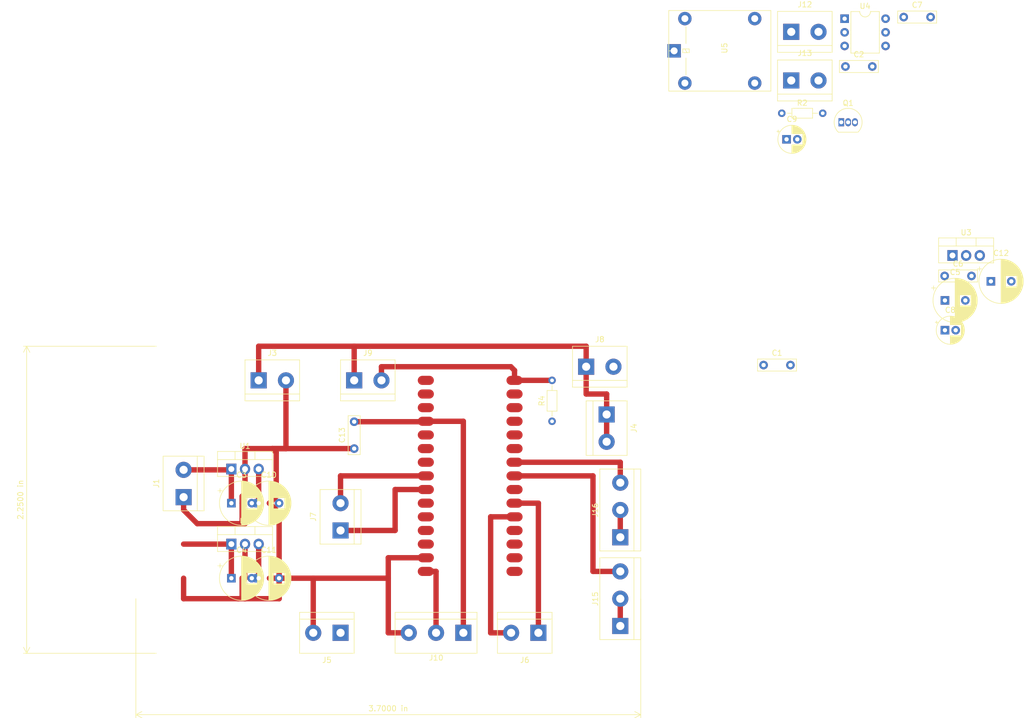
<source format=kicad_pcb>
(kicad_pcb (version 20171130) (host pcbnew "(5.1.5-0-10_14)")

  (general
    (thickness 1.6)
    (drawings 2)
    (tracks 79)
    (zones 0)
    (modules 35)
    (nets 22)
  )

  (page A4)
  (layers
    (0 F.Cu signal)
    (31 B.Cu signal)
    (32 B.Adhes user)
    (33 F.Adhes user)
    (34 B.Paste user)
    (35 F.Paste user)
    (36 B.SilkS user)
    (37 F.SilkS user)
    (38 B.Mask user)
    (39 F.Mask user)
    (40 Dwgs.User user)
    (41 Cmts.User user)
    (42 Eco1.User user)
    (43 Eco2.User user)
    (44 Edge.Cuts user)
    (45 Margin user)
    (46 B.CrtYd user)
    (47 F.CrtYd user)
    (48 B.Fab user)
    (49 F.Fab user)
  )

  (setup
    (last_trace_width 0.25)
    (user_trace_width 1)
    (trace_clearance 0.2)
    (zone_clearance 0.508)
    (zone_45_only no)
    (trace_min 0.2)
    (via_size 0.8)
    (via_drill 0.4)
    (via_min_size 0.4)
    (via_min_drill 0.3)
    (uvia_size 0.3)
    (uvia_drill 0.1)
    (uvias_allowed no)
    (uvia_min_size 0.2)
    (uvia_min_drill 0.1)
    (edge_width 0.05)
    (segment_width 0.2)
    (pcb_text_width 0.3)
    (pcb_text_size 1.5 1.5)
    (mod_edge_width 0.12)
    (mod_text_size 1 1)
    (mod_text_width 0.15)
    (pad_size 1.524 1.524)
    (pad_drill 0.762)
    (pad_to_mask_clearance 0.051)
    (solder_mask_min_width 0.25)
    (aux_axis_origin 0 0)
    (visible_elements FFFFFF7F)
    (pcbplotparams
      (layerselection 0x010fc_ffffffff)
      (usegerberextensions false)
      (usegerberattributes false)
      (usegerberadvancedattributes false)
      (creategerberjobfile false)
      (excludeedgelayer true)
      (linewidth 0.100000)
      (plotframeref false)
      (viasonmask false)
      (mode 1)
      (useauxorigin false)
      (hpglpennumber 1)
      (hpglpenspeed 20)
      (hpglpendiameter 15.000000)
      (psnegative false)
      (psa4output false)
      (plotreference true)
      (plotvalue true)
      (plotinvisibletext false)
      (padsonsilk false)
      (subtractmaskfromsilk false)
      (outputformat 1)
      (mirror false)
      (drillshape 1)
      (scaleselection 1)
      (outputdirectory ""))
  )

  (net 0 "")
  (net 1 5V_1)
  (net 2 5V_2)
  (net 3 GND)
  (net 4 BT_PIN)
  (net 5 ENC_CH_A)
  (net 6 ENC_CH_B)
  (net 7 POT_PIN)
  (net 8 "Net-(J12-Pad1)")
  (net 9 "Net-(J12-Pad2)")
  (net 10 12V)
  (net 11 5V_3)
  (net 12 SP_1)
  (net 13 BZ_1)
  (net 14 SDA)
  (net 15 SLC)
  (net 16 "Net-(Q1-Pad3)")
  (net 17 "Net-(Q1-Pad2)")
  (net 18 "Net-(J14-Pad23)")
  (net 19 "Net-(J14-Pad24)")
  (net 20 "Net-(J15-Pad1)")
  (net 21 "Net-(J16-Pad1)")

  (net_class Default "Esta é a classe de rede padrão."
    (clearance 0.2)
    (trace_width 0.25)
    (via_dia 0.8)
    (via_drill 0.4)
    (uvia_dia 0.3)
    (uvia_drill 0.1)
    (add_net 12V)
    (add_net 5V_1)
    (add_net 5V_2)
    (add_net 5V_3)
    (add_net BT_PIN)
    (add_net BZ_1)
    (add_net ENC_CH_A)
    (add_net ENC_CH_B)
    (add_net GND)
    (add_net "Net-(BZ1-Pad1)")
    (add_net "Net-(J11-Pad2)")
    (add_net "Net-(J12-Pad1)")
    (add_net "Net-(J12-Pad2)")
    (add_net "Net-(J14-Pad1)")
    (add_net "Net-(J14-Pad10)")
    (add_net "Net-(J14-Pad11)")
    (add_net "Net-(J14-Pad12)")
    (add_net "Net-(J14-Pad13)")
    (add_net "Net-(J14-Pad16)")
    (add_net "Net-(J14-Pad17)")
    (add_net "Net-(J14-Pad18)")
    (add_net "Net-(J14-Pad19)")
    (add_net "Net-(J14-Pad2)")
    (add_net "Net-(J14-Pad22)")
    (add_net "Net-(J14-Pad23)")
    (add_net "Net-(J14-Pad24)")
    (add_net "Net-(J14-Pad25)")
    (add_net "Net-(J14-Pad26)")
    (add_net "Net-(J14-Pad28)")
    (add_net "Net-(J14-Pad29)")
    (add_net "Net-(J14-Pad3)")
    (add_net "Net-(J14-Pad7)")
    (add_net "Net-(J15-Pad1)")
    (add_net "Net-(J16-Pad1)")
    (add_net "Net-(Q1-Pad1)")
    (add_net "Net-(Q1-Pad2)")
    (add_net "Net-(Q1-Pad3)")
    (add_net "Net-(R1-Pad1)")
    (add_net "Net-(R3-Pad2)")
    (add_net "Net-(U4-Pad3)")
    (add_net "Net-(U4-Pad6)")
    (add_net "Net-(U5-Pad3)")
    (add_net POT_PIN)
    (add_net SDA)
    (add_net SLC)
    (add_net SP_1)
    (add_net SP_2)
  )

  (module Relay_THT:AY1RC2 (layer F.Cu) (tedit 5EDAA45B) (tstamp 5EDB1945)
    (at 174.124999 -20.903)
    (path /5EEE91E4)
    (fp_text reference U5 (at 10.382 -21.89 90) (layer F.SilkS)
      (effects (font (size 1 1) (thickness 0.15)))
    )
    (fp_text value AY1RC2 (at 9.382 -21.89 90) (layer F.Fab)
      (effects (font (size 1 1) (thickness 0.15)))
    )
    (fp_line (start 0 -21.382) (end 1 -21.382) (layer F.SilkS) (width 0.12))
    (fp_line (start 19 -28.882) (end 0 -28.882) (layer F.SilkS) (width 0.12))
    (fp_line (start 19 -13.882) (end 19 -28.882) (layer F.SilkS) (width 0.12))
    (fp_line (start 0 -13.882) (end 19 -13.882) (layer F.SilkS) (width 0.12))
    (fp_line (start 0 -13.882) (end 0 -28.882) (layer F.SilkS) (width 0.12))
    (fp_text user %R (at 10.454 -21.89 90) (layer F.Fab)
      (effects (font (size 1 1) (thickness 0.15)))
    )
    (fp_line (start 3.204 -16.89) (end 3.204 -20.04) (layer F.SilkS) (width 0.12))
    (fp_line (start 3.204 -22.74) (end 3.204 -25.89) (layer F.SilkS) (width 0.12))
    (fp_line (start 3.804 -21.04) (end 3.804 -21.74) (layer F.SilkS) (width 0.12))
    (fp_line (start 2.604 -21.74) (end 2.604 -21.04) (layer F.SilkS) (width 0.12))
    (fp_line (start 2.604 -21.04) (end 3.804 -21.04) (layer F.SilkS) (width 0.12))
    (fp_line (start 3.404 -21.04) (end 3.004 -21.74) (layer F.SilkS) (width 0.12))
    (fp_line (start 3.804 -21.74) (end 2.604 -21.74) (layer F.SilkS) (width 0.12))
    (fp_line (start 3.004 -16.89) (end 3.004 -25.89) (layer F.Fab) (width 0.1))
    (pad 4 thru_hole oval (at 16 -27.382 90) (size 2.5 2.5) (drill 1.3) (layers *.Cu *.Mask)
      (net 10 12V))
    (pad 1 thru_hole rect (at 1 -21.382 90) (size 2.5 2.5) (drill 1.3) (layers *.Cu *.Mask)
      (net 10 12V))
    (pad 5 thru_hole oval (at 3 -27.382 90) (size 2.5 2.5) (drill 1.3) (layers *.Cu *.Mask))
    (pad 2 thru_hole oval (at 3 -15.382 90) (size 2.5 2.5) (drill 1.3) (layers *.Cu *.Mask))
    (pad 3 thru_hole oval (at 16 -15.382 90) (size 2.5 2.5) (drill 1.3) (layers *.Cu *.Mask))
  )

  (module Package_DIP:DIP-6_W7.62mm (layer F.Cu) (tedit 5A02E8C5) (tstamp 5EDB192E)
    (at 206.86 -48.27)
    (descr "6-lead though-hole mounted DIP package, row spacing 7.62 mm (300 mils)")
    (tags "THT DIP DIL PDIP 2.54mm 7.62mm 300mil")
    (path /5EE75CFE)
    (fp_text reference U4 (at 3.81 -2.33) (layer F.SilkS)
      (effects (font (size 1 1) (thickness 0.15)))
    )
    (fp_text value 4N25 (at 3.81 7.41) (layer F.Fab)
      (effects (font (size 1 1) (thickness 0.15)))
    )
    (fp_text user %R (at 3.81 2.54) (layer F.Fab)
      (effects (font (size 1 1) (thickness 0.15)))
    )
    (fp_line (start 8.7 -1.55) (end -1.1 -1.55) (layer F.CrtYd) (width 0.05))
    (fp_line (start 8.7 6.6) (end 8.7 -1.55) (layer F.CrtYd) (width 0.05))
    (fp_line (start -1.1 6.6) (end 8.7 6.6) (layer F.CrtYd) (width 0.05))
    (fp_line (start -1.1 -1.55) (end -1.1 6.6) (layer F.CrtYd) (width 0.05))
    (fp_line (start 6.46 -1.33) (end 4.81 -1.33) (layer F.SilkS) (width 0.12))
    (fp_line (start 6.46 6.41) (end 6.46 -1.33) (layer F.SilkS) (width 0.12))
    (fp_line (start 1.16 6.41) (end 6.46 6.41) (layer F.SilkS) (width 0.12))
    (fp_line (start 1.16 -1.33) (end 1.16 6.41) (layer F.SilkS) (width 0.12))
    (fp_line (start 2.81 -1.33) (end 1.16 -1.33) (layer F.SilkS) (width 0.12))
    (fp_line (start 0.635 -0.27) (end 1.635 -1.27) (layer F.Fab) (width 0.1))
    (fp_line (start 0.635 6.35) (end 0.635 -0.27) (layer F.Fab) (width 0.1))
    (fp_line (start 6.985 6.35) (end 0.635 6.35) (layer F.Fab) (width 0.1))
    (fp_line (start 6.985 -1.27) (end 6.985 6.35) (layer F.Fab) (width 0.1))
    (fp_line (start 1.635 -1.27) (end 6.985 -1.27) (layer F.Fab) (width 0.1))
    (fp_arc (start 3.81 -1.33) (end 2.81 -1.33) (angle -180) (layer F.SilkS) (width 0.12))
    (pad 6 thru_hole oval (at 7.62 0) (size 1.6 1.6) (drill 0.8) (layers *.Cu *.Mask))
    (pad 3 thru_hole oval (at 0 5.08) (size 1.6 1.6) (drill 0.8) (layers *.Cu *.Mask))
    (pad 5 thru_hole oval (at 7.62 2.54) (size 1.6 1.6) (drill 0.8) (layers *.Cu *.Mask))
    (pad 2 thru_hole oval (at 0 2.54) (size 1.6 1.6) (drill 0.8) (layers *.Cu *.Mask)
      (net 16 "Net-(Q1-Pad3)"))
    (pad 4 thru_hole oval (at 7.62 5.08) (size 1.6 1.6) (drill 0.8) (layers *.Cu *.Mask)
      (net 17 "Net-(Q1-Pad2)"))
    (pad 1 thru_hole rect (at 0 0) (size 1.6 1.6) (drill 0.8) (layers *.Cu *.Mask))
    (model ${KISYS3DMOD}/Package_DIP.3dshapes/DIP-6_W7.62mm.wrl
      (at (xyz 0 0 0))
      (scale (xyz 1 1 1))
      (rotate (xyz 0 0 0))
    )
  )

  (module Resistor_THT:R_Axial_DIN0204_L3.6mm_D1.6mm_P7.62mm_Horizontal (layer F.Cu) (tedit 5AE5139B) (tstamp 5EDB187E)
    (at 195.16 -30.67)
    (descr "Resistor, Axial_DIN0204 series, Axial, Horizontal, pin pitch=7.62mm, 0.167W, length*diameter=3.6*1.6mm^2, http://cdn-reichelt.de/documents/datenblatt/B400/1_4W%23YAG.pdf")
    (tags "Resistor Axial_DIN0204 series Axial Horizontal pin pitch 7.62mm 0.167W length 3.6mm diameter 1.6mm")
    (path /5EE3B2B2)
    (fp_text reference R2 (at 3.81 -1.92) (layer F.SilkS)
      (effects (font (size 1 1) (thickness 0.15)))
    )
    (fp_text value 10K (at 3.81 1.92) (layer F.Fab)
      (effects (font (size 1 1) (thickness 0.15)))
    )
    (fp_text user %R (at 3.81 0) (layer F.Fab)
      (effects (font (size 0.72 0.72) (thickness 0.108)))
    )
    (fp_line (start 8.57 -1.05) (end -0.95 -1.05) (layer F.CrtYd) (width 0.05))
    (fp_line (start 8.57 1.05) (end 8.57 -1.05) (layer F.CrtYd) (width 0.05))
    (fp_line (start -0.95 1.05) (end 8.57 1.05) (layer F.CrtYd) (width 0.05))
    (fp_line (start -0.95 -1.05) (end -0.95 1.05) (layer F.CrtYd) (width 0.05))
    (fp_line (start 6.68 0) (end 5.73 0) (layer F.SilkS) (width 0.12))
    (fp_line (start 0.94 0) (end 1.89 0) (layer F.SilkS) (width 0.12))
    (fp_line (start 5.73 -0.92) (end 1.89 -0.92) (layer F.SilkS) (width 0.12))
    (fp_line (start 5.73 0.92) (end 5.73 -0.92) (layer F.SilkS) (width 0.12))
    (fp_line (start 1.89 0.92) (end 5.73 0.92) (layer F.SilkS) (width 0.12))
    (fp_line (start 1.89 -0.92) (end 1.89 0.92) (layer F.SilkS) (width 0.12))
    (fp_line (start 7.62 0) (end 5.61 0) (layer F.Fab) (width 0.1))
    (fp_line (start 0 0) (end 2.01 0) (layer F.Fab) (width 0.1))
    (fp_line (start 5.61 -0.8) (end 2.01 -0.8) (layer F.Fab) (width 0.1))
    (fp_line (start 5.61 0.8) (end 5.61 -0.8) (layer F.Fab) (width 0.1))
    (fp_line (start 2.01 0.8) (end 5.61 0.8) (layer F.Fab) (width 0.1))
    (fp_line (start 2.01 -0.8) (end 2.01 0.8) (layer F.Fab) (width 0.1))
    (pad 2 thru_hole oval (at 7.62 0) (size 1.4 1.4) (drill 0.7) (layers *.Cu *.Mask))
    (pad 1 thru_hole circle (at 0 0) (size 1.4 1.4) (drill 0.7) (layers *.Cu *.Mask)
      (net 13 BZ_1))
    (model ${KISYS3DMOD}/Resistor_THT.3dshapes/R_Axial_DIN0204_L3.6mm_D1.6mm_P7.62mm_Horizontal.wrl
      (at (xyz 0 0 0))
      (scale (xyz 1 1 1))
      (rotate (xyz 0 0 0))
    )
  )

  (module Package_TO_SOT_THT:TO-92_Inline (layer F.Cu) (tedit 5A1DD157) (tstamp 5EDB183B)
    (at 206.24 -28.99)
    (descr "TO-92 leads in-line, narrow, oval pads, drill 0.75mm (see NXP sot054_po.pdf)")
    (tags "to-92 sc-43 sc-43a sot54 PA33 transistor")
    (path /5EE7854E)
    (fp_text reference Q1 (at 1.27 -3.56) (layer F.SilkS)
      (effects (font (size 1 1) (thickness 0.15)))
    )
    (fp_text value BC548 (at 1.27 2.79) (layer F.Fab)
      (effects (font (size 1 1) (thickness 0.15)))
    )
    (fp_arc (start 1.27 0) (end 1.27 -2.6) (angle 135) (layer F.SilkS) (width 0.12))
    (fp_arc (start 1.27 0) (end 1.27 -2.48) (angle -135) (layer F.Fab) (width 0.1))
    (fp_arc (start 1.27 0) (end 1.27 -2.6) (angle -135) (layer F.SilkS) (width 0.12))
    (fp_arc (start 1.27 0) (end 1.27 -2.48) (angle 135) (layer F.Fab) (width 0.1))
    (fp_line (start 4 2.01) (end -1.46 2.01) (layer F.CrtYd) (width 0.05))
    (fp_line (start 4 2.01) (end 4 -2.73) (layer F.CrtYd) (width 0.05))
    (fp_line (start -1.46 -2.73) (end -1.46 2.01) (layer F.CrtYd) (width 0.05))
    (fp_line (start -1.46 -2.73) (end 4 -2.73) (layer F.CrtYd) (width 0.05))
    (fp_line (start -0.5 1.75) (end 3 1.75) (layer F.Fab) (width 0.1))
    (fp_line (start -0.53 1.85) (end 3.07 1.85) (layer F.SilkS) (width 0.12))
    (fp_text user %R (at 1.27 -3.56) (layer F.Fab)
      (effects (font (size 1 1) (thickness 0.15)))
    )
    (pad 1 thru_hole rect (at 0 0) (size 1.05 1.5) (drill 0.75) (layers *.Cu *.Mask))
    (pad 3 thru_hole oval (at 2.54 0) (size 1.05 1.5) (drill 0.75) (layers *.Cu *.Mask)
      (net 16 "Net-(Q1-Pad3)"))
    (pad 2 thru_hole oval (at 1.27 0) (size 1.05 1.5) (drill 0.75) (layers *.Cu *.Mask)
      (net 17 "Net-(Q1-Pad2)"))
    (model ${KISYS3DMOD}/Package_TO_SOT_THT.3dshapes/TO-92_Inline.wrl
      (at (xyz 0 0 0))
      (scale (xyz 1 1 1))
      (rotate (xyz 0 0 0))
    )
  )

  (module TerminalBlock:TerminalBlock_bornier-2_P5.08mm (layer F.Cu) (tedit 5ED467C8) (tstamp 5EDB1829)
    (at 196.92 -36.77)
    (descr "simple 2-pin terminal block, pitch 5.08mm, revamped version of bornier2")
    (tags "terminal block bornier2")
    (path /5EEF7174)
    (fp_text reference J13 (at 2.54 -5.08) (layer F.SilkS)
      (effects (font (size 1 1) (thickness 0.15)))
    )
    (fp_text value BT_ON (at 2.54 5.08) (layer F.Fab)
      (effects (font (size 1 1) (thickness 0.15)))
    )
    (fp_line (start 7.79 4) (end -2.71 4) (layer F.CrtYd) (width 0.05))
    (fp_line (start 7.79 4) (end 7.79 -4) (layer F.CrtYd) (width 0.05))
    (fp_line (start -2.71 -4) (end -2.71 4) (layer F.CrtYd) (width 0.05))
    (fp_line (start -2.71 -4) (end 7.79 -4) (layer F.CrtYd) (width 0.05))
    (fp_line (start -2.54 3.81) (end 7.62 3.81) (layer F.SilkS) (width 0.12))
    (fp_line (start -2.54 -3.81) (end -2.54 3.81) (layer F.SilkS) (width 0.12))
    (fp_line (start 7.62 -3.81) (end -2.54 -3.81) (layer F.SilkS) (width 0.12))
    (fp_line (start 7.62 3.81) (end 7.62 -3.81) (layer F.SilkS) (width 0.12))
    (fp_line (start 7.62 2.54) (end -2.54 2.54) (layer F.SilkS) (width 0.12))
    (fp_line (start 7.54 -3.75) (end -2.46 -3.75) (layer F.Fab) (width 0.1))
    (fp_line (start 7.54 3.75) (end 7.54 -3.75) (layer F.Fab) (width 0.1))
    (fp_line (start -2.46 3.75) (end 7.54 3.75) (layer F.Fab) (width 0.1))
    (fp_line (start -2.46 -3.75) (end -2.46 3.75) (layer F.Fab) (width 0.1))
    (fp_line (start -2.41 2.55) (end 7.49 2.55) (layer F.Fab) (width 0.1))
    (fp_text user %R (at 2.54 0) (layer F.Fab)
      (effects (font (size 1 1) (thickness 0.15)))
    )
    (pad 2 thru_hole circle (at 5.08 0) (size 3 3) (drill 1.52) (layers *.Cu *.Mask)
      (net 10 12V))
    (pad 1 thru_hole rect (at 0 0) (size 3 3) (drill 1.52) (layers *.Cu *.Mask)
      (net 10 12V))
    (model ${KISYS3DMOD}/TerminalBlock.3dshapes/TerminalBlock_bornier-2_P5.08mm.wrl
      (offset (xyz 2.54 0 0))
      (scale (xyz 1 1 1))
      (rotate (xyz 0 0 0))
    )
    (model ${KISYS3DMOD}/conector-kre-2-1.3dshapes/kre-2t-5mm.STEP
      (offset (xyz 3.5 10 5.5))
      (scale (xyz 1 1 1))
      (rotate (xyz -90 0 0))
    )
  )

  (module TerminalBlock:TerminalBlock_bornier-2_P5.08mm (layer F.Cu) (tedit 5ED467C8) (tstamp 5EDB1814)
    (at 196.92 -45.82)
    (descr "simple 2-pin terminal block, pitch 5.08mm, revamped version of bornier2")
    (tags "terminal block bornier2")
    (path /5EEFDCCD)
    (fp_text reference J12 (at 2.54 -5.08) (layer F.SilkS)
      (effects (font (size 1 1) (thickness 0.15)))
    )
    (fp_text value BT_OFF (at 2.54 5.08) (layer F.Fab)
      (effects (font (size 1 1) (thickness 0.15)))
    )
    (fp_line (start 7.79 4) (end -2.71 4) (layer F.CrtYd) (width 0.05))
    (fp_line (start 7.79 4) (end 7.79 -4) (layer F.CrtYd) (width 0.05))
    (fp_line (start -2.71 -4) (end -2.71 4) (layer F.CrtYd) (width 0.05))
    (fp_line (start -2.71 -4) (end 7.79 -4) (layer F.CrtYd) (width 0.05))
    (fp_line (start -2.54 3.81) (end 7.62 3.81) (layer F.SilkS) (width 0.12))
    (fp_line (start -2.54 -3.81) (end -2.54 3.81) (layer F.SilkS) (width 0.12))
    (fp_line (start 7.62 -3.81) (end -2.54 -3.81) (layer F.SilkS) (width 0.12))
    (fp_line (start 7.62 3.81) (end 7.62 -3.81) (layer F.SilkS) (width 0.12))
    (fp_line (start 7.62 2.54) (end -2.54 2.54) (layer F.SilkS) (width 0.12))
    (fp_line (start 7.54 -3.75) (end -2.46 -3.75) (layer F.Fab) (width 0.1))
    (fp_line (start 7.54 3.75) (end 7.54 -3.75) (layer F.Fab) (width 0.1))
    (fp_line (start -2.46 3.75) (end 7.54 3.75) (layer F.Fab) (width 0.1))
    (fp_line (start -2.46 -3.75) (end -2.46 3.75) (layer F.Fab) (width 0.1))
    (fp_line (start -2.41 2.55) (end 7.49 2.55) (layer F.Fab) (width 0.1))
    (fp_text user %R (at 2.54 0) (layer F.Fab)
      (effects (font (size 1 1) (thickness 0.15)))
    )
    (pad 2 thru_hole circle (at 5.08 0) (size 3 3) (drill 1.52) (layers *.Cu *.Mask)
      (net 10 12V))
    (pad 1 thru_hole rect (at 0 0) (size 3 3) (drill 1.52) (layers *.Cu *.Mask))
    (model ${KISYS3DMOD}/TerminalBlock.3dshapes/TerminalBlock_bornier-2_P5.08mm.wrl
      (offset (xyz 2.54 0 0))
      (scale (xyz 1 1 1))
      (rotate (xyz 0 0 0))
    )
    (model ${KISYS3DMOD}/conector-kre-2-1.3dshapes/kre-2t-5mm.STEP
      (offset (xyz 3.5 10 5.5))
      (scale (xyz 1 1 1))
      (rotate (xyz -90 0 0))
    )
  )

  (module Capacitor_THT:CP_Radial_D5.0mm_P2.00mm (layer F.Cu) (tedit 5AE50EF0) (tstamp 5EDB1601)
    (at 196.049775 -25.82)
    (descr "CP, Radial series, Radial, pin pitch=2.00mm, , diameter=5mm, Electrolytic Capacitor")
    (tags "CP Radial series Radial pin pitch 2.00mm  diameter 5mm Electrolytic Capacitor")
    (path /5EFF418B)
    (fp_text reference C9 (at 1 -3.75) (layer F.SilkS)
      (effects (font (size 1 1) (thickness 0.15)))
    )
    (fp_text value 1uF (at 1 3.75) (layer F.Fab)
      (effects (font (size 1 1) (thickness 0.15)))
    )
    (fp_text user %R (at 1 0) (layer F.Fab)
      (effects (font (size 1 1) (thickness 0.15)))
    )
    (fp_line (start -1.554775 -1.725) (end -1.554775 -1.225) (layer F.SilkS) (width 0.12))
    (fp_line (start -1.804775 -1.475) (end -1.304775 -1.475) (layer F.SilkS) (width 0.12))
    (fp_line (start 3.601 -0.284) (end 3.601 0.284) (layer F.SilkS) (width 0.12))
    (fp_line (start 3.561 -0.518) (end 3.561 0.518) (layer F.SilkS) (width 0.12))
    (fp_line (start 3.521 -0.677) (end 3.521 0.677) (layer F.SilkS) (width 0.12))
    (fp_line (start 3.481 -0.805) (end 3.481 0.805) (layer F.SilkS) (width 0.12))
    (fp_line (start 3.441 -0.915) (end 3.441 0.915) (layer F.SilkS) (width 0.12))
    (fp_line (start 3.401 -1.011) (end 3.401 1.011) (layer F.SilkS) (width 0.12))
    (fp_line (start 3.361 -1.098) (end 3.361 1.098) (layer F.SilkS) (width 0.12))
    (fp_line (start 3.321 -1.178) (end 3.321 1.178) (layer F.SilkS) (width 0.12))
    (fp_line (start 3.281 -1.251) (end 3.281 1.251) (layer F.SilkS) (width 0.12))
    (fp_line (start 3.241 -1.319) (end 3.241 1.319) (layer F.SilkS) (width 0.12))
    (fp_line (start 3.201 -1.383) (end 3.201 1.383) (layer F.SilkS) (width 0.12))
    (fp_line (start 3.161 -1.443) (end 3.161 1.443) (layer F.SilkS) (width 0.12))
    (fp_line (start 3.121 -1.5) (end 3.121 1.5) (layer F.SilkS) (width 0.12))
    (fp_line (start 3.081 -1.554) (end 3.081 1.554) (layer F.SilkS) (width 0.12))
    (fp_line (start 3.041 -1.605) (end 3.041 1.605) (layer F.SilkS) (width 0.12))
    (fp_line (start 3.001 1.04) (end 3.001 1.653) (layer F.SilkS) (width 0.12))
    (fp_line (start 3.001 -1.653) (end 3.001 -1.04) (layer F.SilkS) (width 0.12))
    (fp_line (start 2.961 1.04) (end 2.961 1.699) (layer F.SilkS) (width 0.12))
    (fp_line (start 2.961 -1.699) (end 2.961 -1.04) (layer F.SilkS) (width 0.12))
    (fp_line (start 2.921 1.04) (end 2.921 1.743) (layer F.SilkS) (width 0.12))
    (fp_line (start 2.921 -1.743) (end 2.921 -1.04) (layer F.SilkS) (width 0.12))
    (fp_line (start 2.881 1.04) (end 2.881 1.785) (layer F.SilkS) (width 0.12))
    (fp_line (start 2.881 -1.785) (end 2.881 -1.04) (layer F.SilkS) (width 0.12))
    (fp_line (start 2.841 1.04) (end 2.841 1.826) (layer F.SilkS) (width 0.12))
    (fp_line (start 2.841 -1.826) (end 2.841 -1.04) (layer F.SilkS) (width 0.12))
    (fp_line (start 2.801 1.04) (end 2.801 1.864) (layer F.SilkS) (width 0.12))
    (fp_line (start 2.801 -1.864) (end 2.801 -1.04) (layer F.SilkS) (width 0.12))
    (fp_line (start 2.761 1.04) (end 2.761 1.901) (layer F.SilkS) (width 0.12))
    (fp_line (start 2.761 -1.901) (end 2.761 -1.04) (layer F.SilkS) (width 0.12))
    (fp_line (start 2.721 1.04) (end 2.721 1.937) (layer F.SilkS) (width 0.12))
    (fp_line (start 2.721 -1.937) (end 2.721 -1.04) (layer F.SilkS) (width 0.12))
    (fp_line (start 2.681 1.04) (end 2.681 1.971) (layer F.SilkS) (width 0.12))
    (fp_line (start 2.681 -1.971) (end 2.681 -1.04) (layer F.SilkS) (width 0.12))
    (fp_line (start 2.641 1.04) (end 2.641 2.004) (layer F.SilkS) (width 0.12))
    (fp_line (start 2.641 -2.004) (end 2.641 -1.04) (layer F.SilkS) (width 0.12))
    (fp_line (start 2.601 1.04) (end 2.601 2.035) (layer F.SilkS) (width 0.12))
    (fp_line (start 2.601 -2.035) (end 2.601 -1.04) (layer F.SilkS) (width 0.12))
    (fp_line (start 2.561 1.04) (end 2.561 2.065) (layer F.SilkS) (width 0.12))
    (fp_line (start 2.561 -2.065) (end 2.561 -1.04) (layer F.SilkS) (width 0.12))
    (fp_line (start 2.521 1.04) (end 2.521 2.095) (layer F.SilkS) (width 0.12))
    (fp_line (start 2.521 -2.095) (end 2.521 -1.04) (layer F.SilkS) (width 0.12))
    (fp_line (start 2.481 1.04) (end 2.481 2.122) (layer F.SilkS) (width 0.12))
    (fp_line (start 2.481 -2.122) (end 2.481 -1.04) (layer F.SilkS) (width 0.12))
    (fp_line (start 2.441 1.04) (end 2.441 2.149) (layer F.SilkS) (width 0.12))
    (fp_line (start 2.441 -2.149) (end 2.441 -1.04) (layer F.SilkS) (width 0.12))
    (fp_line (start 2.401 1.04) (end 2.401 2.175) (layer F.SilkS) (width 0.12))
    (fp_line (start 2.401 -2.175) (end 2.401 -1.04) (layer F.SilkS) (width 0.12))
    (fp_line (start 2.361 1.04) (end 2.361 2.2) (layer F.SilkS) (width 0.12))
    (fp_line (start 2.361 -2.2) (end 2.361 -1.04) (layer F.SilkS) (width 0.12))
    (fp_line (start 2.321 1.04) (end 2.321 2.224) (layer F.SilkS) (width 0.12))
    (fp_line (start 2.321 -2.224) (end 2.321 -1.04) (layer F.SilkS) (width 0.12))
    (fp_line (start 2.281 1.04) (end 2.281 2.247) (layer F.SilkS) (width 0.12))
    (fp_line (start 2.281 -2.247) (end 2.281 -1.04) (layer F.SilkS) (width 0.12))
    (fp_line (start 2.241 1.04) (end 2.241 2.268) (layer F.SilkS) (width 0.12))
    (fp_line (start 2.241 -2.268) (end 2.241 -1.04) (layer F.SilkS) (width 0.12))
    (fp_line (start 2.201 1.04) (end 2.201 2.29) (layer F.SilkS) (width 0.12))
    (fp_line (start 2.201 -2.29) (end 2.201 -1.04) (layer F.SilkS) (width 0.12))
    (fp_line (start 2.161 1.04) (end 2.161 2.31) (layer F.SilkS) (width 0.12))
    (fp_line (start 2.161 -2.31) (end 2.161 -1.04) (layer F.SilkS) (width 0.12))
    (fp_line (start 2.121 1.04) (end 2.121 2.329) (layer F.SilkS) (width 0.12))
    (fp_line (start 2.121 -2.329) (end 2.121 -1.04) (layer F.SilkS) (width 0.12))
    (fp_line (start 2.081 1.04) (end 2.081 2.348) (layer F.SilkS) (width 0.12))
    (fp_line (start 2.081 -2.348) (end 2.081 -1.04) (layer F.SilkS) (width 0.12))
    (fp_line (start 2.041 1.04) (end 2.041 2.365) (layer F.SilkS) (width 0.12))
    (fp_line (start 2.041 -2.365) (end 2.041 -1.04) (layer F.SilkS) (width 0.12))
    (fp_line (start 2.001 1.04) (end 2.001 2.382) (layer F.SilkS) (width 0.12))
    (fp_line (start 2.001 -2.382) (end 2.001 -1.04) (layer F.SilkS) (width 0.12))
    (fp_line (start 1.961 1.04) (end 1.961 2.398) (layer F.SilkS) (width 0.12))
    (fp_line (start 1.961 -2.398) (end 1.961 -1.04) (layer F.SilkS) (width 0.12))
    (fp_line (start 1.921 1.04) (end 1.921 2.414) (layer F.SilkS) (width 0.12))
    (fp_line (start 1.921 -2.414) (end 1.921 -1.04) (layer F.SilkS) (width 0.12))
    (fp_line (start 1.881 1.04) (end 1.881 2.428) (layer F.SilkS) (width 0.12))
    (fp_line (start 1.881 -2.428) (end 1.881 -1.04) (layer F.SilkS) (width 0.12))
    (fp_line (start 1.841 1.04) (end 1.841 2.442) (layer F.SilkS) (width 0.12))
    (fp_line (start 1.841 -2.442) (end 1.841 -1.04) (layer F.SilkS) (width 0.12))
    (fp_line (start 1.801 1.04) (end 1.801 2.455) (layer F.SilkS) (width 0.12))
    (fp_line (start 1.801 -2.455) (end 1.801 -1.04) (layer F.SilkS) (width 0.12))
    (fp_line (start 1.761 1.04) (end 1.761 2.468) (layer F.SilkS) (width 0.12))
    (fp_line (start 1.761 -2.468) (end 1.761 -1.04) (layer F.SilkS) (width 0.12))
    (fp_line (start 1.721 1.04) (end 1.721 2.48) (layer F.SilkS) (width 0.12))
    (fp_line (start 1.721 -2.48) (end 1.721 -1.04) (layer F.SilkS) (width 0.12))
    (fp_line (start 1.68 1.04) (end 1.68 2.491) (layer F.SilkS) (width 0.12))
    (fp_line (start 1.68 -2.491) (end 1.68 -1.04) (layer F.SilkS) (width 0.12))
    (fp_line (start 1.64 1.04) (end 1.64 2.501) (layer F.SilkS) (width 0.12))
    (fp_line (start 1.64 -2.501) (end 1.64 -1.04) (layer F.SilkS) (width 0.12))
    (fp_line (start 1.6 1.04) (end 1.6 2.511) (layer F.SilkS) (width 0.12))
    (fp_line (start 1.6 -2.511) (end 1.6 -1.04) (layer F.SilkS) (width 0.12))
    (fp_line (start 1.56 1.04) (end 1.56 2.52) (layer F.SilkS) (width 0.12))
    (fp_line (start 1.56 -2.52) (end 1.56 -1.04) (layer F.SilkS) (width 0.12))
    (fp_line (start 1.52 1.04) (end 1.52 2.528) (layer F.SilkS) (width 0.12))
    (fp_line (start 1.52 -2.528) (end 1.52 -1.04) (layer F.SilkS) (width 0.12))
    (fp_line (start 1.48 1.04) (end 1.48 2.536) (layer F.SilkS) (width 0.12))
    (fp_line (start 1.48 -2.536) (end 1.48 -1.04) (layer F.SilkS) (width 0.12))
    (fp_line (start 1.44 1.04) (end 1.44 2.543) (layer F.SilkS) (width 0.12))
    (fp_line (start 1.44 -2.543) (end 1.44 -1.04) (layer F.SilkS) (width 0.12))
    (fp_line (start 1.4 1.04) (end 1.4 2.55) (layer F.SilkS) (width 0.12))
    (fp_line (start 1.4 -2.55) (end 1.4 -1.04) (layer F.SilkS) (width 0.12))
    (fp_line (start 1.36 1.04) (end 1.36 2.556) (layer F.SilkS) (width 0.12))
    (fp_line (start 1.36 -2.556) (end 1.36 -1.04) (layer F.SilkS) (width 0.12))
    (fp_line (start 1.32 1.04) (end 1.32 2.561) (layer F.SilkS) (width 0.12))
    (fp_line (start 1.32 -2.561) (end 1.32 -1.04) (layer F.SilkS) (width 0.12))
    (fp_line (start 1.28 1.04) (end 1.28 2.565) (layer F.SilkS) (width 0.12))
    (fp_line (start 1.28 -2.565) (end 1.28 -1.04) (layer F.SilkS) (width 0.12))
    (fp_line (start 1.24 1.04) (end 1.24 2.569) (layer F.SilkS) (width 0.12))
    (fp_line (start 1.24 -2.569) (end 1.24 -1.04) (layer F.SilkS) (width 0.12))
    (fp_line (start 1.2 1.04) (end 1.2 2.573) (layer F.SilkS) (width 0.12))
    (fp_line (start 1.2 -2.573) (end 1.2 -1.04) (layer F.SilkS) (width 0.12))
    (fp_line (start 1.16 1.04) (end 1.16 2.576) (layer F.SilkS) (width 0.12))
    (fp_line (start 1.16 -2.576) (end 1.16 -1.04) (layer F.SilkS) (width 0.12))
    (fp_line (start 1.12 1.04) (end 1.12 2.578) (layer F.SilkS) (width 0.12))
    (fp_line (start 1.12 -2.578) (end 1.12 -1.04) (layer F.SilkS) (width 0.12))
    (fp_line (start 1.08 1.04) (end 1.08 2.579) (layer F.SilkS) (width 0.12))
    (fp_line (start 1.08 -2.579) (end 1.08 -1.04) (layer F.SilkS) (width 0.12))
    (fp_line (start 1.04 -2.58) (end 1.04 -1.04) (layer F.SilkS) (width 0.12))
    (fp_line (start 1.04 1.04) (end 1.04 2.58) (layer F.SilkS) (width 0.12))
    (fp_line (start 1 -2.58) (end 1 -1.04) (layer F.SilkS) (width 0.12))
    (fp_line (start 1 1.04) (end 1 2.58) (layer F.SilkS) (width 0.12))
    (fp_line (start -0.883605 -1.3375) (end -0.883605 -0.8375) (layer F.Fab) (width 0.1))
    (fp_line (start -1.133605 -1.0875) (end -0.633605 -1.0875) (layer F.Fab) (width 0.1))
    (fp_circle (center 1 0) (end 3.75 0) (layer F.CrtYd) (width 0.05))
    (fp_circle (center 1 0) (end 3.62 0) (layer F.SilkS) (width 0.12))
    (fp_circle (center 1 0) (end 3.5 0) (layer F.Fab) (width 0.1))
    (pad 2 thru_hole circle (at 2 0) (size 1.6 1.6) (drill 0.8) (layers *.Cu *.Mask)
      (net 10 12V))
    (pad 1 thru_hole rect (at 0 0) (size 1.6 1.6) (drill 0.8) (layers *.Cu *.Mask)
      (net 1 5V_1))
    (model ${KISYS3DMOD}/Capacitor_THT.3dshapes/CP_Radial_D5.0mm_P2.00mm.wrl
      (at (xyz 0 0 0))
      (scale (xyz 1 1 1))
      (rotate (xyz 0 0 0))
    )
  )

  (module Capacitor_THT:CP_Radial_D5.0mm_P2.00mm (layer F.Cu) (tedit 5AE50EF0) (tstamp 5ED9BD24)
    (at 225.529802 9.715001)
    (descr "CP, Radial series, Radial, pin pitch=2.00mm, , diameter=5mm, Electrolytic Capacitor")
    (tags "CP Radial series Radial pin pitch 2.00mm  diameter 5mm Electrolytic Capacitor")
    (path /5EE584BF)
    (fp_text reference C8 (at 1 -3.75) (layer F.SilkS)
      (effects (font (size 1 1) (thickness 0.15)))
    )
    (fp_text value 1uF (at 1 3.75) (layer F.Fab)
      (effects (font (size 1 1) (thickness 0.15)))
    )
    (fp_text user %R (at 1 0) (layer F.Fab)
      (effects (font (size 1 1) (thickness 0.15)))
    )
    (fp_line (start -1.554775 -1.725) (end -1.554775 -1.225) (layer F.SilkS) (width 0.12))
    (fp_line (start -1.804775 -1.475) (end -1.304775 -1.475) (layer F.SilkS) (width 0.12))
    (fp_line (start 3.601 -0.284) (end 3.601 0.284) (layer F.SilkS) (width 0.12))
    (fp_line (start 3.561 -0.518) (end 3.561 0.518) (layer F.SilkS) (width 0.12))
    (fp_line (start 3.521 -0.677) (end 3.521 0.677) (layer F.SilkS) (width 0.12))
    (fp_line (start 3.481 -0.805) (end 3.481 0.805) (layer F.SilkS) (width 0.12))
    (fp_line (start 3.441 -0.915) (end 3.441 0.915) (layer F.SilkS) (width 0.12))
    (fp_line (start 3.401 -1.011) (end 3.401 1.011) (layer F.SilkS) (width 0.12))
    (fp_line (start 3.361 -1.098) (end 3.361 1.098) (layer F.SilkS) (width 0.12))
    (fp_line (start 3.321 -1.178) (end 3.321 1.178) (layer F.SilkS) (width 0.12))
    (fp_line (start 3.281 -1.251) (end 3.281 1.251) (layer F.SilkS) (width 0.12))
    (fp_line (start 3.241 -1.319) (end 3.241 1.319) (layer F.SilkS) (width 0.12))
    (fp_line (start 3.201 -1.383) (end 3.201 1.383) (layer F.SilkS) (width 0.12))
    (fp_line (start 3.161 -1.443) (end 3.161 1.443) (layer F.SilkS) (width 0.12))
    (fp_line (start 3.121 -1.5) (end 3.121 1.5) (layer F.SilkS) (width 0.12))
    (fp_line (start 3.081 -1.554) (end 3.081 1.554) (layer F.SilkS) (width 0.12))
    (fp_line (start 3.041 -1.605) (end 3.041 1.605) (layer F.SilkS) (width 0.12))
    (fp_line (start 3.001 1.04) (end 3.001 1.653) (layer F.SilkS) (width 0.12))
    (fp_line (start 3.001 -1.653) (end 3.001 -1.04) (layer F.SilkS) (width 0.12))
    (fp_line (start 2.961 1.04) (end 2.961 1.699) (layer F.SilkS) (width 0.12))
    (fp_line (start 2.961 -1.699) (end 2.961 -1.04) (layer F.SilkS) (width 0.12))
    (fp_line (start 2.921 1.04) (end 2.921 1.743) (layer F.SilkS) (width 0.12))
    (fp_line (start 2.921 -1.743) (end 2.921 -1.04) (layer F.SilkS) (width 0.12))
    (fp_line (start 2.881 1.04) (end 2.881 1.785) (layer F.SilkS) (width 0.12))
    (fp_line (start 2.881 -1.785) (end 2.881 -1.04) (layer F.SilkS) (width 0.12))
    (fp_line (start 2.841 1.04) (end 2.841 1.826) (layer F.SilkS) (width 0.12))
    (fp_line (start 2.841 -1.826) (end 2.841 -1.04) (layer F.SilkS) (width 0.12))
    (fp_line (start 2.801 1.04) (end 2.801 1.864) (layer F.SilkS) (width 0.12))
    (fp_line (start 2.801 -1.864) (end 2.801 -1.04) (layer F.SilkS) (width 0.12))
    (fp_line (start 2.761 1.04) (end 2.761 1.901) (layer F.SilkS) (width 0.12))
    (fp_line (start 2.761 -1.901) (end 2.761 -1.04) (layer F.SilkS) (width 0.12))
    (fp_line (start 2.721 1.04) (end 2.721 1.937) (layer F.SilkS) (width 0.12))
    (fp_line (start 2.721 -1.937) (end 2.721 -1.04) (layer F.SilkS) (width 0.12))
    (fp_line (start 2.681 1.04) (end 2.681 1.971) (layer F.SilkS) (width 0.12))
    (fp_line (start 2.681 -1.971) (end 2.681 -1.04) (layer F.SilkS) (width 0.12))
    (fp_line (start 2.641 1.04) (end 2.641 2.004) (layer F.SilkS) (width 0.12))
    (fp_line (start 2.641 -2.004) (end 2.641 -1.04) (layer F.SilkS) (width 0.12))
    (fp_line (start 2.601 1.04) (end 2.601 2.035) (layer F.SilkS) (width 0.12))
    (fp_line (start 2.601 -2.035) (end 2.601 -1.04) (layer F.SilkS) (width 0.12))
    (fp_line (start 2.561 1.04) (end 2.561 2.065) (layer F.SilkS) (width 0.12))
    (fp_line (start 2.561 -2.065) (end 2.561 -1.04) (layer F.SilkS) (width 0.12))
    (fp_line (start 2.521 1.04) (end 2.521 2.095) (layer F.SilkS) (width 0.12))
    (fp_line (start 2.521 -2.095) (end 2.521 -1.04) (layer F.SilkS) (width 0.12))
    (fp_line (start 2.481 1.04) (end 2.481 2.122) (layer F.SilkS) (width 0.12))
    (fp_line (start 2.481 -2.122) (end 2.481 -1.04) (layer F.SilkS) (width 0.12))
    (fp_line (start 2.441 1.04) (end 2.441 2.149) (layer F.SilkS) (width 0.12))
    (fp_line (start 2.441 -2.149) (end 2.441 -1.04) (layer F.SilkS) (width 0.12))
    (fp_line (start 2.401 1.04) (end 2.401 2.175) (layer F.SilkS) (width 0.12))
    (fp_line (start 2.401 -2.175) (end 2.401 -1.04) (layer F.SilkS) (width 0.12))
    (fp_line (start 2.361 1.04) (end 2.361 2.2) (layer F.SilkS) (width 0.12))
    (fp_line (start 2.361 -2.2) (end 2.361 -1.04) (layer F.SilkS) (width 0.12))
    (fp_line (start 2.321 1.04) (end 2.321 2.224) (layer F.SilkS) (width 0.12))
    (fp_line (start 2.321 -2.224) (end 2.321 -1.04) (layer F.SilkS) (width 0.12))
    (fp_line (start 2.281 1.04) (end 2.281 2.247) (layer F.SilkS) (width 0.12))
    (fp_line (start 2.281 -2.247) (end 2.281 -1.04) (layer F.SilkS) (width 0.12))
    (fp_line (start 2.241 1.04) (end 2.241 2.268) (layer F.SilkS) (width 0.12))
    (fp_line (start 2.241 -2.268) (end 2.241 -1.04) (layer F.SilkS) (width 0.12))
    (fp_line (start 2.201 1.04) (end 2.201 2.29) (layer F.SilkS) (width 0.12))
    (fp_line (start 2.201 -2.29) (end 2.201 -1.04) (layer F.SilkS) (width 0.12))
    (fp_line (start 2.161 1.04) (end 2.161 2.31) (layer F.SilkS) (width 0.12))
    (fp_line (start 2.161 -2.31) (end 2.161 -1.04) (layer F.SilkS) (width 0.12))
    (fp_line (start 2.121 1.04) (end 2.121 2.329) (layer F.SilkS) (width 0.12))
    (fp_line (start 2.121 -2.329) (end 2.121 -1.04) (layer F.SilkS) (width 0.12))
    (fp_line (start 2.081 1.04) (end 2.081 2.348) (layer F.SilkS) (width 0.12))
    (fp_line (start 2.081 -2.348) (end 2.081 -1.04) (layer F.SilkS) (width 0.12))
    (fp_line (start 2.041 1.04) (end 2.041 2.365) (layer F.SilkS) (width 0.12))
    (fp_line (start 2.041 -2.365) (end 2.041 -1.04) (layer F.SilkS) (width 0.12))
    (fp_line (start 2.001 1.04) (end 2.001 2.382) (layer F.SilkS) (width 0.12))
    (fp_line (start 2.001 -2.382) (end 2.001 -1.04) (layer F.SilkS) (width 0.12))
    (fp_line (start 1.961 1.04) (end 1.961 2.398) (layer F.SilkS) (width 0.12))
    (fp_line (start 1.961 -2.398) (end 1.961 -1.04) (layer F.SilkS) (width 0.12))
    (fp_line (start 1.921 1.04) (end 1.921 2.414) (layer F.SilkS) (width 0.12))
    (fp_line (start 1.921 -2.414) (end 1.921 -1.04) (layer F.SilkS) (width 0.12))
    (fp_line (start 1.881 1.04) (end 1.881 2.428) (layer F.SilkS) (width 0.12))
    (fp_line (start 1.881 -2.428) (end 1.881 -1.04) (layer F.SilkS) (width 0.12))
    (fp_line (start 1.841 1.04) (end 1.841 2.442) (layer F.SilkS) (width 0.12))
    (fp_line (start 1.841 -2.442) (end 1.841 -1.04) (layer F.SilkS) (width 0.12))
    (fp_line (start 1.801 1.04) (end 1.801 2.455) (layer F.SilkS) (width 0.12))
    (fp_line (start 1.801 -2.455) (end 1.801 -1.04) (layer F.SilkS) (width 0.12))
    (fp_line (start 1.761 1.04) (end 1.761 2.468) (layer F.SilkS) (width 0.12))
    (fp_line (start 1.761 -2.468) (end 1.761 -1.04) (layer F.SilkS) (width 0.12))
    (fp_line (start 1.721 1.04) (end 1.721 2.48) (layer F.SilkS) (width 0.12))
    (fp_line (start 1.721 -2.48) (end 1.721 -1.04) (layer F.SilkS) (width 0.12))
    (fp_line (start 1.68 1.04) (end 1.68 2.491) (layer F.SilkS) (width 0.12))
    (fp_line (start 1.68 -2.491) (end 1.68 -1.04) (layer F.SilkS) (width 0.12))
    (fp_line (start 1.64 1.04) (end 1.64 2.501) (layer F.SilkS) (width 0.12))
    (fp_line (start 1.64 -2.501) (end 1.64 -1.04) (layer F.SilkS) (width 0.12))
    (fp_line (start 1.6 1.04) (end 1.6 2.511) (layer F.SilkS) (width 0.12))
    (fp_line (start 1.6 -2.511) (end 1.6 -1.04) (layer F.SilkS) (width 0.12))
    (fp_line (start 1.56 1.04) (end 1.56 2.52) (layer F.SilkS) (width 0.12))
    (fp_line (start 1.56 -2.52) (end 1.56 -1.04) (layer F.SilkS) (width 0.12))
    (fp_line (start 1.52 1.04) (end 1.52 2.528) (layer F.SilkS) (width 0.12))
    (fp_line (start 1.52 -2.528) (end 1.52 -1.04) (layer F.SilkS) (width 0.12))
    (fp_line (start 1.48 1.04) (end 1.48 2.536) (layer F.SilkS) (width 0.12))
    (fp_line (start 1.48 -2.536) (end 1.48 -1.04) (layer F.SilkS) (width 0.12))
    (fp_line (start 1.44 1.04) (end 1.44 2.543) (layer F.SilkS) (width 0.12))
    (fp_line (start 1.44 -2.543) (end 1.44 -1.04) (layer F.SilkS) (width 0.12))
    (fp_line (start 1.4 1.04) (end 1.4 2.55) (layer F.SilkS) (width 0.12))
    (fp_line (start 1.4 -2.55) (end 1.4 -1.04) (layer F.SilkS) (width 0.12))
    (fp_line (start 1.36 1.04) (end 1.36 2.556) (layer F.SilkS) (width 0.12))
    (fp_line (start 1.36 -2.556) (end 1.36 -1.04) (layer F.SilkS) (width 0.12))
    (fp_line (start 1.32 1.04) (end 1.32 2.561) (layer F.SilkS) (width 0.12))
    (fp_line (start 1.32 -2.561) (end 1.32 -1.04) (layer F.SilkS) (width 0.12))
    (fp_line (start 1.28 1.04) (end 1.28 2.565) (layer F.SilkS) (width 0.12))
    (fp_line (start 1.28 -2.565) (end 1.28 -1.04) (layer F.SilkS) (width 0.12))
    (fp_line (start 1.24 1.04) (end 1.24 2.569) (layer F.SilkS) (width 0.12))
    (fp_line (start 1.24 -2.569) (end 1.24 -1.04) (layer F.SilkS) (width 0.12))
    (fp_line (start 1.2 1.04) (end 1.2 2.573) (layer F.SilkS) (width 0.12))
    (fp_line (start 1.2 -2.573) (end 1.2 -1.04) (layer F.SilkS) (width 0.12))
    (fp_line (start 1.16 1.04) (end 1.16 2.576) (layer F.SilkS) (width 0.12))
    (fp_line (start 1.16 -2.576) (end 1.16 -1.04) (layer F.SilkS) (width 0.12))
    (fp_line (start 1.12 1.04) (end 1.12 2.578) (layer F.SilkS) (width 0.12))
    (fp_line (start 1.12 -2.578) (end 1.12 -1.04) (layer F.SilkS) (width 0.12))
    (fp_line (start 1.08 1.04) (end 1.08 2.579) (layer F.SilkS) (width 0.12))
    (fp_line (start 1.08 -2.579) (end 1.08 -1.04) (layer F.SilkS) (width 0.12))
    (fp_line (start 1.04 -2.58) (end 1.04 -1.04) (layer F.SilkS) (width 0.12))
    (fp_line (start 1.04 1.04) (end 1.04 2.58) (layer F.SilkS) (width 0.12))
    (fp_line (start 1 -2.58) (end 1 -1.04) (layer F.SilkS) (width 0.12))
    (fp_line (start 1 1.04) (end 1 2.58) (layer F.SilkS) (width 0.12))
    (fp_line (start -0.883605 -1.3375) (end -0.883605 -0.8375) (layer F.Fab) (width 0.1))
    (fp_line (start -1.133605 -1.0875) (end -0.633605 -1.0875) (layer F.Fab) (width 0.1))
    (fp_circle (center 1 0) (end 3.75 0) (layer F.CrtYd) (width 0.05))
    (fp_circle (center 1 0) (end 3.62 0) (layer F.SilkS) (width 0.12))
    (fp_circle (center 1 0) (end 3.5 0) (layer F.Fab) (width 0.1))
    (pad 2 thru_hole circle (at 2 0) (size 1.6 1.6) (drill 0.8) (layers *.Cu *.Mask)
      (net 10 12V))
    (pad 1 thru_hole rect (at 0 0) (size 1.6 1.6) (drill 0.8) (layers *.Cu *.Mask)
      (net 1 5V_1))
    (model ${KISYS3DMOD}/Capacitor_THT.3dshapes/CP_Radial_D5.0mm_P2.00mm.wrl
      (at (xyz 0 0 0))
      (scale (xyz 1 1 1))
      (rotate (xyz 0 0 0))
    )
  )

  (module Capacitor_THT:CP_Radial_D8.0mm_P3.80mm (layer F.Cu) (tedit 5AE50EF0) (tstamp 5ED9BE65)
    (at 234.079802 0.615001)
    (descr "CP, Radial series, Radial, pin pitch=3.80mm, , diameter=8mm, Electrolytic Capacitor")
    (tags "CP Radial series Radial pin pitch 3.80mm  diameter 8mm Electrolytic Capacitor")
    (path /5EDD190A)
    (fp_text reference C12 (at 1.9 -5.25) (layer F.SilkS)
      (effects (font (size 1 1) (thickness 0.15)))
    )
    (fp_text value 100uF (at 1.9 5.25) (layer F.Fab)
      (effects (font (size 1 1) (thickness 0.15)))
    )
    (fp_text user %R (at 1.9 0) (layer F.Fab)
      (effects (font (size 1 1) (thickness 0.15)))
    )
    (fp_line (start -2.109698 -2.715) (end -2.109698 -1.915) (layer F.SilkS) (width 0.12))
    (fp_line (start -2.509698 -2.315) (end -1.709698 -2.315) (layer F.SilkS) (width 0.12))
    (fp_line (start 5.981 -0.533) (end 5.981 0.533) (layer F.SilkS) (width 0.12))
    (fp_line (start 5.941 -0.768) (end 5.941 0.768) (layer F.SilkS) (width 0.12))
    (fp_line (start 5.901 -0.948) (end 5.901 0.948) (layer F.SilkS) (width 0.12))
    (fp_line (start 5.861 -1.098) (end 5.861 1.098) (layer F.SilkS) (width 0.12))
    (fp_line (start 5.821 -1.229) (end 5.821 1.229) (layer F.SilkS) (width 0.12))
    (fp_line (start 5.781 -1.346) (end 5.781 1.346) (layer F.SilkS) (width 0.12))
    (fp_line (start 5.741 -1.453) (end 5.741 1.453) (layer F.SilkS) (width 0.12))
    (fp_line (start 5.701 -1.552) (end 5.701 1.552) (layer F.SilkS) (width 0.12))
    (fp_line (start 5.661 -1.645) (end 5.661 1.645) (layer F.SilkS) (width 0.12))
    (fp_line (start 5.621 -1.731) (end 5.621 1.731) (layer F.SilkS) (width 0.12))
    (fp_line (start 5.581 -1.813) (end 5.581 1.813) (layer F.SilkS) (width 0.12))
    (fp_line (start 5.541 -1.89) (end 5.541 1.89) (layer F.SilkS) (width 0.12))
    (fp_line (start 5.501 -1.964) (end 5.501 1.964) (layer F.SilkS) (width 0.12))
    (fp_line (start 5.461 -2.034) (end 5.461 2.034) (layer F.SilkS) (width 0.12))
    (fp_line (start 5.421 -2.102) (end 5.421 2.102) (layer F.SilkS) (width 0.12))
    (fp_line (start 5.381 -2.166) (end 5.381 2.166) (layer F.SilkS) (width 0.12))
    (fp_line (start 5.341 -2.228) (end 5.341 2.228) (layer F.SilkS) (width 0.12))
    (fp_line (start 5.301 -2.287) (end 5.301 2.287) (layer F.SilkS) (width 0.12))
    (fp_line (start 5.261 -2.345) (end 5.261 2.345) (layer F.SilkS) (width 0.12))
    (fp_line (start 5.221 -2.4) (end 5.221 2.4) (layer F.SilkS) (width 0.12))
    (fp_line (start 5.181 -2.454) (end 5.181 2.454) (layer F.SilkS) (width 0.12))
    (fp_line (start 5.141 -2.505) (end 5.141 2.505) (layer F.SilkS) (width 0.12))
    (fp_line (start 5.101 -2.556) (end 5.101 2.556) (layer F.SilkS) (width 0.12))
    (fp_line (start 5.061 -2.604) (end 5.061 2.604) (layer F.SilkS) (width 0.12))
    (fp_line (start 5.021 -2.651) (end 5.021 2.651) (layer F.SilkS) (width 0.12))
    (fp_line (start 4.981 -2.697) (end 4.981 2.697) (layer F.SilkS) (width 0.12))
    (fp_line (start 4.941 -2.741) (end 4.941 2.741) (layer F.SilkS) (width 0.12))
    (fp_line (start 4.901 -2.784) (end 4.901 2.784) (layer F.SilkS) (width 0.12))
    (fp_line (start 4.861 -2.826) (end 4.861 2.826) (layer F.SilkS) (width 0.12))
    (fp_line (start 4.821 1.04) (end 4.821 2.867) (layer F.SilkS) (width 0.12))
    (fp_line (start 4.821 -2.867) (end 4.821 -1.04) (layer F.SilkS) (width 0.12))
    (fp_line (start 4.781 1.04) (end 4.781 2.907) (layer F.SilkS) (width 0.12))
    (fp_line (start 4.781 -2.907) (end 4.781 -1.04) (layer F.SilkS) (width 0.12))
    (fp_line (start 4.741 1.04) (end 4.741 2.945) (layer F.SilkS) (width 0.12))
    (fp_line (start 4.741 -2.945) (end 4.741 -1.04) (layer F.SilkS) (width 0.12))
    (fp_line (start 4.701 1.04) (end 4.701 2.983) (layer F.SilkS) (width 0.12))
    (fp_line (start 4.701 -2.983) (end 4.701 -1.04) (layer F.SilkS) (width 0.12))
    (fp_line (start 4.661 1.04) (end 4.661 3.019) (layer F.SilkS) (width 0.12))
    (fp_line (start 4.661 -3.019) (end 4.661 -1.04) (layer F.SilkS) (width 0.12))
    (fp_line (start 4.621 1.04) (end 4.621 3.055) (layer F.SilkS) (width 0.12))
    (fp_line (start 4.621 -3.055) (end 4.621 -1.04) (layer F.SilkS) (width 0.12))
    (fp_line (start 4.581 1.04) (end 4.581 3.09) (layer F.SilkS) (width 0.12))
    (fp_line (start 4.581 -3.09) (end 4.581 -1.04) (layer F.SilkS) (width 0.12))
    (fp_line (start 4.541 1.04) (end 4.541 3.124) (layer F.SilkS) (width 0.12))
    (fp_line (start 4.541 -3.124) (end 4.541 -1.04) (layer F.SilkS) (width 0.12))
    (fp_line (start 4.501 1.04) (end 4.501 3.156) (layer F.SilkS) (width 0.12))
    (fp_line (start 4.501 -3.156) (end 4.501 -1.04) (layer F.SilkS) (width 0.12))
    (fp_line (start 4.461 1.04) (end 4.461 3.189) (layer F.SilkS) (width 0.12))
    (fp_line (start 4.461 -3.189) (end 4.461 -1.04) (layer F.SilkS) (width 0.12))
    (fp_line (start 4.421 1.04) (end 4.421 3.22) (layer F.SilkS) (width 0.12))
    (fp_line (start 4.421 -3.22) (end 4.421 -1.04) (layer F.SilkS) (width 0.12))
    (fp_line (start 4.381 1.04) (end 4.381 3.25) (layer F.SilkS) (width 0.12))
    (fp_line (start 4.381 -3.25) (end 4.381 -1.04) (layer F.SilkS) (width 0.12))
    (fp_line (start 4.341 1.04) (end 4.341 3.28) (layer F.SilkS) (width 0.12))
    (fp_line (start 4.341 -3.28) (end 4.341 -1.04) (layer F.SilkS) (width 0.12))
    (fp_line (start 4.301 1.04) (end 4.301 3.309) (layer F.SilkS) (width 0.12))
    (fp_line (start 4.301 -3.309) (end 4.301 -1.04) (layer F.SilkS) (width 0.12))
    (fp_line (start 4.261 1.04) (end 4.261 3.338) (layer F.SilkS) (width 0.12))
    (fp_line (start 4.261 -3.338) (end 4.261 -1.04) (layer F.SilkS) (width 0.12))
    (fp_line (start 4.221 1.04) (end 4.221 3.365) (layer F.SilkS) (width 0.12))
    (fp_line (start 4.221 -3.365) (end 4.221 -1.04) (layer F.SilkS) (width 0.12))
    (fp_line (start 4.181 1.04) (end 4.181 3.392) (layer F.SilkS) (width 0.12))
    (fp_line (start 4.181 -3.392) (end 4.181 -1.04) (layer F.SilkS) (width 0.12))
    (fp_line (start 4.141 1.04) (end 4.141 3.418) (layer F.SilkS) (width 0.12))
    (fp_line (start 4.141 -3.418) (end 4.141 -1.04) (layer F.SilkS) (width 0.12))
    (fp_line (start 4.101 1.04) (end 4.101 3.444) (layer F.SilkS) (width 0.12))
    (fp_line (start 4.101 -3.444) (end 4.101 -1.04) (layer F.SilkS) (width 0.12))
    (fp_line (start 4.061 1.04) (end 4.061 3.469) (layer F.SilkS) (width 0.12))
    (fp_line (start 4.061 -3.469) (end 4.061 -1.04) (layer F.SilkS) (width 0.12))
    (fp_line (start 4.021 1.04) (end 4.021 3.493) (layer F.SilkS) (width 0.12))
    (fp_line (start 4.021 -3.493) (end 4.021 -1.04) (layer F.SilkS) (width 0.12))
    (fp_line (start 3.981 1.04) (end 3.981 3.517) (layer F.SilkS) (width 0.12))
    (fp_line (start 3.981 -3.517) (end 3.981 -1.04) (layer F.SilkS) (width 0.12))
    (fp_line (start 3.941 1.04) (end 3.941 3.54) (layer F.SilkS) (width 0.12))
    (fp_line (start 3.941 -3.54) (end 3.941 -1.04) (layer F.SilkS) (width 0.12))
    (fp_line (start 3.901 1.04) (end 3.901 3.562) (layer F.SilkS) (width 0.12))
    (fp_line (start 3.901 -3.562) (end 3.901 -1.04) (layer F.SilkS) (width 0.12))
    (fp_line (start 3.861 1.04) (end 3.861 3.584) (layer F.SilkS) (width 0.12))
    (fp_line (start 3.861 -3.584) (end 3.861 -1.04) (layer F.SilkS) (width 0.12))
    (fp_line (start 3.821 1.04) (end 3.821 3.606) (layer F.SilkS) (width 0.12))
    (fp_line (start 3.821 -3.606) (end 3.821 -1.04) (layer F.SilkS) (width 0.12))
    (fp_line (start 3.781 1.04) (end 3.781 3.627) (layer F.SilkS) (width 0.12))
    (fp_line (start 3.781 -3.627) (end 3.781 -1.04) (layer F.SilkS) (width 0.12))
    (fp_line (start 3.741 1.04) (end 3.741 3.647) (layer F.SilkS) (width 0.12))
    (fp_line (start 3.741 -3.647) (end 3.741 -1.04) (layer F.SilkS) (width 0.12))
    (fp_line (start 3.701 1.04) (end 3.701 3.666) (layer F.SilkS) (width 0.12))
    (fp_line (start 3.701 -3.666) (end 3.701 -1.04) (layer F.SilkS) (width 0.12))
    (fp_line (start 3.661 1.04) (end 3.661 3.686) (layer F.SilkS) (width 0.12))
    (fp_line (start 3.661 -3.686) (end 3.661 -1.04) (layer F.SilkS) (width 0.12))
    (fp_line (start 3.621 1.04) (end 3.621 3.704) (layer F.SilkS) (width 0.12))
    (fp_line (start 3.621 -3.704) (end 3.621 -1.04) (layer F.SilkS) (width 0.12))
    (fp_line (start 3.581 1.04) (end 3.581 3.722) (layer F.SilkS) (width 0.12))
    (fp_line (start 3.581 -3.722) (end 3.581 -1.04) (layer F.SilkS) (width 0.12))
    (fp_line (start 3.541 1.04) (end 3.541 3.74) (layer F.SilkS) (width 0.12))
    (fp_line (start 3.541 -3.74) (end 3.541 -1.04) (layer F.SilkS) (width 0.12))
    (fp_line (start 3.501 1.04) (end 3.501 3.757) (layer F.SilkS) (width 0.12))
    (fp_line (start 3.501 -3.757) (end 3.501 -1.04) (layer F.SilkS) (width 0.12))
    (fp_line (start 3.461 1.04) (end 3.461 3.774) (layer F.SilkS) (width 0.12))
    (fp_line (start 3.461 -3.774) (end 3.461 -1.04) (layer F.SilkS) (width 0.12))
    (fp_line (start 3.421 1.04) (end 3.421 3.79) (layer F.SilkS) (width 0.12))
    (fp_line (start 3.421 -3.79) (end 3.421 -1.04) (layer F.SilkS) (width 0.12))
    (fp_line (start 3.381 1.04) (end 3.381 3.805) (layer F.SilkS) (width 0.12))
    (fp_line (start 3.381 -3.805) (end 3.381 -1.04) (layer F.SilkS) (width 0.12))
    (fp_line (start 3.341 1.04) (end 3.341 3.821) (layer F.SilkS) (width 0.12))
    (fp_line (start 3.341 -3.821) (end 3.341 -1.04) (layer F.SilkS) (width 0.12))
    (fp_line (start 3.301 1.04) (end 3.301 3.835) (layer F.SilkS) (width 0.12))
    (fp_line (start 3.301 -3.835) (end 3.301 -1.04) (layer F.SilkS) (width 0.12))
    (fp_line (start 3.261 1.04) (end 3.261 3.85) (layer F.SilkS) (width 0.12))
    (fp_line (start 3.261 -3.85) (end 3.261 -1.04) (layer F.SilkS) (width 0.12))
    (fp_line (start 3.221 1.04) (end 3.221 3.863) (layer F.SilkS) (width 0.12))
    (fp_line (start 3.221 -3.863) (end 3.221 -1.04) (layer F.SilkS) (width 0.12))
    (fp_line (start 3.181 1.04) (end 3.181 3.877) (layer F.SilkS) (width 0.12))
    (fp_line (start 3.181 -3.877) (end 3.181 -1.04) (layer F.SilkS) (width 0.12))
    (fp_line (start 3.141 1.04) (end 3.141 3.889) (layer F.SilkS) (width 0.12))
    (fp_line (start 3.141 -3.889) (end 3.141 -1.04) (layer F.SilkS) (width 0.12))
    (fp_line (start 3.101 1.04) (end 3.101 3.902) (layer F.SilkS) (width 0.12))
    (fp_line (start 3.101 -3.902) (end 3.101 -1.04) (layer F.SilkS) (width 0.12))
    (fp_line (start 3.061 1.04) (end 3.061 3.914) (layer F.SilkS) (width 0.12))
    (fp_line (start 3.061 -3.914) (end 3.061 -1.04) (layer F.SilkS) (width 0.12))
    (fp_line (start 3.021 1.04) (end 3.021 3.925) (layer F.SilkS) (width 0.12))
    (fp_line (start 3.021 -3.925) (end 3.021 -1.04) (layer F.SilkS) (width 0.12))
    (fp_line (start 2.981 1.04) (end 2.981 3.936) (layer F.SilkS) (width 0.12))
    (fp_line (start 2.981 -3.936) (end 2.981 -1.04) (layer F.SilkS) (width 0.12))
    (fp_line (start 2.941 1.04) (end 2.941 3.947) (layer F.SilkS) (width 0.12))
    (fp_line (start 2.941 -3.947) (end 2.941 -1.04) (layer F.SilkS) (width 0.12))
    (fp_line (start 2.901 1.04) (end 2.901 3.957) (layer F.SilkS) (width 0.12))
    (fp_line (start 2.901 -3.957) (end 2.901 -1.04) (layer F.SilkS) (width 0.12))
    (fp_line (start 2.861 1.04) (end 2.861 3.967) (layer F.SilkS) (width 0.12))
    (fp_line (start 2.861 -3.967) (end 2.861 -1.04) (layer F.SilkS) (width 0.12))
    (fp_line (start 2.821 1.04) (end 2.821 3.976) (layer F.SilkS) (width 0.12))
    (fp_line (start 2.821 -3.976) (end 2.821 -1.04) (layer F.SilkS) (width 0.12))
    (fp_line (start 2.781 1.04) (end 2.781 3.985) (layer F.SilkS) (width 0.12))
    (fp_line (start 2.781 -3.985) (end 2.781 -1.04) (layer F.SilkS) (width 0.12))
    (fp_line (start 2.741 -3.994) (end 2.741 3.994) (layer F.SilkS) (width 0.12))
    (fp_line (start 2.701 -4.002) (end 2.701 4.002) (layer F.SilkS) (width 0.12))
    (fp_line (start 2.661 -4.01) (end 2.661 4.01) (layer F.SilkS) (width 0.12))
    (fp_line (start 2.621 -4.017) (end 2.621 4.017) (layer F.SilkS) (width 0.12))
    (fp_line (start 2.58 -4.024) (end 2.58 4.024) (layer F.SilkS) (width 0.12))
    (fp_line (start 2.54 -4.03) (end 2.54 4.03) (layer F.SilkS) (width 0.12))
    (fp_line (start 2.5 -4.037) (end 2.5 4.037) (layer F.SilkS) (width 0.12))
    (fp_line (start 2.46 -4.042) (end 2.46 4.042) (layer F.SilkS) (width 0.12))
    (fp_line (start 2.42 -4.048) (end 2.42 4.048) (layer F.SilkS) (width 0.12))
    (fp_line (start 2.38 -4.052) (end 2.38 4.052) (layer F.SilkS) (width 0.12))
    (fp_line (start 2.34 -4.057) (end 2.34 4.057) (layer F.SilkS) (width 0.12))
    (fp_line (start 2.3 -4.061) (end 2.3 4.061) (layer F.SilkS) (width 0.12))
    (fp_line (start 2.26 -4.065) (end 2.26 4.065) (layer F.SilkS) (width 0.12))
    (fp_line (start 2.22 -4.068) (end 2.22 4.068) (layer F.SilkS) (width 0.12))
    (fp_line (start 2.18 -4.071) (end 2.18 4.071) (layer F.SilkS) (width 0.12))
    (fp_line (start 2.14 -4.074) (end 2.14 4.074) (layer F.SilkS) (width 0.12))
    (fp_line (start 2.1 -4.076) (end 2.1 4.076) (layer F.SilkS) (width 0.12))
    (fp_line (start 2.06 -4.077) (end 2.06 4.077) (layer F.SilkS) (width 0.12))
    (fp_line (start 2.02 -4.079) (end 2.02 4.079) (layer F.SilkS) (width 0.12))
    (fp_line (start 1.98 -4.08) (end 1.98 4.08) (layer F.SilkS) (width 0.12))
    (fp_line (start 1.94 -4.08) (end 1.94 4.08) (layer F.SilkS) (width 0.12))
    (fp_line (start 1.9 -4.08) (end 1.9 4.08) (layer F.SilkS) (width 0.12))
    (fp_line (start -1.126759 -2.1475) (end -1.126759 -1.3475) (layer F.Fab) (width 0.1))
    (fp_line (start -1.526759 -1.7475) (end -0.726759 -1.7475) (layer F.Fab) (width 0.1))
    (fp_circle (center 1.9 0) (end 6.15 0) (layer F.CrtYd) (width 0.05))
    (fp_circle (center 1.9 0) (end 6.02 0) (layer F.SilkS) (width 0.12))
    (fp_circle (center 1.9 0) (end 5.9 0) (layer F.Fab) (width 0.1))
    (pad 2 thru_hole circle (at 3.8 0) (size 1.6 1.6) (drill 0.8) (layers *.Cu *.Mask)
      (net 10 12V))
    (pad 1 thru_hole rect (at 0 0) (size 1.6 1.6) (drill 0.8) (layers *.Cu *.Mask)
      (net 11 5V_3))
    (model ${KISYS3DMOD}/Capacitor_THT.3dshapes/CP_Radial_D8.0mm_P3.80mm.wrl
      (at (xyz 0 0 0))
      (scale (xyz 1 1 1))
      (rotate (xyz 0 0 0))
    )
  )

  (module Capacitor_THT:C_Rect_L7.0mm_W2.0mm_P5.00mm (layer F.Cu) (tedit 5AE50EF0) (tstamp 5EDB1454)
    (at 217.86 -48.57)
    (descr "C, Rect series, Radial, pin pitch=5.00mm, , length*width=7*2mm^2, Capacitor")
    (tags "C Rect series Radial pin pitch 5.00mm  length 7mm width 2mm Capacitor")
    (path /5EFF4191)
    (fp_text reference C7 (at 2.5 -2.25) (layer F.SilkS)
      (effects (font (size 1 1) (thickness 0.15)))
    )
    (fp_text value 100nF (at 2.5 2.25) (layer F.Fab)
      (effects (font (size 1 1) (thickness 0.15)))
    )
    (fp_text user %R (at 2.5 0) (layer F.Fab)
      (effects (font (size 1 1) (thickness 0.15)))
    )
    (fp_line (start 6.25 -1.25) (end -1.25 -1.25) (layer F.CrtYd) (width 0.05))
    (fp_line (start 6.25 1.25) (end 6.25 -1.25) (layer F.CrtYd) (width 0.05))
    (fp_line (start -1.25 1.25) (end 6.25 1.25) (layer F.CrtYd) (width 0.05))
    (fp_line (start -1.25 -1.25) (end -1.25 1.25) (layer F.CrtYd) (width 0.05))
    (fp_line (start 6.12 -1.12) (end 6.12 1.12) (layer F.SilkS) (width 0.12))
    (fp_line (start -1.12 -1.12) (end -1.12 1.12) (layer F.SilkS) (width 0.12))
    (fp_line (start -1.12 1.12) (end 6.12 1.12) (layer F.SilkS) (width 0.12))
    (fp_line (start -1.12 -1.12) (end 6.12 -1.12) (layer F.SilkS) (width 0.12))
    (fp_line (start 6 -1) (end -1 -1) (layer F.Fab) (width 0.1))
    (fp_line (start 6 1) (end 6 -1) (layer F.Fab) (width 0.1))
    (fp_line (start -1 1) (end 6 1) (layer F.Fab) (width 0.1))
    (fp_line (start -1 -1) (end -1 1) (layer F.Fab) (width 0.1))
    (pad 2 thru_hole circle (at 5 0) (size 1.6 1.6) (drill 0.8) (layers *.Cu *.Mask)
      (net 10 12V))
    (pad 1 thru_hole circle (at 0 0) (size 1.6 1.6) (drill 0.8) (layers *.Cu *.Mask)
      (net 1 5V_1))
    (model ${KISYS3DMOD}/Capacitor_THT.3dshapes/C_Rect_L7.0mm_W2.0mm_P5.00mm.wrl
      (at (xyz 0 0 0))
      (scale (xyz 1 1 1))
      (rotate (xyz 0 0 0))
    )
  )

  (module Capacitor_THT:C_Rect_L7.0mm_W2.0mm_P5.00mm (layer F.Cu) (tedit 5AE50EF0) (tstamp 5EDB141D)
    (at 207.01 -39.37)
    (descr "C, Rect series, Radial, pin pitch=5.00mm, , length*width=7*2mm^2, Capacitor")
    (tags "C Rect series Radial pin pitch 5.00mm  length 7mm width 2mm Capacitor")
    (path /5EFF4185)
    (fp_text reference C2 (at 2.5 -2.25) (layer F.SilkS)
      (effects (font (size 1 1) (thickness 0.15)))
    )
    (fp_text value 470uF (at 2.5 2.25) (layer F.Fab)
      (effects (font (size 1 1) (thickness 0.15)))
    )
    (fp_text user %R (at 2.5 0) (layer F.Fab)
      (effects (font (size 1 1) (thickness 0.15)))
    )
    (fp_line (start 6.25 -1.25) (end -1.25 -1.25) (layer F.CrtYd) (width 0.05))
    (fp_line (start 6.25 1.25) (end 6.25 -1.25) (layer F.CrtYd) (width 0.05))
    (fp_line (start -1.25 1.25) (end 6.25 1.25) (layer F.CrtYd) (width 0.05))
    (fp_line (start -1.25 -1.25) (end -1.25 1.25) (layer F.CrtYd) (width 0.05))
    (fp_line (start 6.12 -1.12) (end 6.12 1.12) (layer F.SilkS) (width 0.12))
    (fp_line (start -1.12 -1.12) (end -1.12 1.12) (layer F.SilkS) (width 0.12))
    (fp_line (start -1.12 1.12) (end 6.12 1.12) (layer F.SilkS) (width 0.12))
    (fp_line (start -1.12 -1.12) (end 6.12 -1.12) (layer F.SilkS) (width 0.12))
    (fp_line (start 6 -1) (end -1 -1) (layer F.Fab) (width 0.1))
    (fp_line (start 6 1) (end 6 -1) (layer F.Fab) (width 0.1))
    (fp_line (start -1 1) (end 6 1) (layer F.Fab) (width 0.1))
    (fp_line (start -1 -1) (end -1 1) (layer F.Fab) (width 0.1))
    (pad 2 thru_hole circle (at 5 0) (size 1.6 1.6) (drill 0.8) (layers *.Cu *.Mask)
      (net 10 12V))
    (pad 1 thru_hole circle (at 0 0) (size 1.6 1.6) (drill 0.8) (layers *.Cu *.Mask))
    (model ${KISYS3DMOD}/Capacitor_THT.3dshapes/C_Rect_L7.0mm_W2.0mm_P5.00mm.wrl
      (at (xyz 0 0 0))
      (scale (xyz 1 1 1))
      (rotate (xyz 0 0 0))
    )
  )

  (module Capacitor_THT:CP_Radial_D8.0mm_P3.80mm (layer F.Cu) (tedit 5AE50EF0) (tstamp 5ED9BAFC)
    (at 225.529802 4.165001)
    (descr "CP, Radial series, Radial, pin pitch=3.80mm, , diameter=8mm, Electrolytic Capacitor")
    (tags "CP Radial series Radial pin pitch 3.80mm  diameter 8mm Electrolytic Capacitor")
    (path /5EDD1904)
    (fp_text reference C5 (at 1.9 -5.25) (layer F.SilkS)
      (effects (font (size 1 1) (thickness 0.15)))
    )
    (fp_text value 100uF (at 1.9 5.25) (layer F.Fab)
      (effects (font (size 1 1) (thickness 0.15)))
    )
    (fp_text user %R (at 1.9 0) (layer F.Fab)
      (effects (font (size 1 1) (thickness 0.15)))
    )
    (fp_line (start -2.109698 -2.715) (end -2.109698 -1.915) (layer F.SilkS) (width 0.12))
    (fp_line (start -2.509698 -2.315) (end -1.709698 -2.315) (layer F.SilkS) (width 0.12))
    (fp_line (start 5.981 -0.533) (end 5.981 0.533) (layer F.SilkS) (width 0.12))
    (fp_line (start 5.941 -0.768) (end 5.941 0.768) (layer F.SilkS) (width 0.12))
    (fp_line (start 5.901 -0.948) (end 5.901 0.948) (layer F.SilkS) (width 0.12))
    (fp_line (start 5.861 -1.098) (end 5.861 1.098) (layer F.SilkS) (width 0.12))
    (fp_line (start 5.821 -1.229) (end 5.821 1.229) (layer F.SilkS) (width 0.12))
    (fp_line (start 5.781 -1.346) (end 5.781 1.346) (layer F.SilkS) (width 0.12))
    (fp_line (start 5.741 -1.453) (end 5.741 1.453) (layer F.SilkS) (width 0.12))
    (fp_line (start 5.701 -1.552) (end 5.701 1.552) (layer F.SilkS) (width 0.12))
    (fp_line (start 5.661 -1.645) (end 5.661 1.645) (layer F.SilkS) (width 0.12))
    (fp_line (start 5.621 -1.731) (end 5.621 1.731) (layer F.SilkS) (width 0.12))
    (fp_line (start 5.581 -1.813) (end 5.581 1.813) (layer F.SilkS) (width 0.12))
    (fp_line (start 5.541 -1.89) (end 5.541 1.89) (layer F.SilkS) (width 0.12))
    (fp_line (start 5.501 -1.964) (end 5.501 1.964) (layer F.SilkS) (width 0.12))
    (fp_line (start 5.461 -2.034) (end 5.461 2.034) (layer F.SilkS) (width 0.12))
    (fp_line (start 5.421 -2.102) (end 5.421 2.102) (layer F.SilkS) (width 0.12))
    (fp_line (start 5.381 -2.166) (end 5.381 2.166) (layer F.SilkS) (width 0.12))
    (fp_line (start 5.341 -2.228) (end 5.341 2.228) (layer F.SilkS) (width 0.12))
    (fp_line (start 5.301 -2.287) (end 5.301 2.287) (layer F.SilkS) (width 0.12))
    (fp_line (start 5.261 -2.345) (end 5.261 2.345) (layer F.SilkS) (width 0.12))
    (fp_line (start 5.221 -2.4) (end 5.221 2.4) (layer F.SilkS) (width 0.12))
    (fp_line (start 5.181 -2.454) (end 5.181 2.454) (layer F.SilkS) (width 0.12))
    (fp_line (start 5.141 -2.505) (end 5.141 2.505) (layer F.SilkS) (width 0.12))
    (fp_line (start 5.101 -2.556) (end 5.101 2.556) (layer F.SilkS) (width 0.12))
    (fp_line (start 5.061 -2.604) (end 5.061 2.604) (layer F.SilkS) (width 0.12))
    (fp_line (start 5.021 -2.651) (end 5.021 2.651) (layer F.SilkS) (width 0.12))
    (fp_line (start 4.981 -2.697) (end 4.981 2.697) (layer F.SilkS) (width 0.12))
    (fp_line (start 4.941 -2.741) (end 4.941 2.741) (layer F.SilkS) (width 0.12))
    (fp_line (start 4.901 -2.784) (end 4.901 2.784) (layer F.SilkS) (width 0.12))
    (fp_line (start 4.861 -2.826) (end 4.861 2.826) (layer F.SilkS) (width 0.12))
    (fp_line (start 4.821 1.04) (end 4.821 2.867) (layer F.SilkS) (width 0.12))
    (fp_line (start 4.821 -2.867) (end 4.821 -1.04) (layer F.SilkS) (width 0.12))
    (fp_line (start 4.781 1.04) (end 4.781 2.907) (layer F.SilkS) (width 0.12))
    (fp_line (start 4.781 -2.907) (end 4.781 -1.04) (layer F.SilkS) (width 0.12))
    (fp_line (start 4.741 1.04) (end 4.741 2.945) (layer F.SilkS) (width 0.12))
    (fp_line (start 4.741 -2.945) (end 4.741 -1.04) (layer F.SilkS) (width 0.12))
    (fp_line (start 4.701 1.04) (end 4.701 2.983) (layer F.SilkS) (width 0.12))
    (fp_line (start 4.701 -2.983) (end 4.701 -1.04) (layer F.SilkS) (width 0.12))
    (fp_line (start 4.661 1.04) (end 4.661 3.019) (layer F.SilkS) (width 0.12))
    (fp_line (start 4.661 -3.019) (end 4.661 -1.04) (layer F.SilkS) (width 0.12))
    (fp_line (start 4.621 1.04) (end 4.621 3.055) (layer F.SilkS) (width 0.12))
    (fp_line (start 4.621 -3.055) (end 4.621 -1.04) (layer F.SilkS) (width 0.12))
    (fp_line (start 4.581 1.04) (end 4.581 3.09) (layer F.SilkS) (width 0.12))
    (fp_line (start 4.581 -3.09) (end 4.581 -1.04) (layer F.SilkS) (width 0.12))
    (fp_line (start 4.541 1.04) (end 4.541 3.124) (layer F.SilkS) (width 0.12))
    (fp_line (start 4.541 -3.124) (end 4.541 -1.04) (layer F.SilkS) (width 0.12))
    (fp_line (start 4.501 1.04) (end 4.501 3.156) (layer F.SilkS) (width 0.12))
    (fp_line (start 4.501 -3.156) (end 4.501 -1.04) (layer F.SilkS) (width 0.12))
    (fp_line (start 4.461 1.04) (end 4.461 3.189) (layer F.SilkS) (width 0.12))
    (fp_line (start 4.461 -3.189) (end 4.461 -1.04) (layer F.SilkS) (width 0.12))
    (fp_line (start 4.421 1.04) (end 4.421 3.22) (layer F.SilkS) (width 0.12))
    (fp_line (start 4.421 -3.22) (end 4.421 -1.04) (layer F.SilkS) (width 0.12))
    (fp_line (start 4.381 1.04) (end 4.381 3.25) (layer F.SilkS) (width 0.12))
    (fp_line (start 4.381 -3.25) (end 4.381 -1.04) (layer F.SilkS) (width 0.12))
    (fp_line (start 4.341 1.04) (end 4.341 3.28) (layer F.SilkS) (width 0.12))
    (fp_line (start 4.341 -3.28) (end 4.341 -1.04) (layer F.SilkS) (width 0.12))
    (fp_line (start 4.301 1.04) (end 4.301 3.309) (layer F.SilkS) (width 0.12))
    (fp_line (start 4.301 -3.309) (end 4.301 -1.04) (layer F.SilkS) (width 0.12))
    (fp_line (start 4.261 1.04) (end 4.261 3.338) (layer F.SilkS) (width 0.12))
    (fp_line (start 4.261 -3.338) (end 4.261 -1.04) (layer F.SilkS) (width 0.12))
    (fp_line (start 4.221 1.04) (end 4.221 3.365) (layer F.SilkS) (width 0.12))
    (fp_line (start 4.221 -3.365) (end 4.221 -1.04) (layer F.SilkS) (width 0.12))
    (fp_line (start 4.181 1.04) (end 4.181 3.392) (layer F.SilkS) (width 0.12))
    (fp_line (start 4.181 -3.392) (end 4.181 -1.04) (layer F.SilkS) (width 0.12))
    (fp_line (start 4.141 1.04) (end 4.141 3.418) (layer F.SilkS) (width 0.12))
    (fp_line (start 4.141 -3.418) (end 4.141 -1.04) (layer F.SilkS) (width 0.12))
    (fp_line (start 4.101 1.04) (end 4.101 3.444) (layer F.SilkS) (width 0.12))
    (fp_line (start 4.101 -3.444) (end 4.101 -1.04) (layer F.SilkS) (width 0.12))
    (fp_line (start 4.061 1.04) (end 4.061 3.469) (layer F.SilkS) (width 0.12))
    (fp_line (start 4.061 -3.469) (end 4.061 -1.04) (layer F.SilkS) (width 0.12))
    (fp_line (start 4.021 1.04) (end 4.021 3.493) (layer F.SilkS) (width 0.12))
    (fp_line (start 4.021 -3.493) (end 4.021 -1.04) (layer F.SilkS) (width 0.12))
    (fp_line (start 3.981 1.04) (end 3.981 3.517) (layer F.SilkS) (width 0.12))
    (fp_line (start 3.981 -3.517) (end 3.981 -1.04) (layer F.SilkS) (width 0.12))
    (fp_line (start 3.941 1.04) (end 3.941 3.54) (layer F.SilkS) (width 0.12))
    (fp_line (start 3.941 -3.54) (end 3.941 -1.04) (layer F.SilkS) (width 0.12))
    (fp_line (start 3.901 1.04) (end 3.901 3.562) (layer F.SilkS) (width 0.12))
    (fp_line (start 3.901 -3.562) (end 3.901 -1.04) (layer F.SilkS) (width 0.12))
    (fp_line (start 3.861 1.04) (end 3.861 3.584) (layer F.SilkS) (width 0.12))
    (fp_line (start 3.861 -3.584) (end 3.861 -1.04) (layer F.SilkS) (width 0.12))
    (fp_line (start 3.821 1.04) (end 3.821 3.606) (layer F.SilkS) (width 0.12))
    (fp_line (start 3.821 -3.606) (end 3.821 -1.04) (layer F.SilkS) (width 0.12))
    (fp_line (start 3.781 1.04) (end 3.781 3.627) (layer F.SilkS) (width 0.12))
    (fp_line (start 3.781 -3.627) (end 3.781 -1.04) (layer F.SilkS) (width 0.12))
    (fp_line (start 3.741 1.04) (end 3.741 3.647) (layer F.SilkS) (width 0.12))
    (fp_line (start 3.741 -3.647) (end 3.741 -1.04) (layer F.SilkS) (width 0.12))
    (fp_line (start 3.701 1.04) (end 3.701 3.666) (layer F.SilkS) (width 0.12))
    (fp_line (start 3.701 -3.666) (end 3.701 -1.04) (layer F.SilkS) (width 0.12))
    (fp_line (start 3.661 1.04) (end 3.661 3.686) (layer F.SilkS) (width 0.12))
    (fp_line (start 3.661 -3.686) (end 3.661 -1.04) (layer F.SilkS) (width 0.12))
    (fp_line (start 3.621 1.04) (end 3.621 3.704) (layer F.SilkS) (width 0.12))
    (fp_line (start 3.621 -3.704) (end 3.621 -1.04) (layer F.SilkS) (width 0.12))
    (fp_line (start 3.581 1.04) (end 3.581 3.722) (layer F.SilkS) (width 0.12))
    (fp_line (start 3.581 -3.722) (end 3.581 -1.04) (layer F.SilkS) (width 0.12))
    (fp_line (start 3.541 1.04) (end 3.541 3.74) (layer F.SilkS) (width 0.12))
    (fp_line (start 3.541 -3.74) (end 3.541 -1.04) (layer F.SilkS) (width 0.12))
    (fp_line (start 3.501 1.04) (end 3.501 3.757) (layer F.SilkS) (width 0.12))
    (fp_line (start 3.501 -3.757) (end 3.501 -1.04) (layer F.SilkS) (width 0.12))
    (fp_line (start 3.461 1.04) (end 3.461 3.774) (layer F.SilkS) (width 0.12))
    (fp_line (start 3.461 -3.774) (end 3.461 -1.04) (layer F.SilkS) (width 0.12))
    (fp_line (start 3.421 1.04) (end 3.421 3.79) (layer F.SilkS) (width 0.12))
    (fp_line (start 3.421 -3.79) (end 3.421 -1.04) (layer F.SilkS) (width 0.12))
    (fp_line (start 3.381 1.04) (end 3.381 3.805) (layer F.SilkS) (width 0.12))
    (fp_line (start 3.381 -3.805) (end 3.381 -1.04) (layer F.SilkS) (width 0.12))
    (fp_line (start 3.341 1.04) (end 3.341 3.821) (layer F.SilkS) (width 0.12))
    (fp_line (start 3.341 -3.821) (end 3.341 -1.04) (layer F.SilkS) (width 0.12))
    (fp_line (start 3.301 1.04) (end 3.301 3.835) (layer F.SilkS) (width 0.12))
    (fp_line (start 3.301 -3.835) (end 3.301 -1.04) (layer F.SilkS) (width 0.12))
    (fp_line (start 3.261 1.04) (end 3.261 3.85) (layer F.SilkS) (width 0.12))
    (fp_line (start 3.261 -3.85) (end 3.261 -1.04) (layer F.SilkS) (width 0.12))
    (fp_line (start 3.221 1.04) (end 3.221 3.863) (layer F.SilkS) (width 0.12))
    (fp_line (start 3.221 -3.863) (end 3.221 -1.04) (layer F.SilkS) (width 0.12))
    (fp_line (start 3.181 1.04) (end 3.181 3.877) (layer F.SilkS) (width 0.12))
    (fp_line (start 3.181 -3.877) (end 3.181 -1.04) (layer F.SilkS) (width 0.12))
    (fp_line (start 3.141 1.04) (end 3.141 3.889) (layer F.SilkS) (width 0.12))
    (fp_line (start 3.141 -3.889) (end 3.141 -1.04) (layer F.SilkS) (width 0.12))
    (fp_line (start 3.101 1.04) (end 3.101 3.902) (layer F.SilkS) (width 0.12))
    (fp_line (start 3.101 -3.902) (end 3.101 -1.04) (layer F.SilkS) (width 0.12))
    (fp_line (start 3.061 1.04) (end 3.061 3.914) (layer F.SilkS) (width 0.12))
    (fp_line (start 3.061 -3.914) (end 3.061 -1.04) (layer F.SilkS) (width 0.12))
    (fp_line (start 3.021 1.04) (end 3.021 3.925) (layer F.SilkS) (width 0.12))
    (fp_line (start 3.021 -3.925) (end 3.021 -1.04) (layer F.SilkS) (width 0.12))
    (fp_line (start 2.981 1.04) (end 2.981 3.936) (layer F.SilkS) (width 0.12))
    (fp_line (start 2.981 -3.936) (end 2.981 -1.04) (layer F.SilkS) (width 0.12))
    (fp_line (start 2.941 1.04) (end 2.941 3.947) (layer F.SilkS) (width 0.12))
    (fp_line (start 2.941 -3.947) (end 2.941 -1.04) (layer F.SilkS) (width 0.12))
    (fp_line (start 2.901 1.04) (end 2.901 3.957) (layer F.SilkS) (width 0.12))
    (fp_line (start 2.901 -3.957) (end 2.901 -1.04) (layer F.SilkS) (width 0.12))
    (fp_line (start 2.861 1.04) (end 2.861 3.967) (layer F.SilkS) (width 0.12))
    (fp_line (start 2.861 -3.967) (end 2.861 -1.04) (layer F.SilkS) (width 0.12))
    (fp_line (start 2.821 1.04) (end 2.821 3.976) (layer F.SilkS) (width 0.12))
    (fp_line (start 2.821 -3.976) (end 2.821 -1.04) (layer F.SilkS) (width 0.12))
    (fp_line (start 2.781 1.04) (end 2.781 3.985) (layer F.SilkS) (width 0.12))
    (fp_line (start 2.781 -3.985) (end 2.781 -1.04) (layer F.SilkS) (width 0.12))
    (fp_line (start 2.741 -3.994) (end 2.741 3.994) (layer F.SilkS) (width 0.12))
    (fp_line (start 2.701 -4.002) (end 2.701 4.002) (layer F.SilkS) (width 0.12))
    (fp_line (start 2.661 -4.01) (end 2.661 4.01) (layer F.SilkS) (width 0.12))
    (fp_line (start 2.621 -4.017) (end 2.621 4.017) (layer F.SilkS) (width 0.12))
    (fp_line (start 2.58 -4.024) (end 2.58 4.024) (layer F.SilkS) (width 0.12))
    (fp_line (start 2.54 -4.03) (end 2.54 4.03) (layer F.SilkS) (width 0.12))
    (fp_line (start 2.5 -4.037) (end 2.5 4.037) (layer F.SilkS) (width 0.12))
    (fp_line (start 2.46 -4.042) (end 2.46 4.042) (layer F.SilkS) (width 0.12))
    (fp_line (start 2.42 -4.048) (end 2.42 4.048) (layer F.SilkS) (width 0.12))
    (fp_line (start 2.38 -4.052) (end 2.38 4.052) (layer F.SilkS) (width 0.12))
    (fp_line (start 2.34 -4.057) (end 2.34 4.057) (layer F.SilkS) (width 0.12))
    (fp_line (start 2.3 -4.061) (end 2.3 4.061) (layer F.SilkS) (width 0.12))
    (fp_line (start 2.26 -4.065) (end 2.26 4.065) (layer F.SilkS) (width 0.12))
    (fp_line (start 2.22 -4.068) (end 2.22 4.068) (layer F.SilkS) (width 0.12))
    (fp_line (start 2.18 -4.071) (end 2.18 4.071) (layer F.SilkS) (width 0.12))
    (fp_line (start 2.14 -4.074) (end 2.14 4.074) (layer F.SilkS) (width 0.12))
    (fp_line (start 2.1 -4.076) (end 2.1 4.076) (layer F.SilkS) (width 0.12))
    (fp_line (start 2.06 -4.077) (end 2.06 4.077) (layer F.SilkS) (width 0.12))
    (fp_line (start 2.02 -4.079) (end 2.02 4.079) (layer F.SilkS) (width 0.12))
    (fp_line (start 1.98 -4.08) (end 1.98 4.08) (layer F.SilkS) (width 0.12))
    (fp_line (start 1.94 -4.08) (end 1.94 4.08) (layer F.SilkS) (width 0.12))
    (fp_line (start 1.9 -4.08) (end 1.9 4.08) (layer F.SilkS) (width 0.12))
    (fp_line (start -1.126759 -2.1475) (end -1.126759 -1.3475) (layer F.Fab) (width 0.1))
    (fp_line (start -1.526759 -1.7475) (end -0.726759 -1.7475) (layer F.Fab) (width 0.1))
    (fp_circle (center 1.9 0) (end 6.15 0) (layer F.CrtYd) (width 0.05))
    (fp_circle (center 1.9 0) (end 6.02 0) (layer F.SilkS) (width 0.12))
    (fp_circle (center 1.9 0) (end 5.9 0) (layer F.Fab) (width 0.1))
    (pad 2 thru_hole circle (at 3.8 0) (size 1.6 1.6) (drill 0.8) (layers *.Cu *.Mask)
      (net 10 12V))
    (pad 1 thru_hole rect (at 0 0) (size 1.6 1.6) (drill 0.8) (layers *.Cu *.Mask)
      (net 10 12V))
    (model ${KISYS3DMOD}/Capacitor_THT.3dshapes/CP_Radial_D8.0mm_P3.80mm.wrl
      (at (xyz 0 0 0))
      (scale (xyz 1 1 1))
      (rotate (xyz 0 0 0))
    )
  )

  (module Capacitor_THT:CP_Radial_D8.0mm_P3.80mm (layer F.Cu) (tedit 5AE50EF0) (tstamp 5ED5B113)
    (at 97.79 55.88)
    (descr "CP, Radial series, Radial, pin pitch=3.80mm, , diameter=8mm, Electrolytic Capacitor")
    (tags "CP Radial series Radial pin pitch 3.80mm  diameter 8mm Electrolytic Capacitor")
    (path /5ED4C5F2)
    (fp_text reference C11 (at 1.9 -5.25) (layer F.SilkS)
      (effects (font (size 1 1) (thickness 0.15)))
    )
    (fp_text value 100uF (at 1.9 5.25) (layer F.Fab)
      (effects (font (size 1 1) (thickness 0.15)))
    )
    (fp_text user %R (at 1.9 0) (layer F.Fab)
      (effects (font (size 1 1) (thickness 0.15)))
    )
    (fp_line (start -2.109698 -2.715) (end -2.109698 -1.915) (layer F.SilkS) (width 0.12))
    (fp_line (start -2.509698 -2.315) (end -1.709698 -2.315) (layer F.SilkS) (width 0.12))
    (fp_line (start 5.981 -0.533) (end 5.981 0.533) (layer F.SilkS) (width 0.12))
    (fp_line (start 5.941 -0.768) (end 5.941 0.768) (layer F.SilkS) (width 0.12))
    (fp_line (start 5.901 -0.948) (end 5.901 0.948) (layer F.SilkS) (width 0.12))
    (fp_line (start 5.861 -1.098) (end 5.861 1.098) (layer F.SilkS) (width 0.12))
    (fp_line (start 5.821 -1.229) (end 5.821 1.229) (layer F.SilkS) (width 0.12))
    (fp_line (start 5.781 -1.346) (end 5.781 1.346) (layer F.SilkS) (width 0.12))
    (fp_line (start 5.741 -1.453) (end 5.741 1.453) (layer F.SilkS) (width 0.12))
    (fp_line (start 5.701 -1.552) (end 5.701 1.552) (layer F.SilkS) (width 0.12))
    (fp_line (start 5.661 -1.645) (end 5.661 1.645) (layer F.SilkS) (width 0.12))
    (fp_line (start 5.621 -1.731) (end 5.621 1.731) (layer F.SilkS) (width 0.12))
    (fp_line (start 5.581 -1.813) (end 5.581 1.813) (layer F.SilkS) (width 0.12))
    (fp_line (start 5.541 -1.89) (end 5.541 1.89) (layer F.SilkS) (width 0.12))
    (fp_line (start 5.501 -1.964) (end 5.501 1.964) (layer F.SilkS) (width 0.12))
    (fp_line (start 5.461 -2.034) (end 5.461 2.034) (layer F.SilkS) (width 0.12))
    (fp_line (start 5.421 -2.102) (end 5.421 2.102) (layer F.SilkS) (width 0.12))
    (fp_line (start 5.381 -2.166) (end 5.381 2.166) (layer F.SilkS) (width 0.12))
    (fp_line (start 5.341 -2.228) (end 5.341 2.228) (layer F.SilkS) (width 0.12))
    (fp_line (start 5.301 -2.287) (end 5.301 2.287) (layer F.SilkS) (width 0.12))
    (fp_line (start 5.261 -2.345) (end 5.261 2.345) (layer F.SilkS) (width 0.12))
    (fp_line (start 5.221 -2.4) (end 5.221 2.4) (layer F.SilkS) (width 0.12))
    (fp_line (start 5.181 -2.454) (end 5.181 2.454) (layer F.SilkS) (width 0.12))
    (fp_line (start 5.141 -2.505) (end 5.141 2.505) (layer F.SilkS) (width 0.12))
    (fp_line (start 5.101 -2.556) (end 5.101 2.556) (layer F.SilkS) (width 0.12))
    (fp_line (start 5.061 -2.604) (end 5.061 2.604) (layer F.SilkS) (width 0.12))
    (fp_line (start 5.021 -2.651) (end 5.021 2.651) (layer F.SilkS) (width 0.12))
    (fp_line (start 4.981 -2.697) (end 4.981 2.697) (layer F.SilkS) (width 0.12))
    (fp_line (start 4.941 -2.741) (end 4.941 2.741) (layer F.SilkS) (width 0.12))
    (fp_line (start 4.901 -2.784) (end 4.901 2.784) (layer F.SilkS) (width 0.12))
    (fp_line (start 4.861 -2.826) (end 4.861 2.826) (layer F.SilkS) (width 0.12))
    (fp_line (start 4.821 1.04) (end 4.821 2.867) (layer F.SilkS) (width 0.12))
    (fp_line (start 4.821 -2.867) (end 4.821 -1.04) (layer F.SilkS) (width 0.12))
    (fp_line (start 4.781 1.04) (end 4.781 2.907) (layer F.SilkS) (width 0.12))
    (fp_line (start 4.781 -2.907) (end 4.781 -1.04) (layer F.SilkS) (width 0.12))
    (fp_line (start 4.741 1.04) (end 4.741 2.945) (layer F.SilkS) (width 0.12))
    (fp_line (start 4.741 -2.945) (end 4.741 -1.04) (layer F.SilkS) (width 0.12))
    (fp_line (start 4.701 1.04) (end 4.701 2.983) (layer F.SilkS) (width 0.12))
    (fp_line (start 4.701 -2.983) (end 4.701 -1.04) (layer F.SilkS) (width 0.12))
    (fp_line (start 4.661 1.04) (end 4.661 3.019) (layer F.SilkS) (width 0.12))
    (fp_line (start 4.661 -3.019) (end 4.661 -1.04) (layer F.SilkS) (width 0.12))
    (fp_line (start 4.621 1.04) (end 4.621 3.055) (layer F.SilkS) (width 0.12))
    (fp_line (start 4.621 -3.055) (end 4.621 -1.04) (layer F.SilkS) (width 0.12))
    (fp_line (start 4.581 1.04) (end 4.581 3.09) (layer F.SilkS) (width 0.12))
    (fp_line (start 4.581 -3.09) (end 4.581 -1.04) (layer F.SilkS) (width 0.12))
    (fp_line (start 4.541 1.04) (end 4.541 3.124) (layer F.SilkS) (width 0.12))
    (fp_line (start 4.541 -3.124) (end 4.541 -1.04) (layer F.SilkS) (width 0.12))
    (fp_line (start 4.501 1.04) (end 4.501 3.156) (layer F.SilkS) (width 0.12))
    (fp_line (start 4.501 -3.156) (end 4.501 -1.04) (layer F.SilkS) (width 0.12))
    (fp_line (start 4.461 1.04) (end 4.461 3.189) (layer F.SilkS) (width 0.12))
    (fp_line (start 4.461 -3.189) (end 4.461 -1.04) (layer F.SilkS) (width 0.12))
    (fp_line (start 4.421 1.04) (end 4.421 3.22) (layer F.SilkS) (width 0.12))
    (fp_line (start 4.421 -3.22) (end 4.421 -1.04) (layer F.SilkS) (width 0.12))
    (fp_line (start 4.381 1.04) (end 4.381 3.25) (layer F.SilkS) (width 0.12))
    (fp_line (start 4.381 -3.25) (end 4.381 -1.04) (layer F.SilkS) (width 0.12))
    (fp_line (start 4.341 1.04) (end 4.341 3.28) (layer F.SilkS) (width 0.12))
    (fp_line (start 4.341 -3.28) (end 4.341 -1.04) (layer F.SilkS) (width 0.12))
    (fp_line (start 4.301 1.04) (end 4.301 3.309) (layer F.SilkS) (width 0.12))
    (fp_line (start 4.301 -3.309) (end 4.301 -1.04) (layer F.SilkS) (width 0.12))
    (fp_line (start 4.261 1.04) (end 4.261 3.338) (layer F.SilkS) (width 0.12))
    (fp_line (start 4.261 -3.338) (end 4.261 -1.04) (layer F.SilkS) (width 0.12))
    (fp_line (start 4.221 1.04) (end 4.221 3.365) (layer F.SilkS) (width 0.12))
    (fp_line (start 4.221 -3.365) (end 4.221 -1.04) (layer F.SilkS) (width 0.12))
    (fp_line (start 4.181 1.04) (end 4.181 3.392) (layer F.SilkS) (width 0.12))
    (fp_line (start 4.181 -3.392) (end 4.181 -1.04) (layer F.SilkS) (width 0.12))
    (fp_line (start 4.141 1.04) (end 4.141 3.418) (layer F.SilkS) (width 0.12))
    (fp_line (start 4.141 -3.418) (end 4.141 -1.04) (layer F.SilkS) (width 0.12))
    (fp_line (start 4.101 1.04) (end 4.101 3.444) (layer F.SilkS) (width 0.12))
    (fp_line (start 4.101 -3.444) (end 4.101 -1.04) (layer F.SilkS) (width 0.12))
    (fp_line (start 4.061 1.04) (end 4.061 3.469) (layer F.SilkS) (width 0.12))
    (fp_line (start 4.061 -3.469) (end 4.061 -1.04) (layer F.SilkS) (width 0.12))
    (fp_line (start 4.021 1.04) (end 4.021 3.493) (layer F.SilkS) (width 0.12))
    (fp_line (start 4.021 -3.493) (end 4.021 -1.04) (layer F.SilkS) (width 0.12))
    (fp_line (start 3.981 1.04) (end 3.981 3.517) (layer F.SilkS) (width 0.12))
    (fp_line (start 3.981 -3.517) (end 3.981 -1.04) (layer F.SilkS) (width 0.12))
    (fp_line (start 3.941 1.04) (end 3.941 3.54) (layer F.SilkS) (width 0.12))
    (fp_line (start 3.941 -3.54) (end 3.941 -1.04) (layer F.SilkS) (width 0.12))
    (fp_line (start 3.901 1.04) (end 3.901 3.562) (layer F.SilkS) (width 0.12))
    (fp_line (start 3.901 -3.562) (end 3.901 -1.04) (layer F.SilkS) (width 0.12))
    (fp_line (start 3.861 1.04) (end 3.861 3.584) (layer F.SilkS) (width 0.12))
    (fp_line (start 3.861 -3.584) (end 3.861 -1.04) (layer F.SilkS) (width 0.12))
    (fp_line (start 3.821 1.04) (end 3.821 3.606) (layer F.SilkS) (width 0.12))
    (fp_line (start 3.821 -3.606) (end 3.821 -1.04) (layer F.SilkS) (width 0.12))
    (fp_line (start 3.781 1.04) (end 3.781 3.627) (layer F.SilkS) (width 0.12))
    (fp_line (start 3.781 -3.627) (end 3.781 -1.04) (layer F.SilkS) (width 0.12))
    (fp_line (start 3.741 1.04) (end 3.741 3.647) (layer F.SilkS) (width 0.12))
    (fp_line (start 3.741 -3.647) (end 3.741 -1.04) (layer F.SilkS) (width 0.12))
    (fp_line (start 3.701 1.04) (end 3.701 3.666) (layer F.SilkS) (width 0.12))
    (fp_line (start 3.701 -3.666) (end 3.701 -1.04) (layer F.SilkS) (width 0.12))
    (fp_line (start 3.661 1.04) (end 3.661 3.686) (layer F.SilkS) (width 0.12))
    (fp_line (start 3.661 -3.686) (end 3.661 -1.04) (layer F.SilkS) (width 0.12))
    (fp_line (start 3.621 1.04) (end 3.621 3.704) (layer F.SilkS) (width 0.12))
    (fp_line (start 3.621 -3.704) (end 3.621 -1.04) (layer F.SilkS) (width 0.12))
    (fp_line (start 3.581 1.04) (end 3.581 3.722) (layer F.SilkS) (width 0.12))
    (fp_line (start 3.581 -3.722) (end 3.581 -1.04) (layer F.SilkS) (width 0.12))
    (fp_line (start 3.541 1.04) (end 3.541 3.74) (layer F.SilkS) (width 0.12))
    (fp_line (start 3.541 -3.74) (end 3.541 -1.04) (layer F.SilkS) (width 0.12))
    (fp_line (start 3.501 1.04) (end 3.501 3.757) (layer F.SilkS) (width 0.12))
    (fp_line (start 3.501 -3.757) (end 3.501 -1.04) (layer F.SilkS) (width 0.12))
    (fp_line (start 3.461 1.04) (end 3.461 3.774) (layer F.SilkS) (width 0.12))
    (fp_line (start 3.461 -3.774) (end 3.461 -1.04) (layer F.SilkS) (width 0.12))
    (fp_line (start 3.421 1.04) (end 3.421 3.79) (layer F.SilkS) (width 0.12))
    (fp_line (start 3.421 -3.79) (end 3.421 -1.04) (layer F.SilkS) (width 0.12))
    (fp_line (start 3.381 1.04) (end 3.381 3.805) (layer F.SilkS) (width 0.12))
    (fp_line (start 3.381 -3.805) (end 3.381 -1.04) (layer F.SilkS) (width 0.12))
    (fp_line (start 3.341 1.04) (end 3.341 3.821) (layer F.SilkS) (width 0.12))
    (fp_line (start 3.341 -3.821) (end 3.341 -1.04) (layer F.SilkS) (width 0.12))
    (fp_line (start 3.301 1.04) (end 3.301 3.835) (layer F.SilkS) (width 0.12))
    (fp_line (start 3.301 -3.835) (end 3.301 -1.04) (layer F.SilkS) (width 0.12))
    (fp_line (start 3.261 1.04) (end 3.261 3.85) (layer F.SilkS) (width 0.12))
    (fp_line (start 3.261 -3.85) (end 3.261 -1.04) (layer F.SilkS) (width 0.12))
    (fp_line (start 3.221 1.04) (end 3.221 3.863) (layer F.SilkS) (width 0.12))
    (fp_line (start 3.221 -3.863) (end 3.221 -1.04) (layer F.SilkS) (width 0.12))
    (fp_line (start 3.181 1.04) (end 3.181 3.877) (layer F.SilkS) (width 0.12))
    (fp_line (start 3.181 -3.877) (end 3.181 -1.04) (layer F.SilkS) (width 0.12))
    (fp_line (start 3.141 1.04) (end 3.141 3.889) (layer F.SilkS) (width 0.12))
    (fp_line (start 3.141 -3.889) (end 3.141 -1.04) (layer F.SilkS) (width 0.12))
    (fp_line (start 3.101 1.04) (end 3.101 3.902) (layer F.SilkS) (width 0.12))
    (fp_line (start 3.101 -3.902) (end 3.101 -1.04) (layer F.SilkS) (width 0.12))
    (fp_line (start 3.061 1.04) (end 3.061 3.914) (layer F.SilkS) (width 0.12))
    (fp_line (start 3.061 -3.914) (end 3.061 -1.04) (layer F.SilkS) (width 0.12))
    (fp_line (start 3.021 1.04) (end 3.021 3.925) (layer F.SilkS) (width 0.12))
    (fp_line (start 3.021 -3.925) (end 3.021 -1.04) (layer F.SilkS) (width 0.12))
    (fp_line (start 2.981 1.04) (end 2.981 3.936) (layer F.SilkS) (width 0.12))
    (fp_line (start 2.981 -3.936) (end 2.981 -1.04) (layer F.SilkS) (width 0.12))
    (fp_line (start 2.941 1.04) (end 2.941 3.947) (layer F.SilkS) (width 0.12))
    (fp_line (start 2.941 -3.947) (end 2.941 -1.04) (layer F.SilkS) (width 0.12))
    (fp_line (start 2.901 1.04) (end 2.901 3.957) (layer F.SilkS) (width 0.12))
    (fp_line (start 2.901 -3.957) (end 2.901 -1.04) (layer F.SilkS) (width 0.12))
    (fp_line (start 2.861 1.04) (end 2.861 3.967) (layer F.SilkS) (width 0.12))
    (fp_line (start 2.861 -3.967) (end 2.861 -1.04) (layer F.SilkS) (width 0.12))
    (fp_line (start 2.821 1.04) (end 2.821 3.976) (layer F.SilkS) (width 0.12))
    (fp_line (start 2.821 -3.976) (end 2.821 -1.04) (layer F.SilkS) (width 0.12))
    (fp_line (start 2.781 1.04) (end 2.781 3.985) (layer F.SilkS) (width 0.12))
    (fp_line (start 2.781 -3.985) (end 2.781 -1.04) (layer F.SilkS) (width 0.12))
    (fp_line (start 2.741 -3.994) (end 2.741 3.994) (layer F.SilkS) (width 0.12))
    (fp_line (start 2.701 -4.002) (end 2.701 4.002) (layer F.SilkS) (width 0.12))
    (fp_line (start 2.661 -4.01) (end 2.661 4.01) (layer F.SilkS) (width 0.12))
    (fp_line (start 2.621 -4.017) (end 2.621 4.017) (layer F.SilkS) (width 0.12))
    (fp_line (start 2.58 -4.024) (end 2.58 4.024) (layer F.SilkS) (width 0.12))
    (fp_line (start 2.54 -4.03) (end 2.54 4.03) (layer F.SilkS) (width 0.12))
    (fp_line (start 2.5 -4.037) (end 2.5 4.037) (layer F.SilkS) (width 0.12))
    (fp_line (start 2.46 -4.042) (end 2.46 4.042) (layer F.SilkS) (width 0.12))
    (fp_line (start 2.42 -4.048) (end 2.42 4.048) (layer F.SilkS) (width 0.12))
    (fp_line (start 2.38 -4.052) (end 2.38 4.052) (layer F.SilkS) (width 0.12))
    (fp_line (start 2.34 -4.057) (end 2.34 4.057) (layer F.SilkS) (width 0.12))
    (fp_line (start 2.3 -4.061) (end 2.3 4.061) (layer F.SilkS) (width 0.12))
    (fp_line (start 2.26 -4.065) (end 2.26 4.065) (layer F.SilkS) (width 0.12))
    (fp_line (start 2.22 -4.068) (end 2.22 4.068) (layer F.SilkS) (width 0.12))
    (fp_line (start 2.18 -4.071) (end 2.18 4.071) (layer F.SilkS) (width 0.12))
    (fp_line (start 2.14 -4.074) (end 2.14 4.074) (layer F.SilkS) (width 0.12))
    (fp_line (start 2.1 -4.076) (end 2.1 4.076) (layer F.SilkS) (width 0.12))
    (fp_line (start 2.06 -4.077) (end 2.06 4.077) (layer F.SilkS) (width 0.12))
    (fp_line (start 2.02 -4.079) (end 2.02 4.079) (layer F.SilkS) (width 0.12))
    (fp_line (start 1.98 -4.08) (end 1.98 4.08) (layer F.SilkS) (width 0.12))
    (fp_line (start 1.94 -4.08) (end 1.94 4.08) (layer F.SilkS) (width 0.12))
    (fp_line (start 1.9 -4.08) (end 1.9 4.08) (layer F.SilkS) (width 0.12))
    (fp_line (start -1.126759 -2.1475) (end -1.126759 -1.3475) (layer F.Fab) (width 0.1))
    (fp_line (start -1.526759 -1.7475) (end -0.726759 -1.7475) (layer F.Fab) (width 0.1))
    (fp_circle (center 1.9 0) (end 6.15 0) (layer F.CrtYd) (width 0.05))
    (fp_circle (center 1.9 0) (end 6.02 0) (layer F.SilkS) (width 0.12))
    (fp_circle (center 1.9 0) (end 5.9 0) (layer F.Fab) (width 0.1))
    (pad 2 thru_hole circle (at 3.8 0) (size 1.6 1.6) (drill 0.8) (layers *.Cu *.Mask)
      (net 10 12V))
    (pad 1 thru_hole rect (at 0 0) (size 1.6 1.6) (drill 0.8) (layers *.Cu *.Mask)
      (net 2 5V_2))
    (model ${KISYS3DMOD}/Capacitor_THT.3dshapes/CP_Radial_D8.0mm_P3.80mm.wrl
      (at (xyz 0 0 0))
      (scale (xyz 1 1 1))
      (rotate (xyz 0 0 0))
    )
  )

  (module Capacitor_THT:CP_Radial_D8.0mm_P3.80mm (layer F.Cu) (tedit 5AE50EF0) (tstamp 5ED5B3D1)
    (at 97.79 41.91)
    (descr "CP, Radial series, Radial, pin pitch=3.80mm, , diameter=8mm, Electrolytic Capacitor")
    (tags "CP Radial series Radial pin pitch 3.80mm  diameter 8mm Electrolytic Capacitor")
    (path /5ED1E525)
    (fp_text reference C10 (at 1.9 -5.25) (layer F.SilkS)
      (effects (font (size 1 1) (thickness 0.15)))
    )
    (fp_text value 100uF (at 1.9 5.25) (layer F.Fab)
      (effects (font (size 1 1) (thickness 0.15)))
    )
    (fp_text user %R (at 1.9 0) (layer F.Fab)
      (effects (font (size 1 1) (thickness 0.15)))
    )
    (fp_line (start -2.109698 -2.715) (end -2.109698 -1.915) (layer F.SilkS) (width 0.12))
    (fp_line (start -2.509698 -2.315) (end -1.709698 -2.315) (layer F.SilkS) (width 0.12))
    (fp_line (start 5.981 -0.533) (end 5.981 0.533) (layer F.SilkS) (width 0.12))
    (fp_line (start 5.941 -0.768) (end 5.941 0.768) (layer F.SilkS) (width 0.12))
    (fp_line (start 5.901 -0.948) (end 5.901 0.948) (layer F.SilkS) (width 0.12))
    (fp_line (start 5.861 -1.098) (end 5.861 1.098) (layer F.SilkS) (width 0.12))
    (fp_line (start 5.821 -1.229) (end 5.821 1.229) (layer F.SilkS) (width 0.12))
    (fp_line (start 5.781 -1.346) (end 5.781 1.346) (layer F.SilkS) (width 0.12))
    (fp_line (start 5.741 -1.453) (end 5.741 1.453) (layer F.SilkS) (width 0.12))
    (fp_line (start 5.701 -1.552) (end 5.701 1.552) (layer F.SilkS) (width 0.12))
    (fp_line (start 5.661 -1.645) (end 5.661 1.645) (layer F.SilkS) (width 0.12))
    (fp_line (start 5.621 -1.731) (end 5.621 1.731) (layer F.SilkS) (width 0.12))
    (fp_line (start 5.581 -1.813) (end 5.581 1.813) (layer F.SilkS) (width 0.12))
    (fp_line (start 5.541 -1.89) (end 5.541 1.89) (layer F.SilkS) (width 0.12))
    (fp_line (start 5.501 -1.964) (end 5.501 1.964) (layer F.SilkS) (width 0.12))
    (fp_line (start 5.461 -2.034) (end 5.461 2.034) (layer F.SilkS) (width 0.12))
    (fp_line (start 5.421 -2.102) (end 5.421 2.102) (layer F.SilkS) (width 0.12))
    (fp_line (start 5.381 -2.166) (end 5.381 2.166) (layer F.SilkS) (width 0.12))
    (fp_line (start 5.341 -2.228) (end 5.341 2.228) (layer F.SilkS) (width 0.12))
    (fp_line (start 5.301 -2.287) (end 5.301 2.287) (layer F.SilkS) (width 0.12))
    (fp_line (start 5.261 -2.345) (end 5.261 2.345) (layer F.SilkS) (width 0.12))
    (fp_line (start 5.221 -2.4) (end 5.221 2.4) (layer F.SilkS) (width 0.12))
    (fp_line (start 5.181 -2.454) (end 5.181 2.454) (layer F.SilkS) (width 0.12))
    (fp_line (start 5.141 -2.505) (end 5.141 2.505) (layer F.SilkS) (width 0.12))
    (fp_line (start 5.101 -2.556) (end 5.101 2.556) (layer F.SilkS) (width 0.12))
    (fp_line (start 5.061 -2.604) (end 5.061 2.604) (layer F.SilkS) (width 0.12))
    (fp_line (start 5.021 -2.651) (end 5.021 2.651) (layer F.SilkS) (width 0.12))
    (fp_line (start 4.981 -2.697) (end 4.981 2.697) (layer F.SilkS) (width 0.12))
    (fp_line (start 4.941 -2.741) (end 4.941 2.741) (layer F.SilkS) (width 0.12))
    (fp_line (start 4.901 -2.784) (end 4.901 2.784) (layer F.SilkS) (width 0.12))
    (fp_line (start 4.861 -2.826) (end 4.861 2.826) (layer F.SilkS) (width 0.12))
    (fp_line (start 4.821 1.04) (end 4.821 2.867) (layer F.SilkS) (width 0.12))
    (fp_line (start 4.821 -2.867) (end 4.821 -1.04) (layer F.SilkS) (width 0.12))
    (fp_line (start 4.781 1.04) (end 4.781 2.907) (layer F.SilkS) (width 0.12))
    (fp_line (start 4.781 -2.907) (end 4.781 -1.04) (layer F.SilkS) (width 0.12))
    (fp_line (start 4.741 1.04) (end 4.741 2.945) (layer F.SilkS) (width 0.12))
    (fp_line (start 4.741 -2.945) (end 4.741 -1.04) (layer F.SilkS) (width 0.12))
    (fp_line (start 4.701 1.04) (end 4.701 2.983) (layer F.SilkS) (width 0.12))
    (fp_line (start 4.701 -2.983) (end 4.701 -1.04) (layer F.SilkS) (width 0.12))
    (fp_line (start 4.661 1.04) (end 4.661 3.019) (layer F.SilkS) (width 0.12))
    (fp_line (start 4.661 -3.019) (end 4.661 -1.04) (layer F.SilkS) (width 0.12))
    (fp_line (start 4.621 1.04) (end 4.621 3.055) (layer F.SilkS) (width 0.12))
    (fp_line (start 4.621 -3.055) (end 4.621 -1.04) (layer F.SilkS) (width 0.12))
    (fp_line (start 4.581 1.04) (end 4.581 3.09) (layer F.SilkS) (width 0.12))
    (fp_line (start 4.581 -3.09) (end 4.581 -1.04) (layer F.SilkS) (width 0.12))
    (fp_line (start 4.541 1.04) (end 4.541 3.124) (layer F.SilkS) (width 0.12))
    (fp_line (start 4.541 -3.124) (end 4.541 -1.04) (layer F.SilkS) (width 0.12))
    (fp_line (start 4.501 1.04) (end 4.501 3.156) (layer F.SilkS) (width 0.12))
    (fp_line (start 4.501 -3.156) (end 4.501 -1.04) (layer F.SilkS) (width 0.12))
    (fp_line (start 4.461 1.04) (end 4.461 3.189) (layer F.SilkS) (width 0.12))
    (fp_line (start 4.461 -3.189) (end 4.461 -1.04) (layer F.SilkS) (width 0.12))
    (fp_line (start 4.421 1.04) (end 4.421 3.22) (layer F.SilkS) (width 0.12))
    (fp_line (start 4.421 -3.22) (end 4.421 -1.04) (layer F.SilkS) (width 0.12))
    (fp_line (start 4.381 1.04) (end 4.381 3.25) (layer F.SilkS) (width 0.12))
    (fp_line (start 4.381 -3.25) (end 4.381 -1.04) (layer F.SilkS) (width 0.12))
    (fp_line (start 4.341 1.04) (end 4.341 3.28) (layer F.SilkS) (width 0.12))
    (fp_line (start 4.341 -3.28) (end 4.341 -1.04) (layer F.SilkS) (width 0.12))
    (fp_line (start 4.301 1.04) (end 4.301 3.309) (layer F.SilkS) (width 0.12))
    (fp_line (start 4.301 -3.309) (end 4.301 -1.04) (layer F.SilkS) (width 0.12))
    (fp_line (start 4.261 1.04) (end 4.261 3.338) (layer F.SilkS) (width 0.12))
    (fp_line (start 4.261 -3.338) (end 4.261 -1.04) (layer F.SilkS) (width 0.12))
    (fp_line (start 4.221 1.04) (end 4.221 3.365) (layer F.SilkS) (width 0.12))
    (fp_line (start 4.221 -3.365) (end 4.221 -1.04) (layer F.SilkS) (width 0.12))
    (fp_line (start 4.181 1.04) (end 4.181 3.392) (layer F.SilkS) (width 0.12))
    (fp_line (start 4.181 -3.392) (end 4.181 -1.04) (layer F.SilkS) (width 0.12))
    (fp_line (start 4.141 1.04) (end 4.141 3.418) (layer F.SilkS) (width 0.12))
    (fp_line (start 4.141 -3.418) (end 4.141 -1.04) (layer F.SilkS) (width 0.12))
    (fp_line (start 4.101 1.04) (end 4.101 3.444) (layer F.SilkS) (width 0.12))
    (fp_line (start 4.101 -3.444) (end 4.101 -1.04) (layer F.SilkS) (width 0.12))
    (fp_line (start 4.061 1.04) (end 4.061 3.469) (layer F.SilkS) (width 0.12))
    (fp_line (start 4.061 -3.469) (end 4.061 -1.04) (layer F.SilkS) (width 0.12))
    (fp_line (start 4.021 1.04) (end 4.021 3.493) (layer F.SilkS) (width 0.12))
    (fp_line (start 4.021 -3.493) (end 4.021 -1.04) (layer F.SilkS) (width 0.12))
    (fp_line (start 3.981 1.04) (end 3.981 3.517) (layer F.SilkS) (width 0.12))
    (fp_line (start 3.981 -3.517) (end 3.981 -1.04) (layer F.SilkS) (width 0.12))
    (fp_line (start 3.941 1.04) (end 3.941 3.54) (layer F.SilkS) (width 0.12))
    (fp_line (start 3.941 -3.54) (end 3.941 -1.04) (layer F.SilkS) (width 0.12))
    (fp_line (start 3.901 1.04) (end 3.901 3.562) (layer F.SilkS) (width 0.12))
    (fp_line (start 3.901 -3.562) (end 3.901 -1.04) (layer F.SilkS) (width 0.12))
    (fp_line (start 3.861 1.04) (end 3.861 3.584) (layer F.SilkS) (width 0.12))
    (fp_line (start 3.861 -3.584) (end 3.861 -1.04) (layer F.SilkS) (width 0.12))
    (fp_line (start 3.821 1.04) (end 3.821 3.606) (layer F.SilkS) (width 0.12))
    (fp_line (start 3.821 -3.606) (end 3.821 -1.04) (layer F.SilkS) (width 0.12))
    (fp_line (start 3.781 1.04) (end 3.781 3.627) (layer F.SilkS) (width 0.12))
    (fp_line (start 3.781 -3.627) (end 3.781 -1.04) (layer F.SilkS) (width 0.12))
    (fp_line (start 3.741 1.04) (end 3.741 3.647) (layer F.SilkS) (width 0.12))
    (fp_line (start 3.741 -3.647) (end 3.741 -1.04) (layer F.SilkS) (width 0.12))
    (fp_line (start 3.701 1.04) (end 3.701 3.666) (layer F.SilkS) (width 0.12))
    (fp_line (start 3.701 -3.666) (end 3.701 -1.04) (layer F.SilkS) (width 0.12))
    (fp_line (start 3.661 1.04) (end 3.661 3.686) (layer F.SilkS) (width 0.12))
    (fp_line (start 3.661 -3.686) (end 3.661 -1.04) (layer F.SilkS) (width 0.12))
    (fp_line (start 3.621 1.04) (end 3.621 3.704) (layer F.SilkS) (width 0.12))
    (fp_line (start 3.621 -3.704) (end 3.621 -1.04) (layer F.SilkS) (width 0.12))
    (fp_line (start 3.581 1.04) (end 3.581 3.722) (layer F.SilkS) (width 0.12))
    (fp_line (start 3.581 -3.722) (end 3.581 -1.04) (layer F.SilkS) (width 0.12))
    (fp_line (start 3.541 1.04) (end 3.541 3.74) (layer F.SilkS) (width 0.12))
    (fp_line (start 3.541 -3.74) (end 3.541 -1.04) (layer F.SilkS) (width 0.12))
    (fp_line (start 3.501 1.04) (end 3.501 3.757) (layer F.SilkS) (width 0.12))
    (fp_line (start 3.501 -3.757) (end 3.501 -1.04) (layer F.SilkS) (width 0.12))
    (fp_line (start 3.461 1.04) (end 3.461 3.774) (layer F.SilkS) (width 0.12))
    (fp_line (start 3.461 -3.774) (end 3.461 -1.04) (layer F.SilkS) (width 0.12))
    (fp_line (start 3.421 1.04) (end 3.421 3.79) (layer F.SilkS) (width 0.12))
    (fp_line (start 3.421 -3.79) (end 3.421 -1.04) (layer F.SilkS) (width 0.12))
    (fp_line (start 3.381 1.04) (end 3.381 3.805) (layer F.SilkS) (width 0.12))
    (fp_line (start 3.381 -3.805) (end 3.381 -1.04) (layer F.SilkS) (width 0.12))
    (fp_line (start 3.341 1.04) (end 3.341 3.821) (layer F.SilkS) (width 0.12))
    (fp_line (start 3.341 -3.821) (end 3.341 -1.04) (layer F.SilkS) (width 0.12))
    (fp_line (start 3.301 1.04) (end 3.301 3.835) (layer F.SilkS) (width 0.12))
    (fp_line (start 3.301 -3.835) (end 3.301 -1.04) (layer F.SilkS) (width 0.12))
    (fp_line (start 3.261 1.04) (end 3.261 3.85) (layer F.SilkS) (width 0.12))
    (fp_line (start 3.261 -3.85) (end 3.261 -1.04) (layer F.SilkS) (width 0.12))
    (fp_line (start 3.221 1.04) (end 3.221 3.863) (layer F.SilkS) (width 0.12))
    (fp_line (start 3.221 -3.863) (end 3.221 -1.04) (layer F.SilkS) (width 0.12))
    (fp_line (start 3.181 1.04) (end 3.181 3.877) (layer F.SilkS) (width 0.12))
    (fp_line (start 3.181 -3.877) (end 3.181 -1.04) (layer F.SilkS) (width 0.12))
    (fp_line (start 3.141 1.04) (end 3.141 3.889) (layer F.SilkS) (width 0.12))
    (fp_line (start 3.141 -3.889) (end 3.141 -1.04) (layer F.SilkS) (width 0.12))
    (fp_line (start 3.101 1.04) (end 3.101 3.902) (layer F.SilkS) (width 0.12))
    (fp_line (start 3.101 -3.902) (end 3.101 -1.04) (layer F.SilkS) (width 0.12))
    (fp_line (start 3.061 1.04) (end 3.061 3.914) (layer F.SilkS) (width 0.12))
    (fp_line (start 3.061 -3.914) (end 3.061 -1.04) (layer F.SilkS) (width 0.12))
    (fp_line (start 3.021 1.04) (end 3.021 3.925) (layer F.SilkS) (width 0.12))
    (fp_line (start 3.021 -3.925) (end 3.021 -1.04) (layer F.SilkS) (width 0.12))
    (fp_line (start 2.981 1.04) (end 2.981 3.936) (layer F.SilkS) (width 0.12))
    (fp_line (start 2.981 -3.936) (end 2.981 -1.04) (layer F.SilkS) (width 0.12))
    (fp_line (start 2.941 1.04) (end 2.941 3.947) (layer F.SilkS) (width 0.12))
    (fp_line (start 2.941 -3.947) (end 2.941 -1.04) (layer F.SilkS) (width 0.12))
    (fp_line (start 2.901 1.04) (end 2.901 3.957) (layer F.SilkS) (width 0.12))
    (fp_line (start 2.901 -3.957) (end 2.901 -1.04) (layer F.SilkS) (width 0.12))
    (fp_line (start 2.861 1.04) (end 2.861 3.967) (layer F.SilkS) (width 0.12))
    (fp_line (start 2.861 -3.967) (end 2.861 -1.04) (layer F.SilkS) (width 0.12))
    (fp_line (start 2.821 1.04) (end 2.821 3.976) (layer F.SilkS) (width 0.12))
    (fp_line (start 2.821 -3.976) (end 2.821 -1.04) (layer F.SilkS) (width 0.12))
    (fp_line (start 2.781 1.04) (end 2.781 3.985) (layer F.SilkS) (width 0.12))
    (fp_line (start 2.781 -3.985) (end 2.781 -1.04) (layer F.SilkS) (width 0.12))
    (fp_line (start 2.741 -3.994) (end 2.741 3.994) (layer F.SilkS) (width 0.12))
    (fp_line (start 2.701 -4.002) (end 2.701 4.002) (layer F.SilkS) (width 0.12))
    (fp_line (start 2.661 -4.01) (end 2.661 4.01) (layer F.SilkS) (width 0.12))
    (fp_line (start 2.621 -4.017) (end 2.621 4.017) (layer F.SilkS) (width 0.12))
    (fp_line (start 2.58 -4.024) (end 2.58 4.024) (layer F.SilkS) (width 0.12))
    (fp_line (start 2.54 -4.03) (end 2.54 4.03) (layer F.SilkS) (width 0.12))
    (fp_line (start 2.5 -4.037) (end 2.5 4.037) (layer F.SilkS) (width 0.12))
    (fp_line (start 2.46 -4.042) (end 2.46 4.042) (layer F.SilkS) (width 0.12))
    (fp_line (start 2.42 -4.048) (end 2.42 4.048) (layer F.SilkS) (width 0.12))
    (fp_line (start 2.38 -4.052) (end 2.38 4.052) (layer F.SilkS) (width 0.12))
    (fp_line (start 2.34 -4.057) (end 2.34 4.057) (layer F.SilkS) (width 0.12))
    (fp_line (start 2.3 -4.061) (end 2.3 4.061) (layer F.SilkS) (width 0.12))
    (fp_line (start 2.26 -4.065) (end 2.26 4.065) (layer F.SilkS) (width 0.12))
    (fp_line (start 2.22 -4.068) (end 2.22 4.068) (layer F.SilkS) (width 0.12))
    (fp_line (start 2.18 -4.071) (end 2.18 4.071) (layer F.SilkS) (width 0.12))
    (fp_line (start 2.14 -4.074) (end 2.14 4.074) (layer F.SilkS) (width 0.12))
    (fp_line (start 2.1 -4.076) (end 2.1 4.076) (layer F.SilkS) (width 0.12))
    (fp_line (start 2.06 -4.077) (end 2.06 4.077) (layer F.SilkS) (width 0.12))
    (fp_line (start 2.02 -4.079) (end 2.02 4.079) (layer F.SilkS) (width 0.12))
    (fp_line (start 1.98 -4.08) (end 1.98 4.08) (layer F.SilkS) (width 0.12))
    (fp_line (start 1.94 -4.08) (end 1.94 4.08) (layer F.SilkS) (width 0.12))
    (fp_line (start 1.9 -4.08) (end 1.9 4.08) (layer F.SilkS) (width 0.12))
    (fp_line (start -1.126759 -2.1475) (end -1.126759 -1.3475) (layer F.Fab) (width 0.1))
    (fp_line (start -1.526759 -1.7475) (end -0.726759 -1.7475) (layer F.Fab) (width 0.1))
    (fp_circle (center 1.9 0) (end 6.15 0) (layer F.CrtYd) (width 0.05))
    (fp_circle (center 1.9 0) (end 6.02 0) (layer F.SilkS) (width 0.12))
    (fp_circle (center 1.9 0) (end 5.9 0) (layer F.Fab) (width 0.1))
    (pad 2 thru_hole circle (at 3.8 0) (size 1.6 1.6) (drill 0.8) (layers *.Cu *.Mask)
      (net 10 12V))
    (pad 1 thru_hole rect (at 0 0) (size 1.6 1.6) (drill 0.8) (layers *.Cu *.Mask)
      (net 1 5V_1))
    (model ${KISYS3DMOD}/Capacitor_THT.3dshapes/CP_Radial_D8.0mm_P3.80mm.wrl
      (at (xyz 0 0 0))
      (scale (xyz 1 1 1))
      (rotate (xyz 0 0 0))
    )
  )

  (module Capacitor_THT:CP_Radial_D8.0mm_P3.80mm (layer F.Cu) (tedit 5AE50EF0) (tstamp 5ED5B599)
    (at 92.71 55.88)
    (descr "CP, Radial series, Radial, pin pitch=3.80mm, , diameter=8mm, Electrolytic Capacitor")
    (tags "CP Radial series Radial pin pitch 3.80mm  diameter 8mm Electrolytic Capacitor")
    (path /5ED4C5E8)
    (fp_text reference C4 (at 1.9 -5.25) (layer F.SilkS)
      (effects (font (size 1 1) (thickness 0.15)))
    )
    (fp_text value 100uF (at 1.9 5.25) (layer F.Fab)
      (effects (font (size 1 1) (thickness 0.15)))
    )
    (fp_text user %R (at 1.9 0) (layer F.Fab)
      (effects (font (size 1 1) (thickness 0.15)))
    )
    (fp_line (start -2.109698 -2.715) (end -2.109698 -1.915) (layer F.SilkS) (width 0.12))
    (fp_line (start -2.509698 -2.315) (end -1.709698 -2.315) (layer F.SilkS) (width 0.12))
    (fp_line (start 5.981 -0.533) (end 5.981 0.533) (layer F.SilkS) (width 0.12))
    (fp_line (start 5.941 -0.768) (end 5.941 0.768) (layer F.SilkS) (width 0.12))
    (fp_line (start 5.901 -0.948) (end 5.901 0.948) (layer F.SilkS) (width 0.12))
    (fp_line (start 5.861 -1.098) (end 5.861 1.098) (layer F.SilkS) (width 0.12))
    (fp_line (start 5.821 -1.229) (end 5.821 1.229) (layer F.SilkS) (width 0.12))
    (fp_line (start 5.781 -1.346) (end 5.781 1.346) (layer F.SilkS) (width 0.12))
    (fp_line (start 5.741 -1.453) (end 5.741 1.453) (layer F.SilkS) (width 0.12))
    (fp_line (start 5.701 -1.552) (end 5.701 1.552) (layer F.SilkS) (width 0.12))
    (fp_line (start 5.661 -1.645) (end 5.661 1.645) (layer F.SilkS) (width 0.12))
    (fp_line (start 5.621 -1.731) (end 5.621 1.731) (layer F.SilkS) (width 0.12))
    (fp_line (start 5.581 -1.813) (end 5.581 1.813) (layer F.SilkS) (width 0.12))
    (fp_line (start 5.541 -1.89) (end 5.541 1.89) (layer F.SilkS) (width 0.12))
    (fp_line (start 5.501 -1.964) (end 5.501 1.964) (layer F.SilkS) (width 0.12))
    (fp_line (start 5.461 -2.034) (end 5.461 2.034) (layer F.SilkS) (width 0.12))
    (fp_line (start 5.421 -2.102) (end 5.421 2.102) (layer F.SilkS) (width 0.12))
    (fp_line (start 5.381 -2.166) (end 5.381 2.166) (layer F.SilkS) (width 0.12))
    (fp_line (start 5.341 -2.228) (end 5.341 2.228) (layer F.SilkS) (width 0.12))
    (fp_line (start 5.301 -2.287) (end 5.301 2.287) (layer F.SilkS) (width 0.12))
    (fp_line (start 5.261 -2.345) (end 5.261 2.345) (layer F.SilkS) (width 0.12))
    (fp_line (start 5.221 -2.4) (end 5.221 2.4) (layer F.SilkS) (width 0.12))
    (fp_line (start 5.181 -2.454) (end 5.181 2.454) (layer F.SilkS) (width 0.12))
    (fp_line (start 5.141 -2.505) (end 5.141 2.505) (layer F.SilkS) (width 0.12))
    (fp_line (start 5.101 -2.556) (end 5.101 2.556) (layer F.SilkS) (width 0.12))
    (fp_line (start 5.061 -2.604) (end 5.061 2.604) (layer F.SilkS) (width 0.12))
    (fp_line (start 5.021 -2.651) (end 5.021 2.651) (layer F.SilkS) (width 0.12))
    (fp_line (start 4.981 -2.697) (end 4.981 2.697) (layer F.SilkS) (width 0.12))
    (fp_line (start 4.941 -2.741) (end 4.941 2.741) (layer F.SilkS) (width 0.12))
    (fp_line (start 4.901 -2.784) (end 4.901 2.784) (layer F.SilkS) (width 0.12))
    (fp_line (start 4.861 -2.826) (end 4.861 2.826) (layer F.SilkS) (width 0.12))
    (fp_line (start 4.821 1.04) (end 4.821 2.867) (layer F.SilkS) (width 0.12))
    (fp_line (start 4.821 -2.867) (end 4.821 -1.04) (layer F.SilkS) (width 0.12))
    (fp_line (start 4.781 1.04) (end 4.781 2.907) (layer F.SilkS) (width 0.12))
    (fp_line (start 4.781 -2.907) (end 4.781 -1.04) (layer F.SilkS) (width 0.12))
    (fp_line (start 4.741 1.04) (end 4.741 2.945) (layer F.SilkS) (width 0.12))
    (fp_line (start 4.741 -2.945) (end 4.741 -1.04) (layer F.SilkS) (width 0.12))
    (fp_line (start 4.701 1.04) (end 4.701 2.983) (layer F.SilkS) (width 0.12))
    (fp_line (start 4.701 -2.983) (end 4.701 -1.04) (layer F.SilkS) (width 0.12))
    (fp_line (start 4.661 1.04) (end 4.661 3.019) (layer F.SilkS) (width 0.12))
    (fp_line (start 4.661 -3.019) (end 4.661 -1.04) (layer F.SilkS) (width 0.12))
    (fp_line (start 4.621 1.04) (end 4.621 3.055) (layer F.SilkS) (width 0.12))
    (fp_line (start 4.621 -3.055) (end 4.621 -1.04) (layer F.SilkS) (width 0.12))
    (fp_line (start 4.581 1.04) (end 4.581 3.09) (layer F.SilkS) (width 0.12))
    (fp_line (start 4.581 -3.09) (end 4.581 -1.04) (layer F.SilkS) (width 0.12))
    (fp_line (start 4.541 1.04) (end 4.541 3.124) (layer F.SilkS) (width 0.12))
    (fp_line (start 4.541 -3.124) (end 4.541 -1.04) (layer F.SilkS) (width 0.12))
    (fp_line (start 4.501 1.04) (end 4.501 3.156) (layer F.SilkS) (width 0.12))
    (fp_line (start 4.501 -3.156) (end 4.501 -1.04) (layer F.SilkS) (width 0.12))
    (fp_line (start 4.461 1.04) (end 4.461 3.189) (layer F.SilkS) (width 0.12))
    (fp_line (start 4.461 -3.189) (end 4.461 -1.04) (layer F.SilkS) (width 0.12))
    (fp_line (start 4.421 1.04) (end 4.421 3.22) (layer F.SilkS) (width 0.12))
    (fp_line (start 4.421 -3.22) (end 4.421 -1.04) (layer F.SilkS) (width 0.12))
    (fp_line (start 4.381 1.04) (end 4.381 3.25) (layer F.SilkS) (width 0.12))
    (fp_line (start 4.381 -3.25) (end 4.381 -1.04) (layer F.SilkS) (width 0.12))
    (fp_line (start 4.341 1.04) (end 4.341 3.28) (layer F.SilkS) (width 0.12))
    (fp_line (start 4.341 -3.28) (end 4.341 -1.04) (layer F.SilkS) (width 0.12))
    (fp_line (start 4.301 1.04) (end 4.301 3.309) (layer F.SilkS) (width 0.12))
    (fp_line (start 4.301 -3.309) (end 4.301 -1.04) (layer F.SilkS) (width 0.12))
    (fp_line (start 4.261 1.04) (end 4.261 3.338) (layer F.SilkS) (width 0.12))
    (fp_line (start 4.261 -3.338) (end 4.261 -1.04) (layer F.SilkS) (width 0.12))
    (fp_line (start 4.221 1.04) (end 4.221 3.365) (layer F.SilkS) (width 0.12))
    (fp_line (start 4.221 -3.365) (end 4.221 -1.04) (layer F.SilkS) (width 0.12))
    (fp_line (start 4.181 1.04) (end 4.181 3.392) (layer F.SilkS) (width 0.12))
    (fp_line (start 4.181 -3.392) (end 4.181 -1.04) (layer F.SilkS) (width 0.12))
    (fp_line (start 4.141 1.04) (end 4.141 3.418) (layer F.SilkS) (width 0.12))
    (fp_line (start 4.141 -3.418) (end 4.141 -1.04) (layer F.SilkS) (width 0.12))
    (fp_line (start 4.101 1.04) (end 4.101 3.444) (layer F.SilkS) (width 0.12))
    (fp_line (start 4.101 -3.444) (end 4.101 -1.04) (layer F.SilkS) (width 0.12))
    (fp_line (start 4.061 1.04) (end 4.061 3.469) (layer F.SilkS) (width 0.12))
    (fp_line (start 4.061 -3.469) (end 4.061 -1.04) (layer F.SilkS) (width 0.12))
    (fp_line (start 4.021 1.04) (end 4.021 3.493) (layer F.SilkS) (width 0.12))
    (fp_line (start 4.021 -3.493) (end 4.021 -1.04) (layer F.SilkS) (width 0.12))
    (fp_line (start 3.981 1.04) (end 3.981 3.517) (layer F.SilkS) (width 0.12))
    (fp_line (start 3.981 -3.517) (end 3.981 -1.04) (layer F.SilkS) (width 0.12))
    (fp_line (start 3.941 1.04) (end 3.941 3.54) (layer F.SilkS) (width 0.12))
    (fp_line (start 3.941 -3.54) (end 3.941 -1.04) (layer F.SilkS) (width 0.12))
    (fp_line (start 3.901 1.04) (end 3.901 3.562) (layer F.SilkS) (width 0.12))
    (fp_line (start 3.901 -3.562) (end 3.901 -1.04) (layer F.SilkS) (width 0.12))
    (fp_line (start 3.861 1.04) (end 3.861 3.584) (layer F.SilkS) (width 0.12))
    (fp_line (start 3.861 -3.584) (end 3.861 -1.04) (layer F.SilkS) (width 0.12))
    (fp_line (start 3.821 1.04) (end 3.821 3.606) (layer F.SilkS) (width 0.12))
    (fp_line (start 3.821 -3.606) (end 3.821 -1.04) (layer F.SilkS) (width 0.12))
    (fp_line (start 3.781 1.04) (end 3.781 3.627) (layer F.SilkS) (width 0.12))
    (fp_line (start 3.781 -3.627) (end 3.781 -1.04) (layer F.SilkS) (width 0.12))
    (fp_line (start 3.741 1.04) (end 3.741 3.647) (layer F.SilkS) (width 0.12))
    (fp_line (start 3.741 -3.647) (end 3.741 -1.04) (layer F.SilkS) (width 0.12))
    (fp_line (start 3.701 1.04) (end 3.701 3.666) (layer F.SilkS) (width 0.12))
    (fp_line (start 3.701 -3.666) (end 3.701 -1.04) (layer F.SilkS) (width 0.12))
    (fp_line (start 3.661 1.04) (end 3.661 3.686) (layer F.SilkS) (width 0.12))
    (fp_line (start 3.661 -3.686) (end 3.661 -1.04) (layer F.SilkS) (width 0.12))
    (fp_line (start 3.621 1.04) (end 3.621 3.704) (layer F.SilkS) (width 0.12))
    (fp_line (start 3.621 -3.704) (end 3.621 -1.04) (layer F.SilkS) (width 0.12))
    (fp_line (start 3.581 1.04) (end 3.581 3.722) (layer F.SilkS) (width 0.12))
    (fp_line (start 3.581 -3.722) (end 3.581 -1.04) (layer F.SilkS) (width 0.12))
    (fp_line (start 3.541 1.04) (end 3.541 3.74) (layer F.SilkS) (width 0.12))
    (fp_line (start 3.541 -3.74) (end 3.541 -1.04) (layer F.SilkS) (width 0.12))
    (fp_line (start 3.501 1.04) (end 3.501 3.757) (layer F.SilkS) (width 0.12))
    (fp_line (start 3.501 -3.757) (end 3.501 -1.04) (layer F.SilkS) (width 0.12))
    (fp_line (start 3.461 1.04) (end 3.461 3.774) (layer F.SilkS) (width 0.12))
    (fp_line (start 3.461 -3.774) (end 3.461 -1.04) (layer F.SilkS) (width 0.12))
    (fp_line (start 3.421 1.04) (end 3.421 3.79) (layer F.SilkS) (width 0.12))
    (fp_line (start 3.421 -3.79) (end 3.421 -1.04) (layer F.SilkS) (width 0.12))
    (fp_line (start 3.381 1.04) (end 3.381 3.805) (layer F.SilkS) (width 0.12))
    (fp_line (start 3.381 -3.805) (end 3.381 -1.04) (layer F.SilkS) (width 0.12))
    (fp_line (start 3.341 1.04) (end 3.341 3.821) (layer F.SilkS) (width 0.12))
    (fp_line (start 3.341 -3.821) (end 3.341 -1.04) (layer F.SilkS) (width 0.12))
    (fp_line (start 3.301 1.04) (end 3.301 3.835) (layer F.SilkS) (width 0.12))
    (fp_line (start 3.301 -3.835) (end 3.301 -1.04) (layer F.SilkS) (width 0.12))
    (fp_line (start 3.261 1.04) (end 3.261 3.85) (layer F.SilkS) (width 0.12))
    (fp_line (start 3.261 -3.85) (end 3.261 -1.04) (layer F.SilkS) (width 0.12))
    (fp_line (start 3.221 1.04) (end 3.221 3.863) (layer F.SilkS) (width 0.12))
    (fp_line (start 3.221 -3.863) (end 3.221 -1.04) (layer F.SilkS) (width 0.12))
    (fp_line (start 3.181 1.04) (end 3.181 3.877) (layer F.SilkS) (width 0.12))
    (fp_line (start 3.181 -3.877) (end 3.181 -1.04) (layer F.SilkS) (width 0.12))
    (fp_line (start 3.141 1.04) (end 3.141 3.889) (layer F.SilkS) (width 0.12))
    (fp_line (start 3.141 -3.889) (end 3.141 -1.04) (layer F.SilkS) (width 0.12))
    (fp_line (start 3.101 1.04) (end 3.101 3.902) (layer F.SilkS) (width 0.12))
    (fp_line (start 3.101 -3.902) (end 3.101 -1.04) (layer F.SilkS) (width 0.12))
    (fp_line (start 3.061 1.04) (end 3.061 3.914) (layer F.SilkS) (width 0.12))
    (fp_line (start 3.061 -3.914) (end 3.061 -1.04) (layer F.SilkS) (width 0.12))
    (fp_line (start 3.021 1.04) (end 3.021 3.925) (layer F.SilkS) (width 0.12))
    (fp_line (start 3.021 -3.925) (end 3.021 -1.04) (layer F.SilkS) (width 0.12))
    (fp_line (start 2.981 1.04) (end 2.981 3.936) (layer F.SilkS) (width 0.12))
    (fp_line (start 2.981 -3.936) (end 2.981 -1.04) (layer F.SilkS) (width 0.12))
    (fp_line (start 2.941 1.04) (end 2.941 3.947) (layer F.SilkS) (width 0.12))
    (fp_line (start 2.941 -3.947) (end 2.941 -1.04) (layer F.SilkS) (width 0.12))
    (fp_line (start 2.901 1.04) (end 2.901 3.957) (layer F.SilkS) (width 0.12))
    (fp_line (start 2.901 -3.957) (end 2.901 -1.04) (layer F.SilkS) (width 0.12))
    (fp_line (start 2.861 1.04) (end 2.861 3.967) (layer F.SilkS) (width 0.12))
    (fp_line (start 2.861 -3.967) (end 2.861 -1.04) (layer F.SilkS) (width 0.12))
    (fp_line (start 2.821 1.04) (end 2.821 3.976) (layer F.SilkS) (width 0.12))
    (fp_line (start 2.821 -3.976) (end 2.821 -1.04) (layer F.SilkS) (width 0.12))
    (fp_line (start 2.781 1.04) (end 2.781 3.985) (layer F.SilkS) (width 0.12))
    (fp_line (start 2.781 -3.985) (end 2.781 -1.04) (layer F.SilkS) (width 0.12))
    (fp_line (start 2.741 -3.994) (end 2.741 3.994) (layer F.SilkS) (width 0.12))
    (fp_line (start 2.701 -4.002) (end 2.701 4.002) (layer F.SilkS) (width 0.12))
    (fp_line (start 2.661 -4.01) (end 2.661 4.01) (layer F.SilkS) (width 0.12))
    (fp_line (start 2.621 -4.017) (end 2.621 4.017) (layer F.SilkS) (width 0.12))
    (fp_line (start 2.58 -4.024) (end 2.58 4.024) (layer F.SilkS) (width 0.12))
    (fp_line (start 2.54 -4.03) (end 2.54 4.03) (layer F.SilkS) (width 0.12))
    (fp_line (start 2.5 -4.037) (end 2.5 4.037) (layer F.SilkS) (width 0.12))
    (fp_line (start 2.46 -4.042) (end 2.46 4.042) (layer F.SilkS) (width 0.12))
    (fp_line (start 2.42 -4.048) (end 2.42 4.048) (layer F.SilkS) (width 0.12))
    (fp_line (start 2.38 -4.052) (end 2.38 4.052) (layer F.SilkS) (width 0.12))
    (fp_line (start 2.34 -4.057) (end 2.34 4.057) (layer F.SilkS) (width 0.12))
    (fp_line (start 2.3 -4.061) (end 2.3 4.061) (layer F.SilkS) (width 0.12))
    (fp_line (start 2.26 -4.065) (end 2.26 4.065) (layer F.SilkS) (width 0.12))
    (fp_line (start 2.22 -4.068) (end 2.22 4.068) (layer F.SilkS) (width 0.12))
    (fp_line (start 2.18 -4.071) (end 2.18 4.071) (layer F.SilkS) (width 0.12))
    (fp_line (start 2.14 -4.074) (end 2.14 4.074) (layer F.SilkS) (width 0.12))
    (fp_line (start 2.1 -4.076) (end 2.1 4.076) (layer F.SilkS) (width 0.12))
    (fp_line (start 2.06 -4.077) (end 2.06 4.077) (layer F.SilkS) (width 0.12))
    (fp_line (start 2.02 -4.079) (end 2.02 4.079) (layer F.SilkS) (width 0.12))
    (fp_line (start 1.98 -4.08) (end 1.98 4.08) (layer F.SilkS) (width 0.12))
    (fp_line (start 1.94 -4.08) (end 1.94 4.08) (layer F.SilkS) (width 0.12))
    (fp_line (start 1.9 -4.08) (end 1.9 4.08) (layer F.SilkS) (width 0.12))
    (fp_line (start -1.126759 -2.1475) (end -1.126759 -1.3475) (layer F.Fab) (width 0.1))
    (fp_line (start -1.526759 -1.7475) (end -0.726759 -1.7475) (layer F.Fab) (width 0.1))
    (fp_circle (center 1.9 0) (end 6.15 0) (layer F.CrtYd) (width 0.05))
    (fp_circle (center 1.9 0) (end 6.02 0) (layer F.SilkS) (width 0.12))
    (fp_circle (center 1.9 0) (end 5.9 0) (layer F.Fab) (width 0.1))
    (pad 2 thru_hole circle (at 3.8 0) (size 1.6 1.6) (drill 0.8) (layers *.Cu *.Mask)
      (net 10 12V))
    (pad 1 thru_hole rect (at 0 0) (size 1.6 1.6) (drill 0.8) (layers *.Cu *.Mask)
      (net 10 12V))
    (model ${KISYS3DMOD}/Capacitor_THT.3dshapes/CP_Radial_D8.0mm_P3.80mm.wrl
      (at (xyz 0 0 0))
      (scale (xyz 1 1 1))
      (rotate (xyz 0 0 0))
    )
  )

  (module Capacitor_THT:CP_Radial_D8.0mm_P3.80mm (layer F.Cu) (tedit 5AE50EF0) (tstamp 5ED5B290)
    (at 92.71 41.91)
    (descr "CP, Radial series, Radial, pin pitch=3.80mm, , diameter=8mm, Electrolytic Capacitor")
    (tags "CP Radial series Radial pin pitch 3.80mm  diameter 8mm Electrolytic Capacitor")
    (path /5ED1C925)
    (fp_text reference C3 (at 1.9 -5.25) (layer F.SilkS)
      (effects (font (size 1 1) (thickness 0.15)))
    )
    (fp_text value 100uF (at 1.9 5.25) (layer F.Fab)
      (effects (font (size 1 1) (thickness 0.15)))
    )
    (fp_text user %R (at 1.9 0) (layer F.Fab)
      (effects (font (size 1 1) (thickness 0.15)))
    )
    (fp_line (start -2.109698 -2.715) (end -2.109698 -1.915) (layer F.SilkS) (width 0.12))
    (fp_line (start -2.509698 -2.315) (end -1.709698 -2.315) (layer F.SilkS) (width 0.12))
    (fp_line (start 5.981 -0.533) (end 5.981 0.533) (layer F.SilkS) (width 0.12))
    (fp_line (start 5.941 -0.768) (end 5.941 0.768) (layer F.SilkS) (width 0.12))
    (fp_line (start 5.901 -0.948) (end 5.901 0.948) (layer F.SilkS) (width 0.12))
    (fp_line (start 5.861 -1.098) (end 5.861 1.098) (layer F.SilkS) (width 0.12))
    (fp_line (start 5.821 -1.229) (end 5.821 1.229) (layer F.SilkS) (width 0.12))
    (fp_line (start 5.781 -1.346) (end 5.781 1.346) (layer F.SilkS) (width 0.12))
    (fp_line (start 5.741 -1.453) (end 5.741 1.453) (layer F.SilkS) (width 0.12))
    (fp_line (start 5.701 -1.552) (end 5.701 1.552) (layer F.SilkS) (width 0.12))
    (fp_line (start 5.661 -1.645) (end 5.661 1.645) (layer F.SilkS) (width 0.12))
    (fp_line (start 5.621 -1.731) (end 5.621 1.731) (layer F.SilkS) (width 0.12))
    (fp_line (start 5.581 -1.813) (end 5.581 1.813) (layer F.SilkS) (width 0.12))
    (fp_line (start 5.541 -1.89) (end 5.541 1.89) (layer F.SilkS) (width 0.12))
    (fp_line (start 5.501 -1.964) (end 5.501 1.964) (layer F.SilkS) (width 0.12))
    (fp_line (start 5.461 -2.034) (end 5.461 2.034) (layer F.SilkS) (width 0.12))
    (fp_line (start 5.421 -2.102) (end 5.421 2.102) (layer F.SilkS) (width 0.12))
    (fp_line (start 5.381 -2.166) (end 5.381 2.166) (layer F.SilkS) (width 0.12))
    (fp_line (start 5.341 -2.228) (end 5.341 2.228) (layer F.SilkS) (width 0.12))
    (fp_line (start 5.301 -2.287) (end 5.301 2.287) (layer F.SilkS) (width 0.12))
    (fp_line (start 5.261 -2.345) (end 5.261 2.345) (layer F.SilkS) (width 0.12))
    (fp_line (start 5.221 -2.4) (end 5.221 2.4) (layer F.SilkS) (width 0.12))
    (fp_line (start 5.181 -2.454) (end 5.181 2.454) (layer F.SilkS) (width 0.12))
    (fp_line (start 5.141 -2.505) (end 5.141 2.505) (layer F.SilkS) (width 0.12))
    (fp_line (start 5.101 -2.556) (end 5.101 2.556) (layer F.SilkS) (width 0.12))
    (fp_line (start 5.061 -2.604) (end 5.061 2.604) (layer F.SilkS) (width 0.12))
    (fp_line (start 5.021 -2.651) (end 5.021 2.651) (layer F.SilkS) (width 0.12))
    (fp_line (start 4.981 -2.697) (end 4.981 2.697) (layer F.SilkS) (width 0.12))
    (fp_line (start 4.941 -2.741) (end 4.941 2.741) (layer F.SilkS) (width 0.12))
    (fp_line (start 4.901 -2.784) (end 4.901 2.784) (layer F.SilkS) (width 0.12))
    (fp_line (start 4.861 -2.826) (end 4.861 2.826) (layer F.SilkS) (width 0.12))
    (fp_line (start 4.821 1.04) (end 4.821 2.867) (layer F.SilkS) (width 0.12))
    (fp_line (start 4.821 -2.867) (end 4.821 -1.04) (layer F.SilkS) (width 0.12))
    (fp_line (start 4.781 1.04) (end 4.781 2.907) (layer F.SilkS) (width 0.12))
    (fp_line (start 4.781 -2.907) (end 4.781 -1.04) (layer F.SilkS) (width 0.12))
    (fp_line (start 4.741 1.04) (end 4.741 2.945) (layer F.SilkS) (width 0.12))
    (fp_line (start 4.741 -2.945) (end 4.741 -1.04) (layer F.SilkS) (width 0.12))
    (fp_line (start 4.701 1.04) (end 4.701 2.983) (layer F.SilkS) (width 0.12))
    (fp_line (start 4.701 -2.983) (end 4.701 -1.04) (layer F.SilkS) (width 0.12))
    (fp_line (start 4.661 1.04) (end 4.661 3.019) (layer F.SilkS) (width 0.12))
    (fp_line (start 4.661 -3.019) (end 4.661 -1.04) (layer F.SilkS) (width 0.12))
    (fp_line (start 4.621 1.04) (end 4.621 3.055) (layer F.SilkS) (width 0.12))
    (fp_line (start 4.621 -3.055) (end 4.621 -1.04) (layer F.SilkS) (width 0.12))
    (fp_line (start 4.581 1.04) (end 4.581 3.09) (layer F.SilkS) (width 0.12))
    (fp_line (start 4.581 -3.09) (end 4.581 -1.04) (layer F.SilkS) (width 0.12))
    (fp_line (start 4.541 1.04) (end 4.541 3.124) (layer F.SilkS) (width 0.12))
    (fp_line (start 4.541 -3.124) (end 4.541 -1.04) (layer F.SilkS) (width 0.12))
    (fp_line (start 4.501 1.04) (end 4.501 3.156) (layer F.SilkS) (width 0.12))
    (fp_line (start 4.501 -3.156) (end 4.501 -1.04) (layer F.SilkS) (width 0.12))
    (fp_line (start 4.461 1.04) (end 4.461 3.189) (layer F.SilkS) (width 0.12))
    (fp_line (start 4.461 -3.189) (end 4.461 -1.04) (layer F.SilkS) (width 0.12))
    (fp_line (start 4.421 1.04) (end 4.421 3.22) (layer F.SilkS) (width 0.12))
    (fp_line (start 4.421 -3.22) (end 4.421 -1.04) (layer F.SilkS) (width 0.12))
    (fp_line (start 4.381 1.04) (end 4.381 3.25) (layer F.SilkS) (width 0.12))
    (fp_line (start 4.381 -3.25) (end 4.381 -1.04) (layer F.SilkS) (width 0.12))
    (fp_line (start 4.341 1.04) (end 4.341 3.28) (layer F.SilkS) (width 0.12))
    (fp_line (start 4.341 -3.28) (end 4.341 -1.04) (layer F.SilkS) (width 0.12))
    (fp_line (start 4.301 1.04) (end 4.301 3.309) (layer F.SilkS) (width 0.12))
    (fp_line (start 4.301 -3.309) (end 4.301 -1.04) (layer F.SilkS) (width 0.12))
    (fp_line (start 4.261 1.04) (end 4.261 3.338) (layer F.SilkS) (width 0.12))
    (fp_line (start 4.261 -3.338) (end 4.261 -1.04) (layer F.SilkS) (width 0.12))
    (fp_line (start 4.221 1.04) (end 4.221 3.365) (layer F.SilkS) (width 0.12))
    (fp_line (start 4.221 -3.365) (end 4.221 -1.04) (layer F.SilkS) (width 0.12))
    (fp_line (start 4.181 1.04) (end 4.181 3.392) (layer F.SilkS) (width 0.12))
    (fp_line (start 4.181 -3.392) (end 4.181 -1.04) (layer F.SilkS) (width 0.12))
    (fp_line (start 4.141 1.04) (end 4.141 3.418) (layer F.SilkS) (width 0.12))
    (fp_line (start 4.141 -3.418) (end 4.141 -1.04) (layer F.SilkS) (width 0.12))
    (fp_line (start 4.101 1.04) (end 4.101 3.444) (layer F.SilkS) (width 0.12))
    (fp_line (start 4.101 -3.444) (end 4.101 -1.04) (layer F.SilkS) (width 0.12))
    (fp_line (start 4.061 1.04) (end 4.061 3.469) (layer F.SilkS) (width 0.12))
    (fp_line (start 4.061 -3.469) (end 4.061 -1.04) (layer F.SilkS) (width 0.12))
    (fp_line (start 4.021 1.04) (end 4.021 3.493) (layer F.SilkS) (width 0.12))
    (fp_line (start 4.021 -3.493) (end 4.021 -1.04) (layer F.SilkS) (width 0.12))
    (fp_line (start 3.981 1.04) (end 3.981 3.517) (layer F.SilkS) (width 0.12))
    (fp_line (start 3.981 -3.517) (end 3.981 -1.04) (layer F.SilkS) (width 0.12))
    (fp_line (start 3.941 1.04) (end 3.941 3.54) (layer F.SilkS) (width 0.12))
    (fp_line (start 3.941 -3.54) (end 3.941 -1.04) (layer F.SilkS) (width 0.12))
    (fp_line (start 3.901 1.04) (end 3.901 3.562) (layer F.SilkS) (width 0.12))
    (fp_line (start 3.901 -3.562) (end 3.901 -1.04) (layer F.SilkS) (width 0.12))
    (fp_line (start 3.861 1.04) (end 3.861 3.584) (layer F.SilkS) (width 0.12))
    (fp_line (start 3.861 -3.584) (end 3.861 -1.04) (layer F.SilkS) (width 0.12))
    (fp_line (start 3.821 1.04) (end 3.821 3.606) (layer F.SilkS) (width 0.12))
    (fp_line (start 3.821 -3.606) (end 3.821 -1.04) (layer F.SilkS) (width 0.12))
    (fp_line (start 3.781 1.04) (end 3.781 3.627) (layer F.SilkS) (width 0.12))
    (fp_line (start 3.781 -3.627) (end 3.781 -1.04) (layer F.SilkS) (width 0.12))
    (fp_line (start 3.741 1.04) (end 3.741 3.647) (layer F.SilkS) (width 0.12))
    (fp_line (start 3.741 -3.647) (end 3.741 -1.04) (layer F.SilkS) (width 0.12))
    (fp_line (start 3.701 1.04) (end 3.701 3.666) (layer F.SilkS) (width 0.12))
    (fp_line (start 3.701 -3.666) (end 3.701 -1.04) (layer F.SilkS) (width 0.12))
    (fp_line (start 3.661 1.04) (end 3.661 3.686) (layer F.SilkS) (width 0.12))
    (fp_line (start 3.661 -3.686) (end 3.661 -1.04) (layer F.SilkS) (width 0.12))
    (fp_line (start 3.621 1.04) (end 3.621 3.704) (layer F.SilkS) (width 0.12))
    (fp_line (start 3.621 -3.704) (end 3.621 -1.04) (layer F.SilkS) (width 0.12))
    (fp_line (start 3.581 1.04) (end 3.581 3.722) (layer F.SilkS) (width 0.12))
    (fp_line (start 3.581 -3.722) (end 3.581 -1.04) (layer F.SilkS) (width 0.12))
    (fp_line (start 3.541 1.04) (end 3.541 3.74) (layer F.SilkS) (width 0.12))
    (fp_line (start 3.541 -3.74) (end 3.541 -1.04) (layer F.SilkS) (width 0.12))
    (fp_line (start 3.501 1.04) (end 3.501 3.757) (layer F.SilkS) (width 0.12))
    (fp_line (start 3.501 -3.757) (end 3.501 -1.04) (layer F.SilkS) (width 0.12))
    (fp_line (start 3.461 1.04) (end 3.461 3.774) (layer F.SilkS) (width 0.12))
    (fp_line (start 3.461 -3.774) (end 3.461 -1.04) (layer F.SilkS) (width 0.12))
    (fp_line (start 3.421 1.04) (end 3.421 3.79) (layer F.SilkS) (width 0.12))
    (fp_line (start 3.421 -3.79) (end 3.421 -1.04) (layer F.SilkS) (width 0.12))
    (fp_line (start 3.381 1.04) (end 3.381 3.805) (layer F.SilkS) (width 0.12))
    (fp_line (start 3.381 -3.805) (end 3.381 -1.04) (layer F.SilkS) (width 0.12))
    (fp_line (start 3.341 1.04) (end 3.341 3.821) (layer F.SilkS) (width 0.12))
    (fp_line (start 3.341 -3.821) (end 3.341 -1.04) (layer F.SilkS) (width 0.12))
    (fp_line (start 3.301 1.04) (end 3.301 3.835) (layer F.SilkS) (width 0.12))
    (fp_line (start 3.301 -3.835) (end 3.301 -1.04) (layer F.SilkS) (width 0.12))
    (fp_line (start 3.261 1.04) (end 3.261 3.85) (layer F.SilkS) (width 0.12))
    (fp_line (start 3.261 -3.85) (end 3.261 -1.04) (layer F.SilkS) (width 0.12))
    (fp_line (start 3.221 1.04) (end 3.221 3.863) (layer F.SilkS) (width 0.12))
    (fp_line (start 3.221 -3.863) (end 3.221 -1.04) (layer F.SilkS) (width 0.12))
    (fp_line (start 3.181 1.04) (end 3.181 3.877) (layer F.SilkS) (width 0.12))
    (fp_line (start 3.181 -3.877) (end 3.181 -1.04) (layer F.SilkS) (width 0.12))
    (fp_line (start 3.141 1.04) (end 3.141 3.889) (layer F.SilkS) (width 0.12))
    (fp_line (start 3.141 -3.889) (end 3.141 -1.04) (layer F.SilkS) (width 0.12))
    (fp_line (start 3.101 1.04) (end 3.101 3.902) (layer F.SilkS) (width 0.12))
    (fp_line (start 3.101 -3.902) (end 3.101 -1.04) (layer F.SilkS) (width 0.12))
    (fp_line (start 3.061 1.04) (end 3.061 3.914) (layer F.SilkS) (width 0.12))
    (fp_line (start 3.061 -3.914) (end 3.061 -1.04) (layer F.SilkS) (width 0.12))
    (fp_line (start 3.021 1.04) (end 3.021 3.925) (layer F.SilkS) (width 0.12))
    (fp_line (start 3.021 -3.925) (end 3.021 -1.04) (layer F.SilkS) (width 0.12))
    (fp_line (start 2.981 1.04) (end 2.981 3.936) (layer F.SilkS) (width 0.12))
    (fp_line (start 2.981 -3.936) (end 2.981 -1.04) (layer F.SilkS) (width 0.12))
    (fp_line (start 2.941 1.04) (end 2.941 3.947) (layer F.SilkS) (width 0.12))
    (fp_line (start 2.941 -3.947) (end 2.941 -1.04) (layer F.SilkS) (width 0.12))
    (fp_line (start 2.901 1.04) (end 2.901 3.957) (layer F.SilkS) (width 0.12))
    (fp_line (start 2.901 -3.957) (end 2.901 -1.04) (layer F.SilkS) (width 0.12))
    (fp_line (start 2.861 1.04) (end 2.861 3.967) (layer F.SilkS) (width 0.12))
    (fp_line (start 2.861 -3.967) (end 2.861 -1.04) (layer F.SilkS) (width 0.12))
    (fp_line (start 2.821 1.04) (end 2.821 3.976) (layer F.SilkS) (width 0.12))
    (fp_line (start 2.821 -3.976) (end 2.821 -1.04) (layer F.SilkS) (width 0.12))
    (fp_line (start 2.781 1.04) (end 2.781 3.985) (layer F.SilkS) (width 0.12))
    (fp_line (start 2.781 -3.985) (end 2.781 -1.04) (layer F.SilkS) (width 0.12))
    (fp_line (start 2.741 -3.994) (end 2.741 3.994) (layer F.SilkS) (width 0.12))
    (fp_line (start 2.701 -4.002) (end 2.701 4.002) (layer F.SilkS) (width 0.12))
    (fp_line (start 2.661 -4.01) (end 2.661 4.01) (layer F.SilkS) (width 0.12))
    (fp_line (start 2.621 -4.017) (end 2.621 4.017) (layer F.SilkS) (width 0.12))
    (fp_line (start 2.58 -4.024) (end 2.58 4.024) (layer F.SilkS) (width 0.12))
    (fp_line (start 2.54 -4.03) (end 2.54 4.03) (layer F.SilkS) (width 0.12))
    (fp_line (start 2.5 -4.037) (end 2.5 4.037) (layer F.SilkS) (width 0.12))
    (fp_line (start 2.46 -4.042) (end 2.46 4.042) (layer F.SilkS) (width 0.12))
    (fp_line (start 2.42 -4.048) (end 2.42 4.048) (layer F.SilkS) (width 0.12))
    (fp_line (start 2.38 -4.052) (end 2.38 4.052) (layer F.SilkS) (width 0.12))
    (fp_line (start 2.34 -4.057) (end 2.34 4.057) (layer F.SilkS) (width 0.12))
    (fp_line (start 2.3 -4.061) (end 2.3 4.061) (layer F.SilkS) (width 0.12))
    (fp_line (start 2.26 -4.065) (end 2.26 4.065) (layer F.SilkS) (width 0.12))
    (fp_line (start 2.22 -4.068) (end 2.22 4.068) (layer F.SilkS) (width 0.12))
    (fp_line (start 2.18 -4.071) (end 2.18 4.071) (layer F.SilkS) (width 0.12))
    (fp_line (start 2.14 -4.074) (end 2.14 4.074) (layer F.SilkS) (width 0.12))
    (fp_line (start 2.1 -4.076) (end 2.1 4.076) (layer F.SilkS) (width 0.12))
    (fp_line (start 2.06 -4.077) (end 2.06 4.077) (layer F.SilkS) (width 0.12))
    (fp_line (start 2.02 -4.079) (end 2.02 4.079) (layer F.SilkS) (width 0.12))
    (fp_line (start 1.98 -4.08) (end 1.98 4.08) (layer F.SilkS) (width 0.12))
    (fp_line (start 1.94 -4.08) (end 1.94 4.08) (layer F.SilkS) (width 0.12))
    (fp_line (start 1.9 -4.08) (end 1.9 4.08) (layer F.SilkS) (width 0.12))
    (fp_line (start -1.126759 -2.1475) (end -1.126759 -1.3475) (layer F.Fab) (width 0.1))
    (fp_line (start -1.526759 -1.7475) (end -0.726759 -1.7475) (layer F.Fab) (width 0.1))
    (fp_circle (center 1.9 0) (end 6.15 0) (layer F.CrtYd) (width 0.05))
    (fp_circle (center 1.9 0) (end 6.02 0) (layer F.SilkS) (width 0.12))
    (fp_circle (center 1.9 0) (end 5.9 0) (layer F.Fab) (width 0.1))
    (pad 2 thru_hole circle (at 3.8 0) (size 1.6 1.6) (drill 0.8) (layers *.Cu *.Mask)
      (net 10 12V))
    (pad 1 thru_hole rect (at 0 0) (size 1.6 1.6) (drill 0.8) (layers *.Cu *.Mask)
      (net 10 12V))
    (model ${KISYS3DMOD}/Capacitor_THT.3dshapes/CP_Radial_D8.0mm_P3.80mm.wrl
      (at (xyz 0 0 0))
      (scale (xyz 1 1 1))
      (rotate (xyz 0 0 0))
    )
  )

  (module Package_TO_SOT_THT:TO-220-3_Vertical (layer F.Cu) (tedit 5AC8BA0D) (tstamp 5ED9C113)
    (at 226.935001 -4.194999)
    (descr "TO-220-3, Vertical, RM 2.54mm, see https://www.vishay.com/docs/66542/to-220-1.pdf")
    (tags "TO-220-3 Vertical RM 2.54mm")
    (path /5EDD18F8)
    (fp_text reference U3 (at 2.54 -4.27) (layer F.SilkS)
      (effects (font (size 1 1) (thickness 0.15)))
    )
    (fp_text value L7805 (at 2.54 2.5) (layer F.Fab)
      (effects (font (size 1 1) (thickness 0.15)))
    )
    (fp_text user %R (at 2.54 -4.27) (layer F.Fab)
      (effects (font (size 1 1) (thickness 0.15)))
    )
    (fp_line (start 7.79 -3.4) (end -2.71 -3.4) (layer F.CrtYd) (width 0.05))
    (fp_line (start 7.79 1.51) (end 7.79 -3.4) (layer F.CrtYd) (width 0.05))
    (fp_line (start -2.71 1.51) (end 7.79 1.51) (layer F.CrtYd) (width 0.05))
    (fp_line (start -2.71 -3.4) (end -2.71 1.51) (layer F.CrtYd) (width 0.05))
    (fp_line (start 4.391 -3.27) (end 4.391 -1.76) (layer F.SilkS) (width 0.12))
    (fp_line (start 0.69 -3.27) (end 0.69 -1.76) (layer F.SilkS) (width 0.12))
    (fp_line (start -2.58 -1.76) (end 7.66 -1.76) (layer F.SilkS) (width 0.12))
    (fp_line (start 7.66 -3.27) (end 7.66 1.371) (layer F.SilkS) (width 0.12))
    (fp_line (start -2.58 -3.27) (end -2.58 1.371) (layer F.SilkS) (width 0.12))
    (fp_line (start -2.58 1.371) (end 7.66 1.371) (layer F.SilkS) (width 0.12))
    (fp_line (start -2.58 -3.27) (end 7.66 -3.27) (layer F.SilkS) (width 0.12))
    (fp_line (start 4.39 -3.15) (end 4.39 -1.88) (layer F.Fab) (width 0.1))
    (fp_line (start 0.69 -3.15) (end 0.69 -1.88) (layer F.Fab) (width 0.1))
    (fp_line (start -2.46 -1.88) (end 7.54 -1.88) (layer F.Fab) (width 0.1))
    (fp_line (start 7.54 -3.15) (end -2.46 -3.15) (layer F.Fab) (width 0.1))
    (fp_line (start 7.54 1.25) (end 7.54 -3.15) (layer F.Fab) (width 0.1))
    (fp_line (start -2.46 1.25) (end 7.54 1.25) (layer F.Fab) (width 0.1))
    (fp_line (start -2.46 -3.15) (end -2.46 1.25) (layer F.Fab) (width 0.1))
    (pad 3 thru_hole oval (at 5.08 0) (size 1.905 2) (drill 1.1) (layers *.Cu *.Mask)
      (net 11 5V_3))
    (pad 2 thru_hole oval (at 2.54 0) (size 1.905 2) (drill 1.1) (layers *.Cu *.Mask)
      (net 10 12V))
    (pad 1 thru_hole rect (at 0 0) (size 1.905 2) (drill 1.1) (layers *.Cu *.Mask)
      (net 10 12V))
    (model ${KISYS3DMOD}/Package_TO_SOT_THT.3dshapes/TO-220-3_Vertical.wrl
      (at (xyz 0 0 0))
      (scale (xyz 1 1 1))
      (rotate (xyz 0 0 0))
    )
  )

  (module Capacitor_THT:C_Rect_L7.0mm_W2.0mm_P5.00mm (layer F.Cu) (tedit 5AE50EF0) (tstamp 5ED9C06A)
    (at 225.475001 -0.384999)
    (descr "C, Rect series, Radial, pin pitch=5.00mm, , length*width=7*2mm^2, Capacitor")
    (tags "C Rect series Radial pin pitch 5.00mm  length 7mm width 2mm Capacitor")
    (path /5EE540C6)
    (fp_text reference C6 (at 2.5 -2.25) (layer F.SilkS)
      (effects (font (size 1 1) (thickness 0.15)))
    )
    (fp_text value 100nF (at 2.5 2.25) (layer F.Fab)
      (effects (font (size 1 1) (thickness 0.15)))
    )
    (fp_text user %R (at 2.5 0) (layer F.Fab)
      (effects (font (size 1 1) (thickness 0.15)))
    )
    (fp_line (start 6.25 -1.25) (end -1.25 -1.25) (layer F.CrtYd) (width 0.05))
    (fp_line (start 6.25 1.25) (end 6.25 -1.25) (layer F.CrtYd) (width 0.05))
    (fp_line (start -1.25 1.25) (end 6.25 1.25) (layer F.CrtYd) (width 0.05))
    (fp_line (start -1.25 -1.25) (end -1.25 1.25) (layer F.CrtYd) (width 0.05))
    (fp_line (start 6.12 -1.12) (end 6.12 1.12) (layer F.SilkS) (width 0.12))
    (fp_line (start -1.12 -1.12) (end -1.12 1.12) (layer F.SilkS) (width 0.12))
    (fp_line (start -1.12 1.12) (end 6.12 1.12) (layer F.SilkS) (width 0.12))
    (fp_line (start -1.12 -1.12) (end 6.12 -1.12) (layer F.SilkS) (width 0.12))
    (fp_line (start 6 -1) (end -1 -1) (layer F.Fab) (width 0.1))
    (fp_line (start 6 1) (end 6 -1) (layer F.Fab) (width 0.1))
    (fp_line (start -1 1) (end 6 1) (layer F.Fab) (width 0.1))
    (fp_line (start -1 -1) (end -1 1) (layer F.Fab) (width 0.1))
    (pad 2 thru_hole circle (at 5 0) (size 1.6 1.6) (drill 0.8) (layers *.Cu *.Mask)
      (net 10 12V))
    (pad 1 thru_hole circle (at 0 0) (size 1.6 1.6) (drill 0.8) (layers *.Cu *.Mask)
      (net 1 5V_1))
    (model ${KISYS3DMOD}/Capacitor_THT.3dshapes/C_Rect_L7.0mm_W2.0mm_P5.00mm.wrl
      (at (xyz 0 0 0))
      (scale (xyz 1 1 1))
      (rotate (xyz 0 0 0))
    )
  )

  (module Capacitor_THT:C_Rect_L7.0mm_W2.0mm_P5.00mm (layer F.Cu) (tedit 5AE50EF0) (tstamp 5ED9C0D6)
    (at 191.775001 16.205001)
    (descr "C, Rect series, Radial, pin pitch=5.00mm, , length*width=7*2mm^2, Capacitor")
    (tags "C Rect series Radial pin pitch 5.00mm  length 7mm width 2mm Capacitor")
    (path /5EE41665)
    (fp_text reference C1 (at 2.5 -2.25) (layer F.SilkS)
      (effects (font (size 1 1) (thickness 0.15)))
    )
    (fp_text value 470uF (at 2.5 2.25) (layer F.Fab)
      (effects (font (size 1 1) (thickness 0.15)))
    )
    (fp_text user %R (at 2.5 0) (layer F.Fab)
      (effects (font (size 1 1) (thickness 0.15)))
    )
    (fp_line (start 6.25 -1.25) (end -1.25 -1.25) (layer F.CrtYd) (width 0.05))
    (fp_line (start 6.25 1.25) (end 6.25 -1.25) (layer F.CrtYd) (width 0.05))
    (fp_line (start -1.25 1.25) (end 6.25 1.25) (layer F.CrtYd) (width 0.05))
    (fp_line (start -1.25 -1.25) (end -1.25 1.25) (layer F.CrtYd) (width 0.05))
    (fp_line (start 6.12 -1.12) (end 6.12 1.12) (layer F.SilkS) (width 0.12))
    (fp_line (start -1.12 -1.12) (end -1.12 1.12) (layer F.SilkS) (width 0.12))
    (fp_line (start -1.12 1.12) (end 6.12 1.12) (layer F.SilkS) (width 0.12))
    (fp_line (start -1.12 -1.12) (end 6.12 -1.12) (layer F.SilkS) (width 0.12))
    (fp_line (start 6 -1) (end -1 -1) (layer F.Fab) (width 0.1))
    (fp_line (start 6 1) (end 6 -1) (layer F.Fab) (width 0.1))
    (fp_line (start -1 1) (end 6 1) (layer F.Fab) (width 0.1))
    (fp_line (start -1 -1) (end -1 1) (layer F.Fab) (width 0.1))
    (pad 2 thru_hole circle (at 5 0) (size 1.6 1.6) (drill 0.8) (layers *.Cu *.Mask)
      (net 10 12V))
    (pad 1 thru_hole circle (at 0 0) (size 1.6 1.6) (drill 0.8) (layers *.Cu *.Mask)
      (net 12 SP_1))
    (model ${KISYS3DMOD}/Capacitor_THT.3dshapes/C_Rect_L7.0mm_W2.0mm_P5.00mm.wrl
      (at (xyz 0 0 0))
      (scale (xyz 1 1 1))
      (rotate (xyz 0 0 0))
    )
  )

  (module TerminalBlock:TerminalBlock_bornier-3_P5.08mm (layer F.Cu) (tedit 59FF03B9) (tstamp 5ED85707)
    (at 135.89 66.04 180)
    (descr "simple 3-pin terminal block, pitch 5.08mm, revamped version of bornier3")
    (tags "terminal block bornier3")
    (path /5EDA6356)
    (fp_text reference J10 (at 5.05 -4.65) (layer F.SilkS)
      (effects (font (size 1 1) (thickness 0.15)))
    )
    (fp_text value 5V_POT (at 5.08 5.08) (layer F.Fab)
      (effects (font (size 1 1) (thickness 0.15)))
    )
    (fp_line (start 12.88 4) (end -2.72 4) (layer F.CrtYd) (width 0.05))
    (fp_line (start 12.88 4) (end 12.88 -4) (layer F.CrtYd) (width 0.05))
    (fp_line (start -2.72 -4) (end -2.72 4) (layer F.CrtYd) (width 0.05))
    (fp_line (start -2.72 -4) (end 12.88 -4) (layer F.CrtYd) (width 0.05))
    (fp_line (start -2.54 3.81) (end 12.7 3.81) (layer F.SilkS) (width 0.12))
    (fp_line (start -2.54 -3.81) (end 12.7 -3.81) (layer F.SilkS) (width 0.12))
    (fp_line (start -2.54 2.54) (end 12.7 2.54) (layer F.SilkS) (width 0.12))
    (fp_line (start 12.7 3.81) (end 12.7 -3.81) (layer F.SilkS) (width 0.12))
    (fp_line (start -2.54 3.81) (end -2.54 -3.81) (layer F.SilkS) (width 0.12))
    (fp_line (start -2.47 3.75) (end -2.47 -3.75) (layer F.Fab) (width 0.1))
    (fp_line (start 12.63 3.75) (end -2.47 3.75) (layer F.Fab) (width 0.1))
    (fp_line (start 12.63 -3.75) (end 12.63 3.75) (layer F.Fab) (width 0.1))
    (fp_line (start -2.47 -3.75) (end 12.63 -3.75) (layer F.Fab) (width 0.1))
    (fp_line (start -2.47 2.55) (end 12.63 2.55) (layer F.Fab) (width 0.1))
    (fp_text user %R (at 5.08 0) (layer F.Fab)
      (effects (font (size 1 1) (thickness 0.15)))
    )
    (pad 3 thru_hole circle (at 10.16 0 180) (size 3 3) (drill 1.52) (layers *.Cu *.Mask)
      (net 10 12V))
    (pad 2 thru_hole circle (at 5.08 0 180) (size 3 3) (drill 1.52) (layers *.Cu *.Mask)
      (net 1 5V_1))
    (pad 1 thru_hole rect (at 0 0 180) (size 3 3) (drill 1.52) (layers *.Cu *.Mask)
      (net 7 POT_PIN))
    (model ${KISYS3DMOD}/TerminalBlock.3dshapes/TerminalBlock_bornier-3_P5.08mm.wrl
      (offset (xyz 5.079999923706055 0 0))
      (scale (xyz 1 1 1))
      (rotate (xyz 0 0 0))
    )
  )

  (module TerminalBlock:TerminalBlock_bornier-3_P5.08mm (layer F.Cu) (tedit 59FF03B9) (tstamp 5ED84884)
    (at 165.1 48.26 90)
    (descr "simple 3-pin terminal block, pitch 5.08mm, revamped version of bornier3")
    (tags "terminal block bornier3")
    (path /5ED9273D)
    (fp_text reference J16 (at 5.05 -4.65 90) (layer F.SilkS)
      (effects (font (size 1 1) (thickness 0.15)))
    )
    (fp_text value FCH (at 5.08 5.08 90) (layer F.Fab)
      (effects (font (size 1 1) (thickness 0.15)))
    )
    (fp_line (start 12.88 4) (end -2.72 4) (layer F.CrtYd) (width 0.05))
    (fp_line (start 12.88 4) (end 12.88 -4) (layer F.CrtYd) (width 0.05))
    (fp_line (start -2.72 -4) (end -2.72 4) (layer F.CrtYd) (width 0.05))
    (fp_line (start -2.72 -4) (end 12.88 -4) (layer F.CrtYd) (width 0.05))
    (fp_line (start -2.54 3.81) (end 12.7 3.81) (layer F.SilkS) (width 0.12))
    (fp_line (start -2.54 -3.81) (end 12.7 -3.81) (layer F.SilkS) (width 0.12))
    (fp_line (start -2.54 2.54) (end 12.7 2.54) (layer F.SilkS) (width 0.12))
    (fp_line (start 12.7 3.81) (end 12.7 -3.81) (layer F.SilkS) (width 0.12))
    (fp_line (start -2.54 3.81) (end -2.54 -3.81) (layer F.SilkS) (width 0.12))
    (fp_line (start -2.47 3.75) (end -2.47 -3.75) (layer F.Fab) (width 0.1))
    (fp_line (start 12.63 3.75) (end -2.47 3.75) (layer F.Fab) (width 0.1))
    (fp_line (start 12.63 -3.75) (end 12.63 3.75) (layer F.Fab) (width 0.1))
    (fp_line (start -2.47 -3.75) (end 12.63 -3.75) (layer F.Fab) (width 0.1))
    (fp_line (start -2.47 2.55) (end 12.63 2.55) (layer F.Fab) (width 0.1))
    (fp_text user %R (at 5.08 0 90) (layer F.Fab)
      (effects (font (size 1 1) (thickness 0.15)))
    )
    (pad 3 thru_hole circle (at 10.16 0 90) (size 3 3) (drill 1.52) (layers *.Cu *.Mask)
      (net 19 "Net-(J14-Pad24)"))
    (pad 2 thru_hole circle (at 5.08 0 90) (size 3 3) (drill 1.52) (layers *.Cu *.Mask)
      (net 21 "Net-(J16-Pad1)"))
    (pad 1 thru_hole rect (at 0 0 90) (size 3 3) (drill 1.52) (layers *.Cu *.Mask)
      (net 21 "Net-(J16-Pad1)"))
    (model ${KISYS3DMOD}/TerminalBlock.3dshapes/TerminalBlock_bornier-3_P5.08mm.wrl
      (offset (xyz 5.079999923706055 0 0))
      (scale (xyz 1 1 1))
      (rotate (xyz 0 0 0))
    )
  )

  (module TerminalBlock:TerminalBlock_bornier-3_P5.08mm (layer F.Cu) (tedit 59FF03B9) (tstamp 5ED8472E)
    (at 165.1 64.77 90)
    (descr "simple 3-pin terminal block, pitch 5.08mm, revamped version of bornier3")
    (tags "terminal block bornier3")
    (path /5ED87AD9)
    (fp_text reference J15 (at 5.05 -4.65 90) (layer F.SilkS)
      (effects (font (size 1 1) (thickness 0.15)))
    )
    (fp_text value ABT (at 5.08 5.08 90) (layer F.Fab)
      (effects (font (size 1 1) (thickness 0.15)))
    )
    (fp_line (start 12.88 4) (end -2.72 4) (layer F.CrtYd) (width 0.05))
    (fp_line (start 12.88 4) (end 12.88 -4) (layer F.CrtYd) (width 0.05))
    (fp_line (start -2.72 -4) (end -2.72 4) (layer F.CrtYd) (width 0.05))
    (fp_line (start -2.72 -4) (end 12.88 -4) (layer F.CrtYd) (width 0.05))
    (fp_line (start -2.54 3.81) (end 12.7 3.81) (layer F.SilkS) (width 0.12))
    (fp_line (start -2.54 -3.81) (end 12.7 -3.81) (layer F.SilkS) (width 0.12))
    (fp_line (start -2.54 2.54) (end 12.7 2.54) (layer F.SilkS) (width 0.12))
    (fp_line (start 12.7 3.81) (end 12.7 -3.81) (layer F.SilkS) (width 0.12))
    (fp_line (start -2.54 3.81) (end -2.54 -3.81) (layer F.SilkS) (width 0.12))
    (fp_line (start -2.47 3.75) (end -2.47 -3.75) (layer F.Fab) (width 0.1))
    (fp_line (start 12.63 3.75) (end -2.47 3.75) (layer F.Fab) (width 0.1))
    (fp_line (start 12.63 -3.75) (end 12.63 3.75) (layer F.Fab) (width 0.1))
    (fp_line (start -2.47 -3.75) (end 12.63 -3.75) (layer F.Fab) (width 0.1))
    (fp_line (start -2.47 2.55) (end 12.63 2.55) (layer F.Fab) (width 0.1))
    (fp_text user %R (at 5.08 0 90) (layer F.Fab)
      (effects (font (size 1 1) (thickness 0.15)))
    )
    (pad 3 thru_hole circle (at 10.16 0 90) (size 3 3) (drill 1.52) (layers *.Cu *.Mask)
      (net 18 "Net-(J14-Pad23)"))
    (pad 2 thru_hole circle (at 5.08 0 90) (size 3 3) (drill 1.52) (layers *.Cu *.Mask)
      (net 20 "Net-(J15-Pad1)"))
    (pad 1 thru_hole rect (at 0 0 90) (size 3 3) (drill 1.52) (layers *.Cu *.Mask)
      (net 20 "Net-(J15-Pad1)"))
    (model ${KISYS3DMOD}/TerminalBlock.3dshapes/TerminalBlock_bornier-3_P5.08mm.wrl
      (offset (xyz 5.079999923706055 0 0))
      (scale (xyz 1 1 1))
      (rotate (xyz 0 0 0))
    )
  )

  (module Nano_33:NANO_33_Footprint_SMD_Castell (layer F.Cu) (tedit 5ED45E2E) (tstamp 5ED4E1C0)
    (at 137.16 36.83 270)
    (descr "Through hole straight socket strip, 1x15, 2.54mm pitch")
    (tags "Through hole socket strip THT 1x15 2.54mm single row")
    (path /5ED45C89)
    (fp_text reference J14 (at 0 -13.335 90) (layer F.Fab)
      (effects (font (size 1 1) (thickness 0.15)))
    )
    (fp_text value Arduino-NANO-33 (at 0 12.065 90) (layer F.Fab)
      (effects (font (size 1 1) (thickness 0.15)))
    )
    (fp_text user %R (at 0 -7.62 90) (layer F.Fab)
      (effects (font (size 1 1) (thickness 0.15)))
    )
    (fp_line (start -19.05 -8.89) (end 19.05 -8.89) (layer F.Fab) (width 0.1))
    (fp_line (start -19.05 -6.35) (end -19.05 -8.89) (layer F.Fab) (width 0.1))
    (fp_line (start 18.415 -6.35) (end -19.05 -6.35) (layer F.Fab) (width 0.1))
    (fp_line (start 19.05 -6.985) (end 18.415 -6.35) (layer F.Fab) (width 0.1))
    (fp_line (start 19.05 -8.89) (end 19.05 -6.985) (layer F.Fab) (width 0.1))
    (fp_line (start -19.05 8.89) (end -19.05 6.985) (layer F.Fab) (width 0.1))
    (fp_line (start -19.05 6.985) (end -18.415 6.35) (layer F.Fab) (width 0.1))
    (fp_line (start -18.415 6.35) (end 19.05 6.35) (layer F.Fab) (width 0.1))
    (fp_line (start 19.05 6.35) (end 19.05 8.89) (layer F.Fab) (width 0.1))
    (fp_line (start 19.05 8.89) (end -19.05 8.89) (layer F.Fab) (width 0.1))
    (fp_text user %R (at 0 7.62 270) (layer F.Fab)
      (effects (font (size 1 1) (thickness 0.15)))
    )
    (fp_line (start 22 8.89) (end 22 -8.89) (layer F.Fab) (width 0.12))
    (fp_line (start -22 8.89) (end 22 8.89) (layer F.Fab) (width 0.12))
    (fp_line (start -22 8.89) (end -22 -8.89) (layer F.Fab) (width 0.12))
    (fp_line (start -22 -8.89) (end 22 -8.89) (layer F.Fab) (width 0.12))
    (fp_poly (pts (xy -22.86 3.175) (xy -18.415 3.175) (xy -18.415 -3.175) (xy -22.86 -3.175)) (layer F.Fab) (width 0.1))
    (fp_poly (pts (xy -3.175 3.175) (xy 3.175 3.175) (xy 3.175 -3.175) (xy -3.175 -3.175)) (layer F.Fab) (width 0.1))
    (fp_poly (pts (xy 8.89 4.445) (xy 21.59 4.445) (xy 21.59 -4.445) (xy 8.89 -4.445)) (layer F.Fab) (width 0.1))
    (pad 16 smd oval (at 17.78 -8.255 180) (size 3 1.7) (layers F.Cu F.Mask))
    (pad 17 smd oval (at 15.24 -8.255 180) (size 3 1.7) (layers F.Cu F.Mask))
    (pad 18 smd oval (at 12.7 -8.255 180) (size 3 1.7) (layers F.Cu F.Mask))
    (pad 19 smd oval (at 10.16 -8.255 180) (size 3 1.7) (layers F.Cu F.Mask))
    (pad 20 smd oval (at 7.62 -8.255 180) (size 3 1.7) (layers F.Cu F.Mask)
      (net 6 ENC_CH_B))
    (pad 21 smd oval (at 5.08 -8.255 180) (size 3 1.7) (layers F.Cu F.Mask)
      (net 5 ENC_CH_A))
    (pad 22 smd oval (at 2.54 -8.255 180) (size 3 1.7) (layers F.Cu F.Mask))
    (pad 23 smd oval (at 0 -8.255 180) (size 3 1.7) (layers F.Cu F.Mask)
      (net 18 "Net-(J14-Pad23)"))
    (pad 24 smd oval (at -2.54 -8.255 180) (size 3 1.7) (layers F.Cu F.Mask)
      (net 19 "Net-(J14-Pad24)"))
    (pad 25 smd oval (at -5.08 -8.255 180) (size 3 1.7) (layers F.Cu F.Mask))
    (pad 26 smd oval (at -7.62 -8.255 180) (size 3 1.7) (layers F.Cu F.Mask))
    (pad 27 smd oval (at -10.16 -8.255 180) (size 3 1.7) (layers F.Cu F.Mask)
      (net 13 BZ_1))
    (pad 28 smd oval (at -12.7 -8.255 180) (size 3 1.7) (layers F.Cu F.Mask))
    (pad 29 smd oval (at -15.24 -8.255 180) (size 3 1.7) (layers F.Cu F.Mask))
    (pad 30 smd oval (at -17.78 -8.255 180) (size 3 1.7) (layers F.Cu F.Mask)
      (net 4 BT_PIN))
    (pad 2 smd oval (at -15.24 8.255) (size 3 1.7) (layers F.Cu F.Mask))
    (pad 15 smd oval (at 17.78 8.255) (size 3 1.7) (layers F.Cu F.Mask)
      (net 1 5V_1))
    (pad 8 smd oval (at 0 8.255) (size 3 1.7) (layers F.Cu F.Mask)
      (net 14 SDA))
    (pad 6 smd oval (at -5.08 8.255) (size 3 1.7) (layers F.Cu F.Mask)
      (net 12 SP_1))
    (pad 7 smd oval (at -2.54 8.255) (size 3 1.7) (layers F.Cu F.Mask))
    (pad 9 smd oval (at 2.54 8.255) (size 3 1.7) (layers F.Cu F.Mask)
      (net 15 SLC))
    (pad 10 smd oval (at 5.08 8.255) (size 3 1.7) (layers F.Cu F.Mask))
    (pad 4 smd oval (at -10.16 8.255) (size 3 1.7) (layers F.Cu F.Mask)
      (net 7 POT_PIN))
    (pad 14 smd oval (at 15.24 8.255) (size 3 1.7) (layers F.Cu F.Mask)
      (net 10 12V))
    (pad 1 smd oval (at -17.78 8.255) (size 3 1.7) (layers F.Cu F.Mask))
    (pad 12 smd oval (at 10.16 8.255) (size 3 1.7) (layers F.Cu F.Mask))
    (pad 13 smd oval (at 12.7 8.255) (size 3 1.7) (layers F.Cu F.Mask))
    (pad 5 smd oval (at -7.62 8.255) (size 3 1.7) (layers F.Cu F.Mask)
      (net 12 SP_1))
    (pad 3 smd oval (at -12.7 8.255) (size 3 1.7) (layers F.Cu F.Mask))
    (pad 11 smd oval (at 7.62 8.255) (size 3 1.7) (layers F.Cu F.Mask))
    (model "${KISYS3DMOD}/Nano_33.3dshapes/Arduino Nano 33 IoT.stp"
      (at (xyz 0 0 0))
      (scale (xyz 1 1 1))
      (rotate (xyz -90 0 90))
    )
  )

  (module Resistor_THT:R_Axial_DIN0204_L3.6mm_D1.6mm_P7.62mm_Horizontal (layer F.Cu) (tedit 5AE5139B) (tstamp 5ED59DB5)
    (at 152.4 26.67 90)
    (descr "Resistor, Axial_DIN0204 series, Axial, Horizontal, pin pitch=7.62mm, 0.167W, length*diameter=3.6*1.6mm^2, http://cdn-reichelt.de/documents/datenblatt/B400/1_4W%23YAG.pdf")
    (tags "Resistor Axial_DIN0204 series Axial Horizontal pin pitch 7.62mm 0.167W length 3.6mm diameter 1.6mm")
    (path /5EDBAE86)
    (fp_text reference R4 (at 3.81 -1.92 90) (layer F.SilkS)
      (effects (font (size 1 1) (thickness 0.15)))
    )
    (fp_text value 10K (at 3.81 1.92 90) (layer F.Fab)
      (effects (font (size 1 1) (thickness 0.15)))
    )
    (fp_text user %R (at 3.81 0 90) (layer F.Fab)
      (effects (font (size 0.72 0.72) (thickness 0.108)))
    )
    (fp_line (start 8.57 -1.05) (end -0.95 -1.05) (layer F.CrtYd) (width 0.05))
    (fp_line (start 8.57 1.05) (end 8.57 -1.05) (layer F.CrtYd) (width 0.05))
    (fp_line (start -0.95 1.05) (end 8.57 1.05) (layer F.CrtYd) (width 0.05))
    (fp_line (start -0.95 -1.05) (end -0.95 1.05) (layer F.CrtYd) (width 0.05))
    (fp_line (start 6.68 0) (end 5.73 0) (layer F.SilkS) (width 0.12))
    (fp_line (start 0.94 0) (end 1.89 0) (layer F.SilkS) (width 0.12))
    (fp_line (start 5.73 -0.92) (end 1.89 -0.92) (layer F.SilkS) (width 0.12))
    (fp_line (start 5.73 0.92) (end 5.73 -0.92) (layer F.SilkS) (width 0.12))
    (fp_line (start 1.89 0.92) (end 5.73 0.92) (layer F.SilkS) (width 0.12))
    (fp_line (start 1.89 -0.92) (end 1.89 0.92) (layer F.SilkS) (width 0.12))
    (fp_line (start 7.62 0) (end 5.61 0) (layer F.Fab) (width 0.1))
    (fp_line (start 0 0) (end 2.01 0) (layer F.Fab) (width 0.1))
    (fp_line (start 5.61 -0.8) (end 2.01 -0.8) (layer F.Fab) (width 0.1))
    (fp_line (start 5.61 0.8) (end 5.61 -0.8) (layer F.Fab) (width 0.1))
    (fp_line (start 2.01 0.8) (end 5.61 0.8) (layer F.Fab) (width 0.1))
    (fp_line (start 2.01 -0.8) (end 2.01 0.8) (layer F.Fab) (width 0.1))
    (pad 2 thru_hole oval (at 7.62 0 90) (size 1.4 1.4) (drill 0.7) (layers *.Cu *.Mask)
      (net 4 BT_PIN))
    (pad 1 thru_hole circle (at 0 0 90) (size 1.4 1.4) (drill 0.7) (layers *.Cu *.Mask)
      (net 10 12V))
    (model ${KISYS3DMOD}/Resistor_THT.3dshapes/R_Axial_DIN0204_L3.6mm_D1.6mm_P7.62mm_Horizontal.wrl
      (at (xyz 0 0 0))
      (scale (xyz 1 1 1))
      (rotate (xyz 0 0 0))
    )
  )

  (module Capacitor_THT:C_Rect_L7.0mm_W2.0mm_P5.00mm (layer F.Cu) (tedit 5AE50EF0) (tstamp 5ED5A764)
    (at 115.57 31.75 90)
    (descr "C, Rect series, Radial, pin pitch=5.00mm, , length*width=7*2mm^2, Capacitor")
    (tags "C Rect series Radial pin pitch 5.00mm  length 7mm width 2mm Capacitor")
    (path /5EDAC2C0)
    (fp_text reference C13 (at 2.5 -2.25 90) (layer F.SilkS)
      (effects (font (size 1 1) (thickness 0.15)))
    )
    (fp_text value C (at 2.5 2.25 90) (layer F.Fab)
      (effects (font (size 1 1) (thickness 0.15)))
    )
    (fp_text user %R (at 1.264999 0.654999 90) (layer F.Fab)
      (effects (font (size 1 1) (thickness 0.15)))
    )
    (fp_line (start 6.25 -1.25) (end -1.25 -1.25) (layer F.CrtYd) (width 0.05))
    (fp_line (start 6.25 1.25) (end 6.25 -1.25) (layer F.CrtYd) (width 0.05))
    (fp_line (start -1.25 1.25) (end 6.25 1.25) (layer F.CrtYd) (width 0.05))
    (fp_line (start -1.25 -1.25) (end -1.25 1.25) (layer F.CrtYd) (width 0.05))
    (fp_line (start 6.12 -1.12) (end 6.12 1.12) (layer F.SilkS) (width 0.12))
    (fp_line (start -1.12 -1.12) (end -1.12 1.12) (layer F.SilkS) (width 0.12))
    (fp_line (start -1.12 1.12) (end 6.12 1.12) (layer F.SilkS) (width 0.12))
    (fp_line (start -1.12 -1.12) (end 6.12 -1.12) (layer F.SilkS) (width 0.12))
    (fp_line (start 6 -1) (end -1 -1) (layer F.Fab) (width 0.1))
    (fp_line (start 6 1) (end 6 -1) (layer F.Fab) (width 0.1))
    (fp_line (start -1 1) (end 6 1) (layer F.Fab) (width 0.1))
    (fp_line (start -1 -1) (end -1 1) (layer F.Fab) (width 0.1))
    (pad 2 thru_hole circle (at 5 0 90) (size 1.6 1.6) (drill 0.8) (layers *.Cu *.Mask)
      (net 7 POT_PIN))
    (pad 1 thru_hole circle (at 0 0 90) (size 1.6 1.6) (drill 0.8) (layers *.Cu *.Mask)
      (net 10 12V))
    (model ${KISYS3DMOD}/Capacitor_THT.3dshapes/C_Rect_L7.0mm_W2.0mm_P5.00mm.wrl
      (at (xyz 0 0 0))
      (scale (xyz 1 1 1))
      (rotate (xyz 0 0 0))
    )
  )

  (module TerminalBlock:TerminalBlock_bornier-2_P5.08mm (layer F.Cu) (tedit 5ED467C8) (tstamp 5ED54DBC)
    (at 113.03 46.99 90)
    (descr "simple 2-pin terminal block, pitch 5.08mm, revamped version of bornier2")
    (tags "terminal block bornier2")
    (path /5ED9AEDF)
    (fp_text reference J7 (at 2.54 -5.08 90) (layer F.SilkS)
      (effects (font (size 1 1) (thickness 0.15)))
    )
    (fp_text value I2C_LCD (at 2.54 5.08 90) (layer F.Fab)
      (effects (font (size 1 1) (thickness 0.15)))
    )
    (fp_line (start 7.79 4) (end -2.71 4) (layer F.CrtYd) (width 0.05))
    (fp_line (start 7.79 4) (end 7.79 -4) (layer F.CrtYd) (width 0.05))
    (fp_line (start -2.71 -4) (end -2.71 4) (layer F.CrtYd) (width 0.05))
    (fp_line (start -2.71 -4) (end 7.79 -4) (layer F.CrtYd) (width 0.05))
    (fp_line (start -2.54 3.81) (end 7.62 3.81) (layer F.SilkS) (width 0.12))
    (fp_line (start -2.54 -3.81) (end -2.54 3.81) (layer F.SilkS) (width 0.12))
    (fp_line (start 7.62 -3.81) (end -2.54 -3.81) (layer F.SilkS) (width 0.12))
    (fp_line (start 7.62 3.81) (end 7.62 -3.81) (layer F.SilkS) (width 0.12))
    (fp_line (start 7.62 2.54) (end -2.54 2.54) (layer F.SilkS) (width 0.12))
    (fp_line (start 7.54 -3.75) (end -2.46 -3.75) (layer F.Fab) (width 0.1))
    (fp_line (start 7.54 3.75) (end 7.54 -3.75) (layer F.Fab) (width 0.1))
    (fp_line (start -2.46 3.75) (end 7.54 3.75) (layer F.Fab) (width 0.1))
    (fp_line (start -2.46 -3.75) (end -2.46 3.75) (layer F.Fab) (width 0.1))
    (fp_line (start -2.41 2.55) (end 7.49 2.55) (layer F.Fab) (width 0.1))
    (fp_text user %R (at 2.54 0 90) (layer F.Fab)
      (effects (font (size 1 1) (thickness 0.15)))
    )
    (pad 2 thru_hole circle (at 5.08 0 90) (size 3 3) (drill 1.52) (layers *.Cu *.Mask)
      (net 15 SLC))
    (pad 1 thru_hole rect (at 0 0 90) (size 3 3) (drill 1.52) (layers *.Cu *.Mask)
      (net 14 SDA))
    (model ${KISYS3DMOD}/TerminalBlock.3dshapes/TerminalBlock_bornier-2_P5.08mm.wrl
      (offset (xyz 2.54 0 0))
      (scale (xyz 1 1 1))
      (rotate (xyz 0 0 0))
    )
    (model ${KISYS3DMOD}/conector-kre-2-1.3dshapes/kre-2t-5mm.STEP
      (offset (xyz 3.5 10 5.5))
      (scale (xyz 1 1 1))
      (rotate (xyz -90 0 0))
    )
  )

  (module TerminalBlock:TerminalBlock_bornier-2_P5.08mm (layer F.Cu) (tedit 5ED467C8) (tstamp 5ED54DA7)
    (at 115.57 19.05)
    (descr "simple 2-pin terminal block, pitch 5.08mm, revamped version of bornier2")
    (tags "terminal block bornier2")
    (path /5EDAA0B6)
    (fp_text reference J9 (at 2.54 -5.08) (layer F.SilkS)
      (effects (font (size 1 1) (thickness 0.15)))
    )
    (fp_text value BT_PIN (at 2.54 5.08) (layer F.Fab)
      (effects (font (size 1 1) (thickness 0.15)))
    )
    (fp_line (start 7.79 4) (end -2.71 4) (layer F.CrtYd) (width 0.05))
    (fp_line (start 7.79 4) (end 7.79 -4) (layer F.CrtYd) (width 0.05))
    (fp_line (start -2.71 -4) (end -2.71 4) (layer F.CrtYd) (width 0.05))
    (fp_line (start -2.71 -4) (end 7.79 -4) (layer F.CrtYd) (width 0.05))
    (fp_line (start -2.54 3.81) (end 7.62 3.81) (layer F.SilkS) (width 0.12))
    (fp_line (start -2.54 -3.81) (end -2.54 3.81) (layer F.SilkS) (width 0.12))
    (fp_line (start 7.62 -3.81) (end -2.54 -3.81) (layer F.SilkS) (width 0.12))
    (fp_line (start 7.62 3.81) (end 7.62 -3.81) (layer F.SilkS) (width 0.12))
    (fp_line (start 7.62 2.54) (end -2.54 2.54) (layer F.SilkS) (width 0.12))
    (fp_line (start 7.54 -3.75) (end -2.46 -3.75) (layer F.Fab) (width 0.1))
    (fp_line (start 7.54 3.75) (end 7.54 -3.75) (layer F.Fab) (width 0.1))
    (fp_line (start -2.46 3.75) (end 7.54 3.75) (layer F.Fab) (width 0.1))
    (fp_line (start -2.46 -3.75) (end -2.46 3.75) (layer F.Fab) (width 0.1))
    (fp_line (start -2.41 2.55) (end 7.49 2.55) (layer F.Fab) (width 0.1))
    (fp_text user %R (at 2.54 0) (layer F.Fab)
      (effects (font (size 1 1) (thickness 0.15)))
    )
    (pad 2 thru_hole circle (at 5.08 0) (size 3 3) (drill 1.52) (layers *.Cu *.Mask)
      (net 4 BT_PIN))
    (pad 1 thru_hole rect (at 0 0) (size 3 3) (drill 1.52) (layers *.Cu *.Mask)
      (net 1 5V_1))
    (model ${KISYS3DMOD}/TerminalBlock.3dshapes/TerminalBlock_bornier-2_P5.08mm.wrl
      (offset (xyz 2.54 0 0))
      (scale (xyz 1 1 1))
      (rotate (xyz 0 0 0))
    )
    (model ${KISYS3DMOD}/conector-kre-2-1.3dshapes/kre-2t-5mm.STEP
      (offset (xyz 3.5 10 5.5))
      (scale (xyz 1 1 1))
      (rotate (xyz -90 0 0))
    )
  )

  (module TerminalBlock:TerminalBlock_bornier-2_P5.08mm (layer F.Cu) (tedit 5ED467C8) (tstamp 5ED54D7D)
    (at 158.75 16.51)
    (descr "simple 2-pin terminal block, pitch 5.08mm, revamped version of bornier2")
    (tags "terminal block bornier2")
    (path /5ED88BCB)
    (fp_text reference J8 (at 2.54 -5.08) (layer F.SilkS)
      (effects (font (size 1 1) (thickness 0.15)))
    )
    (fp_text value SUPLY_BTS (at 2.54 5.08) (layer F.Fab)
      (effects (font (size 1 1) (thickness 0.15)))
    )
    (fp_line (start 7.79 4) (end -2.71 4) (layer F.CrtYd) (width 0.05))
    (fp_line (start 7.79 4) (end 7.79 -4) (layer F.CrtYd) (width 0.05))
    (fp_line (start -2.71 -4) (end -2.71 4) (layer F.CrtYd) (width 0.05))
    (fp_line (start -2.71 -4) (end 7.79 -4) (layer F.CrtYd) (width 0.05))
    (fp_line (start -2.54 3.81) (end 7.62 3.81) (layer F.SilkS) (width 0.12))
    (fp_line (start -2.54 -3.81) (end -2.54 3.81) (layer F.SilkS) (width 0.12))
    (fp_line (start 7.62 -3.81) (end -2.54 -3.81) (layer F.SilkS) (width 0.12))
    (fp_line (start 7.62 3.81) (end 7.62 -3.81) (layer F.SilkS) (width 0.12))
    (fp_line (start 7.62 2.54) (end -2.54 2.54) (layer F.SilkS) (width 0.12))
    (fp_line (start 7.54 -3.75) (end -2.46 -3.75) (layer F.Fab) (width 0.1))
    (fp_line (start 7.54 3.75) (end 7.54 -3.75) (layer F.Fab) (width 0.1))
    (fp_line (start -2.46 3.75) (end 7.54 3.75) (layer F.Fab) (width 0.1))
    (fp_line (start -2.46 -3.75) (end -2.46 3.75) (layer F.Fab) (width 0.1))
    (fp_line (start -2.41 2.55) (end 7.49 2.55) (layer F.Fab) (width 0.1))
    (fp_text user %R (at 2.54 0) (layer F.Fab)
      (effects (font (size 1 1) (thickness 0.15)))
    )
    (pad 2 thru_hole circle (at 5.08 0) (size 3 3) (drill 1.52) (layers *.Cu *.Mask)
      (net 10 12V))
    (pad 1 thru_hole rect (at 0 0) (size 3 3) (drill 1.52) (layers *.Cu *.Mask)
      (net 1 5V_1))
    (model ${KISYS3DMOD}/TerminalBlock.3dshapes/TerminalBlock_bornier-2_P5.08mm.wrl
      (offset (xyz 2.54 0 0))
      (scale (xyz 1 1 1))
      (rotate (xyz 0 0 0))
    )
    (model ${KISYS3DMOD}/conector-kre-2-1.3dshapes/kre-2t-5mm.STEP
      (offset (xyz 3.5 10 5.5))
      (scale (xyz 1 1 1))
      (rotate (xyz -90 0 0))
    )
  )

  (module TerminalBlock:TerminalBlock_bornier-2_P5.08mm (layer F.Cu) (tedit 5ED467C8) (tstamp 5ED54D68)
    (at 149.86 66.04 180)
    (descr "simple 2-pin terminal block, pitch 5.08mm, revamped version of bornier2")
    (tags "terminal block bornier2")
    (path /5EDDCAD1)
    (fp_text reference J6 (at 2.54 -5.08) (layer F.SilkS)
      (effects (font (size 1 1) (thickness 0.15)))
    )
    (fp_text value CH_ENCODER (at 2.54 5.08) (layer F.Fab)
      (effects (font (size 1 1) (thickness 0.15)))
    )
    (fp_line (start 7.79 4) (end -2.71 4) (layer F.CrtYd) (width 0.05))
    (fp_line (start 7.79 4) (end 7.79 -4) (layer F.CrtYd) (width 0.05))
    (fp_line (start -2.71 -4) (end -2.71 4) (layer F.CrtYd) (width 0.05))
    (fp_line (start -2.71 -4) (end 7.79 -4) (layer F.CrtYd) (width 0.05))
    (fp_line (start -2.54 3.81) (end 7.62 3.81) (layer F.SilkS) (width 0.12))
    (fp_line (start -2.54 -3.81) (end -2.54 3.81) (layer F.SilkS) (width 0.12))
    (fp_line (start 7.62 -3.81) (end -2.54 -3.81) (layer F.SilkS) (width 0.12))
    (fp_line (start 7.62 3.81) (end 7.62 -3.81) (layer F.SilkS) (width 0.12))
    (fp_line (start 7.62 2.54) (end -2.54 2.54) (layer F.SilkS) (width 0.12))
    (fp_line (start 7.54 -3.75) (end -2.46 -3.75) (layer F.Fab) (width 0.1))
    (fp_line (start 7.54 3.75) (end 7.54 -3.75) (layer F.Fab) (width 0.1))
    (fp_line (start -2.46 3.75) (end 7.54 3.75) (layer F.Fab) (width 0.1))
    (fp_line (start -2.46 -3.75) (end -2.46 3.75) (layer F.Fab) (width 0.1))
    (fp_line (start -2.41 2.55) (end 7.49 2.55) (layer F.Fab) (width 0.1))
    (fp_text user %R (at 2.54 0) (layer F.Fab)
      (effects (font (size 1 1) (thickness 0.15)))
    )
    (pad 2 thru_hole circle (at 5.08 0 180) (size 3 3) (drill 1.52) (layers *.Cu *.Mask)
      (net 6 ENC_CH_B))
    (pad 1 thru_hole rect (at 0 0 180) (size 3 3) (drill 1.52) (layers *.Cu *.Mask)
      (net 5 ENC_CH_A))
    (model ${KISYS3DMOD}/TerminalBlock.3dshapes/TerminalBlock_bornier-2_P5.08mm.wrl
      (offset (xyz 2.54 0 0))
      (scale (xyz 1 1 1))
      (rotate (xyz 0 0 0))
    )
    (model ${KISYS3DMOD}/conector-kre-2-1.3dshapes/kre-2t-5mm.STEP
      (offset (xyz 3.5 10 5.5))
      (scale (xyz 1 1 1))
      (rotate (xyz -90 0 0))
    )
  )

  (module TerminalBlock:TerminalBlock_bornier-2_P5.08mm (layer F.Cu) (tedit 5ED467C8) (tstamp 5ED54D53)
    (at 113.03 66.04 180)
    (descr "simple 2-pin terminal block, pitch 5.08mm, revamped version of bornier2")
    (tags "terminal block bornier2")
    (path /5EDC429A)
    (fp_text reference J5 (at 2.54 -5.08) (layer F.SilkS)
      (effects (font (size 1 1) (thickness 0.15)))
    )
    (fp_text value 5V_ENCODER (at 2.54 5.08) (layer F.Fab)
      (effects (font (size 1 1) (thickness 0.15)))
    )
    (fp_line (start 7.79 4) (end -2.71 4) (layer F.CrtYd) (width 0.05))
    (fp_line (start 7.79 4) (end 7.79 -4) (layer F.CrtYd) (width 0.05))
    (fp_line (start -2.71 -4) (end -2.71 4) (layer F.CrtYd) (width 0.05))
    (fp_line (start -2.71 -4) (end 7.79 -4) (layer F.CrtYd) (width 0.05))
    (fp_line (start -2.54 3.81) (end 7.62 3.81) (layer F.SilkS) (width 0.12))
    (fp_line (start -2.54 -3.81) (end -2.54 3.81) (layer F.SilkS) (width 0.12))
    (fp_line (start 7.62 -3.81) (end -2.54 -3.81) (layer F.SilkS) (width 0.12))
    (fp_line (start 7.62 3.81) (end 7.62 -3.81) (layer F.SilkS) (width 0.12))
    (fp_line (start 7.62 2.54) (end -2.54 2.54) (layer F.SilkS) (width 0.12))
    (fp_line (start 7.54 -3.75) (end -2.46 -3.75) (layer F.Fab) (width 0.1))
    (fp_line (start 7.54 3.75) (end 7.54 -3.75) (layer F.Fab) (width 0.1))
    (fp_line (start -2.46 3.75) (end 7.54 3.75) (layer F.Fab) (width 0.1))
    (fp_line (start -2.46 -3.75) (end -2.46 3.75) (layer F.Fab) (width 0.1))
    (fp_line (start -2.41 2.55) (end 7.49 2.55) (layer F.Fab) (width 0.1))
    (fp_text user %R (at 2.54 0) (layer F.Fab)
      (effects (font (size 1 1) (thickness 0.15)))
    )
    (pad 2 thru_hole circle (at 5.08 0 180) (size 3 3) (drill 1.52) (layers *.Cu *.Mask)
      (net 10 12V))
    (pad 1 thru_hole rect (at 0 0 180) (size 3 3) (drill 1.52) (layers *.Cu *.Mask)
      (net 2 5V_2))
    (model ${KISYS3DMOD}/TerminalBlock.3dshapes/TerminalBlock_bornier-2_P5.08mm.wrl
      (offset (xyz 2.54 0 0))
      (scale (xyz 1 1 1))
      (rotate (xyz 0 0 0))
    )
    (model ${KISYS3DMOD}/conector-kre-2-1.3dshapes/kre-2t-5mm.STEP
      (offset (xyz 3.5 10 5.5))
      (scale (xyz 1 1 1))
      (rotate (xyz -90 0 0))
    )
  )

  (module TerminalBlock:TerminalBlock_bornier-2_P5.08mm (layer F.Cu) (tedit 5ED467C8) (tstamp 5ED5B704)
    (at 162.56 25.4 270)
    (descr "simple 2-pin terminal block, pitch 5.08mm, revamped version of bornier2")
    (tags "terminal block bornier2")
    (path /5EDA1F31)
    (fp_text reference J4 (at 2.54 -5.08 90) (layer F.SilkS)
      (effects (font (size 1 1) (thickness 0.15)))
    )
    (fp_text value ENABLE_BTS (at 2.54 5.08 90) (layer F.Fab)
      (effects (font (size 1 1) (thickness 0.15)))
    )
    (fp_line (start 7.79 4) (end -2.71 4) (layer F.CrtYd) (width 0.05))
    (fp_line (start 7.79 4) (end 7.79 -4) (layer F.CrtYd) (width 0.05))
    (fp_line (start -2.71 -4) (end -2.71 4) (layer F.CrtYd) (width 0.05))
    (fp_line (start -2.71 -4) (end 7.79 -4) (layer F.CrtYd) (width 0.05))
    (fp_line (start -2.54 3.81) (end 7.62 3.81) (layer F.SilkS) (width 0.12))
    (fp_line (start -2.54 -3.81) (end -2.54 3.81) (layer F.SilkS) (width 0.12))
    (fp_line (start 7.62 -3.81) (end -2.54 -3.81) (layer F.SilkS) (width 0.12))
    (fp_line (start 7.62 3.81) (end 7.62 -3.81) (layer F.SilkS) (width 0.12))
    (fp_line (start 7.62 2.54) (end -2.54 2.54) (layer F.SilkS) (width 0.12))
    (fp_line (start 7.54 -3.75) (end -2.46 -3.75) (layer F.Fab) (width 0.1))
    (fp_line (start 7.54 3.75) (end 7.54 -3.75) (layer F.Fab) (width 0.1))
    (fp_line (start -2.46 3.75) (end 7.54 3.75) (layer F.Fab) (width 0.1))
    (fp_line (start -2.46 -3.75) (end -2.46 3.75) (layer F.Fab) (width 0.1))
    (fp_line (start -2.41 2.55) (end 7.49 2.55) (layer F.Fab) (width 0.1))
    (fp_text user %R (at 2.54 0 90) (layer F.Fab)
      (effects (font (size 1 1) (thickness 0.15)))
    )
    (pad 2 thru_hole circle (at 5.08 0 270) (size 3 3) (drill 1.52) (layers *.Cu *.Mask)
      (net 1 5V_1))
    (pad 1 thru_hole rect (at 0 0 270) (size 3 3) (drill 1.52) (layers *.Cu *.Mask)
      (net 1 5V_1))
    (model ${KISYS3DMOD}/TerminalBlock.3dshapes/TerminalBlock_bornier-2_P5.08mm.wrl
      (offset (xyz 2.54 0 0))
      (scale (xyz 1 1 1))
      (rotate (xyz 0 0 0))
    )
    (model ${KISYS3DMOD}/conector-kre-2-1.3dshapes/kre-2t-5mm.STEP
      (offset (xyz 3.5 10 5.5))
      (scale (xyz 1 1 1))
      (rotate (xyz -90 0 0))
    )
  )

  (module TerminalBlock:TerminalBlock_bornier-2_P5.08mm (layer F.Cu) (tedit 5ED467C8) (tstamp 5ED53135)
    (at 97.79 19.05)
    (descr "simple 2-pin terminal block, pitch 5.08mm, revamped version of bornier2")
    (tags "terminal block bornier2")
    (path /5ED99CE0)
    (fp_text reference J3 (at 2.54 -5.08) (layer F.SilkS)
      (effects (font (size 1 1) (thickness 0.15)))
    )
    (fp_text value 5V_LCD (at 2.54 5.08) (layer F.Fab)
      (effects (font (size 1 1) (thickness 0.15)))
    )
    (fp_line (start 7.79 4) (end -2.71 4) (layer F.CrtYd) (width 0.05))
    (fp_line (start 7.79 4) (end 7.79 -4) (layer F.CrtYd) (width 0.05))
    (fp_line (start -2.71 -4) (end -2.71 4) (layer F.CrtYd) (width 0.05))
    (fp_line (start -2.71 -4) (end 7.79 -4) (layer F.CrtYd) (width 0.05))
    (fp_line (start -2.54 3.81) (end 7.62 3.81) (layer F.SilkS) (width 0.12))
    (fp_line (start -2.54 -3.81) (end -2.54 3.81) (layer F.SilkS) (width 0.12))
    (fp_line (start 7.62 -3.81) (end -2.54 -3.81) (layer F.SilkS) (width 0.12))
    (fp_line (start 7.62 3.81) (end 7.62 -3.81) (layer F.SilkS) (width 0.12))
    (fp_line (start 7.62 2.54) (end -2.54 2.54) (layer F.SilkS) (width 0.12))
    (fp_line (start 7.54 -3.75) (end -2.46 -3.75) (layer F.Fab) (width 0.1))
    (fp_line (start 7.54 3.75) (end 7.54 -3.75) (layer F.Fab) (width 0.1))
    (fp_line (start -2.46 3.75) (end 7.54 3.75) (layer F.Fab) (width 0.1))
    (fp_line (start -2.46 -3.75) (end -2.46 3.75) (layer F.Fab) (width 0.1))
    (fp_line (start -2.41 2.55) (end 7.49 2.55) (layer F.Fab) (width 0.1))
    (fp_text user %R (at 2.54 0) (layer F.Fab)
      (effects (font (size 1 1) (thickness 0.15)))
    )
    (pad 2 thru_hole circle (at 5.08 0) (size 3 3) (drill 1.52) (layers *.Cu *.Mask)
      (net 10 12V))
    (pad 1 thru_hole rect (at 0 0) (size 3 3) (drill 1.52) (layers *.Cu *.Mask)
      (net 1 5V_1))
    (model ${KISYS3DMOD}/TerminalBlock.3dshapes/TerminalBlock_bornier-2_P5.08mm.wrl
      (offset (xyz 2.54 0 0))
      (scale (xyz 1 1 1))
      (rotate (xyz 0 0 0))
    )
    (model ${KISYS3DMOD}/conector-kre-2-1.3dshapes/kre-2t-5mm.STEP
      (offset (xyz 3.5 10 5.5))
      (scale (xyz 1 1 1))
      (rotate (xyz -90 0 0))
    )
  )

  (module Package_TO_SOT_THT:TO-220-3_Vertical (layer F.Cu) (tedit 5AC8BA0D) (tstamp 5ED5B688)
    (at 92.71 49.53)
    (descr "TO-220-3, Vertical, RM 2.54mm, see https://www.vishay.com/docs/66542/to-220-1.pdf")
    (tags "TO-220-3 Vertical RM 2.54mm")
    (path /5ED4C5D4)
    (fp_text reference U2 (at 2.54 -4.27) (layer F.SilkS)
      (effects (font (size 1 1) (thickness 0.15)))
    )
    (fp_text value L7805 (at 2.54 2.5) (layer F.Fab)
      (effects (font (size 1 1) (thickness 0.15)))
    )
    (fp_text user %R (at 2.54 -4.27) (layer F.Fab)
      (effects (font (size 1 1) (thickness 0.15)))
    )
    (fp_line (start 7.79 -3.4) (end -2.71 -3.4) (layer F.CrtYd) (width 0.05))
    (fp_line (start 7.79 1.51) (end 7.79 -3.4) (layer F.CrtYd) (width 0.05))
    (fp_line (start -2.71 1.51) (end 7.79 1.51) (layer F.CrtYd) (width 0.05))
    (fp_line (start -2.71 -3.4) (end -2.71 1.51) (layer F.CrtYd) (width 0.05))
    (fp_line (start 4.391 -3.27) (end 4.391 -1.76) (layer F.SilkS) (width 0.12))
    (fp_line (start 0.69 -3.27) (end 0.69 -1.76) (layer F.SilkS) (width 0.12))
    (fp_line (start -2.58 -1.76) (end 7.66 -1.76) (layer F.SilkS) (width 0.12))
    (fp_line (start 7.66 -3.27) (end 7.66 1.371) (layer F.SilkS) (width 0.12))
    (fp_line (start -2.58 -3.27) (end -2.58 1.371) (layer F.SilkS) (width 0.12))
    (fp_line (start -2.58 1.371) (end 7.66 1.371) (layer F.SilkS) (width 0.12))
    (fp_line (start -2.58 -3.27) (end 7.66 -3.27) (layer F.SilkS) (width 0.12))
    (fp_line (start 4.39 -3.15) (end 4.39 -1.88) (layer F.Fab) (width 0.1))
    (fp_line (start 0.69 -3.15) (end 0.69 -1.88) (layer F.Fab) (width 0.1))
    (fp_line (start -2.46 -1.88) (end 7.54 -1.88) (layer F.Fab) (width 0.1))
    (fp_line (start 7.54 -3.15) (end -2.46 -3.15) (layer F.Fab) (width 0.1))
    (fp_line (start 7.54 1.25) (end 7.54 -3.15) (layer F.Fab) (width 0.1))
    (fp_line (start -2.46 1.25) (end 7.54 1.25) (layer F.Fab) (width 0.1))
    (fp_line (start -2.46 -3.15) (end -2.46 1.25) (layer F.Fab) (width 0.1))
    (pad 3 thru_hole oval (at 5.08 0) (size 1.905 2) (drill 1.1) (layers *.Cu *.Mask)
      (net 2 5V_2))
    (pad 2 thru_hole oval (at 2.54 0) (size 1.905 2) (drill 1.1) (layers *.Cu *.Mask)
      (net 10 12V))
    (pad 1 thru_hole rect (at 0 0) (size 1.905 2) (drill 1.1) (layers *.Cu *.Mask)
      (net 10 12V))
    (model ${KISYS3DMOD}/Package_TO_SOT_THT.3dshapes/TO-220-3_Vertical.wrl
      (at (xyz 0 0 0))
      (scale (xyz 1 1 1))
      (rotate (xyz 0 0 0))
    )
  )

  (module TerminalBlock:TerminalBlock_bornier-2_P5.08mm (layer F.Cu) (tedit 5ED467C8) (tstamp 5ED5B506)
    (at 83.82 40.785001 90)
    (descr "simple 2-pin terminal block, pitch 5.08mm, revamped version of bornier2")
    (tags "terminal block bornier2")
    (path /5ED178AE)
    (fp_text reference J1 (at 2.54 -5.08 90) (layer F.SilkS)
      (effects (font (size 1 1) (thickness 0.15)))
    )
    (fp_text value 12V_IN (at 2.54 5.08 90) (layer F.Fab)
      (effects (font (size 1 1) (thickness 0.15)))
    )
    (fp_line (start 7.79 4) (end -2.71 4) (layer F.CrtYd) (width 0.05))
    (fp_line (start 7.79 4) (end 7.79 -4) (layer F.CrtYd) (width 0.05))
    (fp_line (start -2.71 -4) (end -2.71 4) (layer F.CrtYd) (width 0.05))
    (fp_line (start -2.71 -4) (end 7.79 -4) (layer F.CrtYd) (width 0.05))
    (fp_line (start -2.54 3.81) (end 7.62 3.81) (layer F.SilkS) (width 0.12))
    (fp_line (start -2.54 -3.81) (end -2.54 3.81) (layer F.SilkS) (width 0.12))
    (fp_line (start 7.62 -3.81) (end -2.54 -3.81) (layer F.SilkS) (width 0.12))
    (fp_line (start 7.62 3.81) (end 7.62 -3.81) (layer F.SilkS) (width 0.12))
    (fp_line (start 7.62 2.54) (end -2.54 2.54) (layer F.SilkS) (width 0.12))
    (fp_line (start 7.54 -3.75) (end -2.46 -3.75) (layer F.Fab) (width 0.1))
    (fp_line (start 7.54 3.75) (end 7.54 -3.75) (layer F.Fab) (width 0.1))
    (fp_line (start -2.46 3.75) (end 7.54 3.75) (layer F.Fab) (width 0.1))
    (fp_line (start -2.46 -3.75) (end -2.46 3.75) (layer F.Fab) (width 0.1))
    (fp_line (start -2.41 2.55) (end 7.49 2.55) (layer F.Fab) (width 0.1))
    (fp_text user %R (at 2.54 0 90) (layer F.Fab)
      (effects (font (size 1 1) (thickness 0.15)))
    )
    (pad 2 thru_hole circle (at 5.08 0 90) (size 3 3) (drill 1.52) (layers *.Cu *.Mask)
      (net 10 12V))
    (pad 1 thru_hole rect (at 0 0 90) (size 3 3) (drill 1.52) (layers *.Cu *.Mask))
    (model ${KISYS3DMOD}/TerminalBlock.3dshapes/TerminalBlock_bornier-2_P5.08mm.wrl
      (offset (xyz 2.54 0 0))
      (scale (xyz 1 1 1))
      (rotate (xyz 0 0 0))
    )
    (model ${KISYS3DMOD}/conector-kre-2-1.3dshapes/kre-2t-5mm.STEP
      (offset (xyz 3.5 10 5.5))
      (scale (xyz 1 1 1))
      (rotate (xyz -90 0 0))
    )
  )

  (module Package_TO_SOT_THT:TO-220-3_Vertical (layer F.Cu) (tedit 5AC8BA0D) (tstamp 5ED5B4C0)
    (at 92.71 35.56)
    (descr "TO-220-3, Vertical, RM 2.54mm, see https://www.vishay.com/docs/66542/to-220-1.pdf")
    (tags "TO-220-3 Vertical RM 2.54mm")
    (path /5ED14492)
    (fp_text reference U1 (at 2.54 -4.27) (layer F.SilkS)
      (effects (font (size 1 1) (thickness 0.15)))
    )
    (fp_text value L7805 (at 2.54 2.5) (layer F.Fab)
      (effects (font (size 1 1) (thickness 0.15)))
    )
    (fp_text user %R (at 2.54 -4.27) (layer F.Fab)
      (effects (font (size 1 1) (thickness 0.15)))
    )
    (fp_line (start 7.79 -3.4) (end -2.71 -3.4) (layer F.CrtYd) (width 0.05))
    (fp_line (start 7.79 1.51) (end 7.79 -3.4) (layer F.CrtYd) (width 0.05))
    (fp_line (start -2.71 1.51) (end 7.79 1.51) (layer F.CrtYd) (width 0.05))
    (fp_line (start -2.71 -3.4) (end -2.71 1.51) (layer F.CrtYd) (width 0.05))
    (fp_line (start 4.391 -3.27) (end 4.391 -1.76) (layer F.SilkS) (width 0.12))
    (fp_line (start 0.69 -3.27) (end 0.69 -1.76) (layer F.SilkS) (width 0.12))
    (fp_line (start -2.58 -1.76) (end 7.66 -1.76) (layer F.SilkS) (width 0.12))
    (fp_line (start 7.66 -3.27) (end 7.66 1.371) (layer F.SilkS) (width 0.12))
    (fp_line (start -2.58 -3.27) (end -2.58 1.371) (layer F.SilkS) (width 0.12))
    (fp_line (start -2.58 1.371) (end 7.66 1.371) (layer F.SilkS) (width 0.12))
    (fp_line (start -2.58 -3.27) (end 7.66 -3.27) (layer F.SilkS) (width 0.12))
    (fp_line (start 4.39 -3.15) (end 4.39 -1.88) (layer F.Fab) (width 0.1))
    (fp_line (start 0.69 -3.15) (end 0.69 -1.88) (layer F.Fab) (width 0.1))
    (fp_line (start -2.46 -1.88) (end 7.54 -1.88) (layer F.Fab) (width 0.1))
    (fp_line (start 7.54 -3.15) (end -2.46 -3.15) (layer F.Fab) (width 0.1))
    (fp_line (start 7.54 1.25) (end 7.54 -3.15) (layer F.Fab) (width 0.1))
    (fp_line (start -2.46 1.25) (end 7.54 1.25) (layer F.Fab) (width 0.1))
    (fp_line (start -2.46 -3.15) (end -2.46 1.25) (layer F.Fab) (width 0.1))
    (pad 3 thru_hole oval (at 5.08 0) (size 1.905 2) (drill 1.1) (layers *.Cu *.Mask)
      (net 1 5V_1))
    (pad 2 thru_hole oval (at 2.54 0) (size 1.905 2) (drill 1.1) (layers *.Cu *.Mask)
      (net 10 12V))
    (pad 1 thru_hole rect (at 0 0) (size 1.905 2) (drill 1.1) (layers *.Cu *.Mask)
      (net 10 12V))
    (model ${KISYS3DMOD}/Package_TO_SOT_THT.3dshapes/TO-220-3_Vertical.wrl
      (at (xyz 0 0 0))
      (scale (xyz 1 1 1))
      (rotate (xyz 0 0 0))
    )
  )

  (dimension 57.15 (width 0.12) (layer F.SilkS)
    (gr_text "57.150 mm" (at 53.34 41.275 90) (layer F.SilkS)
      (effects (font (size 1 1) (thickness 0.15)))
    )
    (feature1 (pts (xy 78.74 12.7) (xy 54.023579 12.7)))
    (feature2 (pts (xy 78.74 69.85) (xy 54.023579 69.85)))
    (crossbar (pts (xy 54.61 69.85) (xy 54.61 12.7)))
    (arrow1a (pts (xy 54.61 12.7) (xy 55.196421 13.826504)))
    (arrow1b (pts (xy 54.61 12.7) (xy 54.023579 13.826504)))
    (arrow2a (pts (xy 54.61 69.85) (xy 55.196421 68.723496)))
    (arrow2b (pts (xy 54.61 69.85) (xy 54.023579 68.723496)))
  )
  (dimension 93.98 (width 0.12) (layer F.SilkS)
    (gr_text "93.980 mm" (at 121.92 82.55) (layer F.SilkS)
      (effects (font (size 1 1) (thickness 0.15)))
    )
    (feature1 (pts (xy 168.91 59.69) (xy 168.91 81.866421)))
    (feature2 (pts (xy 74.93 59.69) (xy 74.93 81.866421)))
    (crossbar (pts (xy 74.93 81.28) (xy 168.91 81.28)))
    (arrow1a (pts (xy 168.91 81.28) (xy 167.783496 81.866421)))
    (arrow1b (pts (xy 168.91 81.28) (xy 167.783496 80.693579)))
    (arrow2a (pts (xy 74.93 81.28) (xy 76.056504 81.866421)))
    (arrow2b (pts (xy 74.93 81.28) (xy 76.056504 80.693579)))
  )

  (segment (start 97.79 41.91) (end 97.79 35.56) (width 1) (layer F.Cu) (net 1) (tstamp 5ED5B6DF))
  (segment (start 158.75 16.51) (end 158.75 21.59) (width 1) (layer F.Cu) (net 1))
  (segment (start 158.75 21.59) (end 162.56 21.59) (width 1) (layer F.Cu) (net 1))
  (segment (start 162.56 21.59) (end 162.56 25.4) (width 1) (layer F.Cu) (net 1))
  (segment (start 158.75 12.7) (end 158.75 16.51) (width 1) (layer F.Cu) (net 1))
  (segment (start 97.79 19.05) (end 97.79 12.7) (width 1) (layer F.Cu) (net 1))
  (segment (start 162.56 25.4) (end 162.56 30.48) (width 1) (layer F.Cu) (net 1))
  (segment (start 115.57 12.7) (end 158.75 12.7) (width 1) (layer F.Cu) (net 1))
  (segment (start 115.57 19.05) (end 115.57 12.7) (width 1) (layer F.Cu) (net 1))
  (segment (start 97.79 12.7) (end 115.57 12.7) (width 1) (layer F.Cu) (net 1))
  (segment (start 128.905 54.61) (end 130.81 54.61) (width 1) (layer F.Cu) (net 1))
  (segment (start 130.81 54.61) (end 130.81 66.04) (width 1) (layer F.Cu) (net 1))
  (segment (start 97.79 55.88) (end 97.79 49.53) (width 1) (layer F.Cu) (net 2) (tstamp 5ED5B6D3))
  (segment (start 95.25 40.1) (end 95.25 35.56) (width 1) (layer F.Cu) (net 3) (tstamp 5ED5B6E8))
  (segment (start 99.79 41.91) (end 101.06 40.64) (width 1) (layer F.Cu) (net 3) (tstamp 5ED5B6EE))
  (segment (start 101.06 40.64) (end 101.06 32.48) (width 1) (layer F.Cu) (net 3) (tstamp 5ED5B6F1))
  (segment (start 101.06 32.48) (end 100.33 31.75) (width 1) (layer F.Cu) (net 3) (tstamp 5ED5B6F4))
  (segment (start 115.57 31.75) (end 100.33 31.75) (width 1) (layer F.Cu) (net 3))
  (segment (start 100.33 31.75) (end 102.87 31.75) (width 1) (layer F.Cu) (net 3))
  (segment (start 102.87 31.75) (end 102.87 19.05) (width 1) (layer F.Cu) (net 3))
  (segment (start 128.905 52.07) (end 121.92 52.07) (width 1) (layer F.Cu) (net 3))
  (segment (start 121.92 55.88) (end 121.92 66.04) (width 1) (layer F.Cu) (net 3))
  (segment (start 121.92 52.07) (end 121.92 55.88) (width 1) (layer F.Cu) (net 3))
  (segment (start 107.95 66.04) (end 107.95 55.88) (width 1) (layer F.Cu) (net 3))
  (segment (start 107.95 55.88) (end 121.92 55.88) (width 1) (layer F.Cu) (net 3))
  (segment (start 83.82 59.69) (end 93.98 59.69) (width 1) (layer F.Cu) (net 3))
  (segment (start 83.82 55.88) (end 83.82 59.69) (width 1) (layer F.Cu) (net 3))
  (segment (start 95.25 55.88) (end 95.25 49.53) (width 1) (layer F.Cu) (net 3))
  (segment (start 94.71 55.88) (end 95.25 55.88) (width 1) (layer F.Cu) (net 3))
  (segment (start 94.71 55.88) (end 94.71 59.15) (width 1) (layer F.Cu) (net 3))
  (segment (start 95.25 59.69) (end 93.98 59.69) (width 1) (layer F.Cu) (net 3))
  (segment (start 94.71 59.15) (end 95.25 59.69) (width 1) (layer F.Cu) (net 3))
  (segment (start 101.6 59.69) (end 101.6 55.88) (width 1) (layer F.Cu) (net 3))
  (segment (start 95.25 59.69) (end 101.6 59.69) (width 1) (layer F.Cu) (net 3))
  (segment (start 101.6 55.88) (end 107.95 55.88) (width 1) (layer F.Cu) (net 3))
  (segment (start 99.79 55.88) (end 101.6 55.88) (width 1) (layer F.Cu) (net 3))
  (segment (start 101.6 43.72) (end 99.79 41.91) (width 1) (layer F.Cu) (net 3))
  (segment (start 101.6 55.88) (end 101.6 43.72) (width 1) (layer F.Cu) (net 3))
  (segment (start 95.25 45.72) (end 94.71 45.18) (width 1) (layer F.Cu) (net 3))
  (segment (start 86.36 45.72) (end 95.25 45.72) (width 1) (layer F.Cu) (net 3))
  (segment (start 83.82 43.18) (end 86.36 45.72) (width 1) (layer F.Cu) (net 3))
  (segment (start 94.71 45.18) (end 94.71 41.91) (width 1) (layer F.Cu) (net 3))
  (segment (start 83.82 40.785001) (end 83.82 43.18) (width 1) (layer F.Cu) (net 3))
  (segment (start 94.71 40.64) (end 94.71 41.91) (width 1) (layer F.Cu) (net 3))
  (segment (start 95.25 40.1) (end 94.71 40.64) (width 1) (layer F.Cu) (net 3))
  (segment (start 100.33 31.75) (end 95.25 31.75) (width 1) (layer F.Cu) (net 3))
  (segment (start 95.25 31.75) (end 95.25 35.56) (width 1) (layer F.Cu) (net 3))
  (segment (start 121.92 66.04) (end 125.73 66.04) (width 1) (layer F.Cu) (net 3))
  (segment (start 152.4 19.05) (end 145.415 19.05) (width 1) (layer F.Cu) (net 4))
  (segment (start 145.415 17.2) (end 145.415 19.05) (width 1) (layer F.Cu) (net 4))
  (segment (start 144.725 16.51) (end 145.415 17.2) (width 1) (layer F.Cu) (net 4))
  (segment (start 120.65 16.51) (end 144.725 16.51) (width 1) (layer F.Cu) (net 4))
  (segment (start 120.65 16.51) (end 120.65 19.05) (width 1) (layer F.Cu) (net 4))
  (segment (start 149.86 41.91) (end 145.415 41.91) (width 1) (layer F.Cu) (net 5))
  (segment (start 149.86 66.04) (end 149.86 41.91) (width 1) (layer F.Cu) (net 5))
  (segment (start 140.97 44.45) (end 145.415 44.45) (width 1) (layer F.Cu) (net 6))
  (segment (start 140.97 66.04) (end 140.97 44.45) (width 1) (layer F.Cu) (net 6))
  (segment (start 144.78 66.04) (end 140.97 66.04) (width 1) (layer F.Cu) (net 6))
  (segment (start 135.89 26.67) (end 135.89 66.04) (width 1) (layer F.Cu) (net 7))
  (segment (start 128.905 26.67) (end 135.89 26.67) (width 1) (layer F.Cu) (net 7))
  (segment (start 128.825 26.75) (end 128.905 26.67) (width 1) (layer F.Cu) (net 7))
  (segment (start 115.57 26.75) (end 128.825 26.75) (width 1) (layer F.Cu) (net 7))
  (segment (start 123.19 39.37) (end 128.905 39.37) (width 1) (layer F.Cu) (net 8))
  (segment (start 123.19 46.99) (end 123.19 39.37) (width 1) (layer F.Cu) (net 8))
  (segment (start 113.03 46.99) (end 123.19 46.99) (width 1) (layer F.Cu) (net 8))
  (segment (start 113.03 36.83) (end 128.905 36.83) (width 1) (layer F.Cu) (net 9))
  (segment (start 113.03 41.91) (end 113.03 36.83) (width 1) (layer F.Cu) (net 9))
  (segment (start 165.1 43.18) (end 165.1 48.26) (width 1) (layer F.Cu) (net 21))
  (segment (start 160.02 36.83) (end 160.02 54.61) (width 1) (layer F.Cu) (net 18))
  (segment (start 160.02 54.61) (end 165.1 54.61) (width 1) (layer F.Cu) (net 18))
  (segment (start 145.415 36.83) (end 160.02 36.83) (width 1) (layer F.Cu) (net 18))
  (segment (start 165.1 34.29) (end 145.415 34.29) (width 1) (layer F.Cu) (net 19))
  (segment (start 165.1 38.1) (end 165.1 34.29) (width 1) (layer F.Cu) (net 19))
  (segment (start 165.1 59.69) (end 165.1 64.77) (width 1) (layer F.Cu) (net 20))
  (segment (start 92.564999 35.705001) (end 92.71 35.56) (width 1) (layer F.Cu) (net 10) (tstamp 5ED5B6BB))
  (segment (start 83.82 35.705001) (end 92.564999 35.705001) (width 1) (layer F.Cu) (net 10) (tstamp 5ED5B739))
  (segment (start 92.71 35.56) (end 92.71 41.91) (width 1) (layer F.Cu) (net 10))
  (segment (start 83.82 49.53) (end 92.71 49.53) (width 1) (layer F.Cu) (net 10))
  (segment (start 92.71 49.53) (end 92.71 55.88) (width 1) (layer F.Cu) (net 10))

)

</source>
